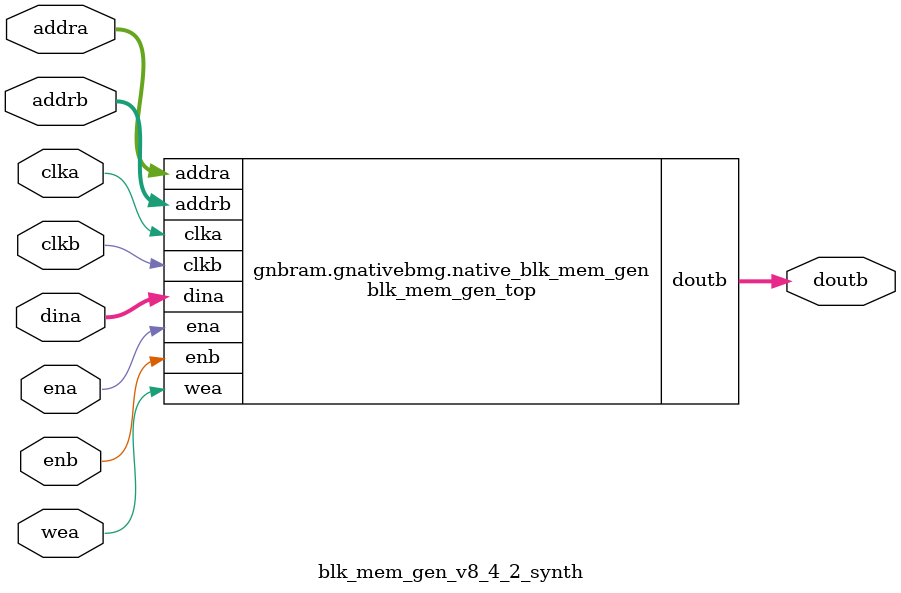
<source format=v>
`timescale 1 ps / 1 ps

module BF
   (CO,
    A,
    D,
    Q,
    S,
    \oDATA_reg[7] ,
    \oDATA_reg[11] ,
    DI,
    \oDATA_reg[14] ,
    comp_re_2,
    comp_re_2_0,
    comp_re_2_1,
    doutb,
    comp_re_2_2,
    O,
    \oDATA_reg[0] ,
    \oDATA_reg[0]_0 ,
    \oDATA_reg[0]_1 ,
    iCLR_IBUF,
    \oDATA_reg[14]_0 ,
    \oDATA_reg[0]_2 ,
    \oDATA_reg[0]_3 ,
    \oDATA_reg[0]_4 ,
    \oDATA_reg[3] ,
    \oDATA_reg[1] ,
    \oDATA_reg[7]_0 ,
    \oDATA_reg[11]_0 );
  output [0:0]CO;
  output [16:0]A;
  output [14:0]D;
  input [14:0]Q;
  input [3:0]S;
  input [3:0]\oDATA_reg[7] ;
  input [3:0]\oDATA_reg[11] ;
  input [0:0]DI;
  input [3:0]\oDATA_reg[14] ;
  input [3:0]comp_re_2;
  input [3:0]comp_re_2_0;
  input [3:0]comp_re_2_1;
  input [0:0]doutb;
  input [3:0]comp_re_2_2;
  input [1:0]O;
  input \oDATA_reg[0] ;
  input [3:0]\oDATA_reg[0]_0 ;
  input [0:0]\oDATA_reg[0]_1 ;
  input iCLR_IBUF;
  input [0:0]\oDATA_reg[14]_0 ;
  input \oDATA_reg[0]_2 ;
  input [0:0]\oDATA_reg[0]_3 ;
  input \oDATA_reg[0]_4 ;
  input [2:0]\oDATA_reg[3] ;
  input \oDATA_reg[1] ;
  input [3:0]\oDATA_reg[7]_0 ;
  input [3:0]\oDATA_reg[11]_0 ;

  wire \<const0> ;
  wire \<const1> ;
  wire [16:0]A;
  wire [0:0]CO;
  wire [14:0]D;
  wire [0:0]DI;
  wire [1:0]O;
  wire [14:0]Q;
  wire [3:0]S;
  wire [3:0]comp_re_2;
  wire [3:0]comp_re_2_0;
  wire [3:0]comp_re_2_1;
  wire [3:0]comp_re_2_2;
  wire [0:0]doutb;
  wire iCLR_IBUF;
  wire \oDATA[0]_i_10_n_0 ;
  wire \oDATA[0]_i_3_n_0 ;
  wire \oDATA[0]_i_4_n_0 ;
  wire \oDATA[0]_i_8_n_0 ;
  wire \oDATA[0]_i_9_n_0 ;
  wire \oDATA[14]_i_2_n_0 ;
  wire \oDATA[14]_i_3_n_0 ;
  wire \oDATA[14]_i_6_n_0 ;
  wire [15:15]oDATA_IM_HIGH;
  wire oDATA_add_carry__0_n_0;
  wire oDATA_add_carry__0_n_1;
  wire oDATA_add_carry__0_n_2;
  wire oDATA_add_carry__0_n_3;
  wire oDATA_add_carry__0_n_4;
  wire oDATA_add_carry__0_n_5;
  wire oDATA_add_carry__0_n_6;
  wire oDATA_add_carry__0_n_7;
  wire oDATA_add_carry__1_n_0;
  wire oDATA_add_carry__1_n_1;
  wire oDATA_add_carry__1_n_2;
  wire oDATA_add_carry__1_n_3;
  wire oDATA_add_carry__1_n_4;
  wire oDATA_add_carry__1_n_5;
  wire oDATA_add_carry__1_n_6;
  wire oDATA_add_carry__1_n_7;
  wire oDATA_add_carry__2_n_1;
  wire oDATA_add_carry__2_n_2;
  wire oDATA_add_carry__2_n_3;
  wire oDATA_add_carry__2_n_5;
  wire oDATA_add_carry__2_n_6;
  wire oDATA_add_carry__2_n_7;
  wire oDATA_add_carry_n_0;
  wire oDATA_add_carry_n_1;
  wire oDATA_add_carry_n_2;
  wire oDATA_add_carry_n_3;
  wire oDATA_add_carry_n_4;
  wire oDATA_add_carry_n_5;
  wire oDATA_add_carry_n_6;
  wire oDATA_add_carry_n_7;
  wire \oDATA_reg[0] ;
  wire [3:0]\oDATA_reg[0]_0 ;
  wire [0:0]\oDATA_reg[0]_1 ;
  wire \oDATA_reg[0]_2 ;
  wire [0:0]\oDATA_reg[0]_3 ;
  wire \oDATA_reg[0]_4 ;
  wire [3:0]\oDATA_reg[11] ;
  wire [3:0]\oDATA_reg[11]_0 ;
  wire [3:0]\oDATA_reg[14] ;
  wire [0:0]\oDATA_reg[14]_0 ;
  wire \oDATA_reg[1] ;
  wire [2:0]\oDATA_reg[3] ;
  wire [3:0]\oDATA_reg[7] ;
  wire [3:0]\oDATA_reg[7]_0 ;
  wire oDATA_sub_carry__0_n_0;
  wire oDATA_sub_carry__0_n_1;
  wire oDATA_sub_carry__0_n_2;
  wire oDATA_sub_carry__0_n_3;
  wire oDATA_sub_carry__1_n_0;
  wire oDATA_sub_carry__1_n_1;
  wire oDATA_sub_carry__1_n_2;
  wire oDATA_sub_carry__1_n_3;
  wire oDATA_sub_carry__2_n_0;
  wire oDATA_sub_carry__2_n_1;
  wire oDATA_sub_carry__2_n_2;
  wire oDATA_sub_carry__2_n_3;
  wire oDATA_sub_carry_n_0;
  wire oDATA_sub_carry_n_1;
  wire oDATA_sub_carry_n_2;
  wire oDATA_sub_carry_n_3;

  GND GND
       (.G(\<const0> ));
  VCC VCC
       (.P(\<const1> ));
  LUT4 #(
    .INIT(16'hFFFE)) 
    \oDATA[0]_i_10 
       (.I0(oDATA_add_carry__0_n_4),
        .I1(oDATA_add_carry__2_n_6),
        .I2(oDATA_add_carry__0_n_5),
        .I3(oDATA_add_carry__1_n_7),
        .O(\oDATA[0]_i_10_n_0 ));
  LUT6 #(
    .INIT(64'hFFFFFFFFFFFFD000)) 
    \oDATA[0]_i_1__5 
       (.I0(O[0]),
        .I1(\oDATA_reg[0] ),
        .I2(\oDATA_reg[0]_0 [3]),
        .I3(\oDATA_reg[0]_1 ),
        .I4(\oDATA[0]_i_3_n_0 ),
        .I5(\oDATA[0]_i_4_n_0 ),
        .O(D[0]));
  LUT6 #(
    .INIT(64'hFFFFFFFFFFFFAA02)) 
    \oDATA[0]_i_3 
       (.I0(\oDATA_reg[0]_2 ),
        .I1(\oDATA_reg[0]_3 ),
        .I2(oDATA_IM_HIGH),
        .I3(oDATA_add_carry_n_7),
        .I4(\oDATA[14]_i_6_n_0 ),
        .I5(\oDATA_reg[0]_4 ),
        .O(\oDATA[0]_i_3_n_0 ));
  LUT6 #(
    .INIT(64'h0000000000000002)) 
    \oDATA[0]_i_4 
       (.I0(\oDATA[0]_i_8_n_0 ),
        .I1(\oDATA[0]_i_9_n_0 ),
        .I2(\oDATA[0]_i_10_n_0 ),
        .I3(oDATA_add_carry_n_5),
        .I4(oDATA_add_carry__0_n_6),
        .I5(oDATA_add_carry__1_n_4),
        .O(\oDATA[0]_i_4_n_0 ));
  LUT6 #(
    .INIT(64'h0000000000000400)) 
    \oDATA[0]_i_8 
       (.I0(iCLR_IBUF),
        .I1(\oDATA_reg[14]_0 ),
        .I2(oDATA_add_carry__2_n_7),
        .I3(oDATA_IM_HIGH),
        .I4(oDATA_add_carry__1_n_5),
        .I5(oDATA_add_carry_n_6),
        .O(\oDATA[0]_i_8_n_0 ));
  LUT4 #(
    .INIT(16'hFFFE)) 
    \oDATA[0]_i_9 
       (.I0(oDATA_add_carry__0_n_7),
        .I1(oDATA_add_carry__2_n_5),
        .I2(oDATA_add_carry_n_4),
        .I3(oDATA_add_carry__1_n_6),
        .O(\oDATA[0]_i_9_n_0 ));
  LUT5 #(
    .INIT(32'hAEAEFFAE)) 
    \oDATA[10]_i_1 
       (.I0(\oDATA[14]_i_2_n_0 ),
        .I1(oDATA_add_carry__1_n_5),
        .I2(\oDATA[14]_i_3_n_0 ),
        .I3(\oDATA_reg[11]_0 [2]),
        .I4(\oDATA_reg[1] ),
        .O(D[10]));
  LUT5 #(
    .INIT(32'hAEAEFFAE)) 
    \oDATA[11]_i_1 
       (.I0(\oDATA[14]_i_2_n_0 ),
        .I1(oDATA_add_carry__1_n_4),
        .I2(\oDATA[14]_i_3_n_0 ),
        .I3(\oDATA_reg[11]_0 [3]),
        .I4(\oDATA_reg[1] ),
        .O(D[11]));
  LUT5 #(
    .INIT(32'hAEAEFFAE)) 
    \oDATA[12]_i_1 
       (.I0(\oDATA[14]_i_2_n_0 ),
        .I1(oDATA_add_carry__2_n_7),
        .I2(\oDATA[14]_i_3_n_0 ),
        .I3(\oDATA_reg[0]_0 [0]),
        .I4(\oDATA_reg[1] ),
        .O(D[12]));
  LUT5 #(
    .INIT(32'hAEAEFFAE)) 
    \oDATA[13]_i_1 
       (.I0(\oDATA[14]_i_2_n_0 ),
        .I1(oDATA_add_carry__2_n_6),
        .I2(\oDATA[14]_i_3_n_0 ),
        .I3(\oDATA_reg[0]_0 [1]),
        .I4(\oDATA_reg[1] ),
        .O(D[13]));
  LUT5 #(
    .INIT(32'hAEAEFFAE)) 
    \oDATA[14]_i_1 
       (.I0(\oDATA[14]_i_2_n_0 ),
        .I1(oDATA_add_carry__2_n_5),
        .I2(\oDATA[14]_i_3_n_0 ),
        .I3(\oDATA_reg[0]_0 [2]),
        .I4(\oDATA_reg[1] ),
        .O(D[14]));
  LUT5 #(
    .INIT(32'hAAAAAABA)) 
    \oDATA[14]_i_2 
       (.I0(\oDATA[14]_i_6_n_0 ),
        .I1(O[1]),
        .I2(O[0]),
        .I3(iCLR_IBUF),
        .I4(\oDATA_reg[14]_0 ),
        .O(\oDATA[14]_i_2_n_0 ));
  LUT4 #(
    .INIT(16'hF1FF)) 
    \oDATA[14]_i_3 
       (.I0(oDATA_IM_HIGH),
        .I1(\oDATA_reg[0]_3 ),
        .I2(iCLR_IBUF),
        .I3(\oDATA_reg[14]_0 ),
        .O(\oDATA[14]_i_3_n_0 ));
  LUT6 #(
    .INIT(64'h00000000F0004444)) 
    \oDATA[14]_i_6 
       (.I0(O[1]),
        .I1(\oDATA_reg[0]_0 [3]),
        .I2(\oDATA_reg[0]_3 ),
        .I3(oDATA_IM_HIGH),
        .I4(\oDATA_reg[14]_0 ),
        .I5(iCLR_IBUF),
        .O(\oDATA[14]_i_6_n_0 ));
  LUT5 #(
    .INIT(32'hAEAEFFAE)) 
    \oDATA[1]_i_1 
       (.I0(\oDATA[14]_i_2_n_0 ),
        .I1(oDATA_add_carry_n_6),
        .I2(\oDATA[14]_i_3_n_0 ),
        .I3(\oDATA_reg[3] [0]),
        .I4(\oDATA_reg[1] ),
        .O(D[1]));
  LUT5 #(
    .INIT(32'hAEAEFFAE)) 
    \oDATA[2]_i_1 
       (.I0(\oDATA[14]_i_2_n_0 ),
        .I1(oDATA_add_carry_n_5),
        .I2(\oDATA[14]_i_3_n_0 ),
        .I3(\oDATA_reg[3] [1]),
        .I4(\oDATA_reg[1] ),
        .O(D[2]));
  LUT5 #(
    .INIT(32'hAEAEFFAE)) 
    \oDATA[3]_i_1 
       (.I0(\oDATA[14]_i_2_n_0 ),
        .I1(oDATA_add_carry_n_4),
        .I2(\oDATA[14]_i_3_n_0 ),
        .I3(\oDATA_reg[3] [2]),
        .I4(\oDATA_reg[1] ),
        .O(D[3]));
  LUT5 #(
    .INIT(32'hAEAEFFAE)) 
    \oDATA[4]_i_1 
       (.I0(\oDATA[14]_i_2_n_0 ),
        .I1(oDATA_add_carry__0_n_7),
        .I2(\oDATA[14]_i_3_n_0 ),
        .I3(\oDATA_reg[7]_0 [0]),
        .I4(\oDATA_reg[1] ),
        .O(D[4]));
  LUT5 #(
    .INIT(32'hAEAEFFAE)) 
    \oDATA[5]_i_1 
       (.I0(\oDATA[14]_i_2_n_0 ),
        .I1(oDATA_add_carry__0_n_6),
        .I2(\oDATA[14]_i_3_n_0 ),
        .I3(\oDATA_reg[7]_0 [1]),
        .I4(\oDATA_reg[1] ),
        .O(D[5]));
  LUT5 #(
    .INIT(32'hAEAEFFAE)) 
    \oDATA[6]_i_1 
       (.I0(\oDATA[14]_i_2_n_0 ),
        .I1(oDATA_add_carry__0_n_5),
        .I2(\oDATA[14]_i_3_n_0 ),
        .I3(\oDATA_reg[7]_0 [2]),
        .I4(\oDATA_reg[1] ),
        .O(D[6]));
  LUT5 #(
    .INIT(32'hAEAEFFAE)) 
    \oDATA[7]_i_1 
       (.I0(\oDATA[14]_i_2_n_0 ),
        .I1(oDATA_add_carry__0_n_4),
        .I2(\oDATA[14]_i_3_n_0 ),
        .I3(\oDATA_reg[7]_0 [3]),
        .I4(\oDATA_reg[1] ),
        .O(D[7]));
  LUT5 #(
    .INIT(32'hAEAEFFAE)) 
    \oDATA[8]_i_1 
       (.I0(\oDATA[14]_i_2_n_0 ),
        .I1(oDATA_add_carry__1_n_7),
        .I2(\oDATA[14]_i_3_n_0 ),
        .I3(\oDATA_reg[11]_0 [0]),
        .I4(\oDATA_reg[1] ),
        .O(D[8]));
  LUT5 #(
    .INIT(32'hAEAEFFAE)) 
    \oDATA[9]_i_1 
       (.I0(\oDATA[14]_i_2_n_0 ),
        .I1(oDATA_add_carry__1_n_6),
        .I2(\oDATA[14]_i_3_n_0 ),
        .I3(\oDATA_reg[11]_0 [1]),
        .I4(\oDATA_reg[1] ),
        .O(D[9]));
  CARRY4 oDATA_add_carry
       (.CI(\<const0> ),
        .CO({oDATA_add_carry_n_0,oDATA_add_carry_n_1,oDATA_add_carry_n_2,oDATA_add_carry_n_3}),
        .CYINIT(\<const0> ),
        .DI(Q[3:0]),
        .O({oDATA_add_carry_n_4,oDATA_add_carry_n_5,oDATA_add_carry_n_6,oDATA_add_carry_n_7}),
        .S(S));
  CARRY4 oDATA_add_carry__0
       (.CI(oDATA_add_carry_n_0),
        .CO({oDATA_add_carry__0_n_0,oDATA_add_carry__0_n_1,oDATA_add_carry__0_n_2,oDATA_add_carry__0_n_3}),
        .CYINIT(\<const0> ),
        .DI(Q[7:4]),
        .O({oDATA_add_carry__0_n_4,oDATA_add_carry__0_n_5,oDATA_add_carry__0_n_6,oDATA_add_carry__0_n_7}),
        .S(\oDATA_reg[7] ));
  CARRY4 oDATA_add_carry__1
       (.CI(oDATA_add_carry__0_n_0),
        .CO({oDATA_add_carry__1_n_0,oDATA_add_carry__1_n_1,oDATA_add_carry__1_n_2,oDATA_add_carry__1_n_3}),
        .CYINIT(\<const0> ),
        .DI(Q[11:8]),
        .O({oDATA_add_carry__1_n_4,oDATA_add_carry__1_n_5,oDATA_add_carry__1_n_6,oDATA_add_carry__1_n_7}),
        .S(\oDATA_reg[11] ));
  CARRY4 oDATA_add_carry__2
       (.CI(oDATA_add_carry__1_n_0),
        .CO({CO,oDATA_add_carry__2_n_1,oDATA_add_carry__2_n_2,oDATA_add_carry__2_n_3}),
        .CYINIT(\<const0> ),
        .DI({DI,Q[14:12]}),
        .O({oDATA_IM_HIGH,oDATA_add_carry__2_n_5,oDATA_add_carry__2_n_6,oDATA_add_carry__2_n_7}),
        .S(\oDATA_reg[14] ));
  CARRY4 oDATA_sub_carry
       (.CI(\<const0> ),
        .CO({oDATA_sub_carry_n_0,oDATA_sub_carry_n_1,oDATA_sub_carry_n_2,oDATA_sub_carry_n_3}),
        .CYINIT(\<const1> ),
        .DI(Q[3:0]),
        .O(A[3:0]),
        .S(comp_re_2));
  CARRY4 oDATA_sub_carry__0
       (.CI(oDATA_sub_carry_n_0),
        .CO({oDATA_sub_carry__0_n_0,oDATA_sub_carry__0_n_1,oDATA_sub_carry__0_n_2,oDATA_sub_carry__0_n_3}),
        .CYINIT(\<const0> ),
        .DI(Q[7:4]),
        .O(A[7:4]),
        .S(comp_re_2_0));
  CARRY4 oDATA_sub_carry__1
       (.CI(oDATA_sub_carry__0_n_0),
        .CO({oDATA_sub_carry__1_n_0,oDATA_sub_carry__1_n_1,oDATA_sub_carry__1_n_2,oDATA_sub_carry__1_n_3}),
        .CYINIT(\<const0> ),
        .DI(Q[11:8]),
        .O(A[11:8]),
        .S(comp_re_2_1));
  CARRY4 oDATA_sub_carry__2
       (.CI(oDATA_sub_carry__1_n_0),
        .CO({oDATA_sub_carry__2_n_0,oDATA_sub_carry__2_n_1,oDATA_sub_carry__2_n_2,oDATA_sub_carry__2_n_3}),
        .CYINIT(\<const0> ),
        .DI({doutb,Q[14:12]}),
        .O(A[15:12]),
        .S(comp_re_2_2));
  CARRY4 oDATA_sub_carry__3
       (.CI(oDATA_sub_carry__2_n_0),
        .CYINIT(\<const0> ),
        .DI({\<const0> ,\<const0> ,\<const0> ,\<const0> }),
        .O(A[16]),
        .S({\<const0> ,\<const0> ,\<const0> ,\<const1> }));
endmodule

(* ORIG_REF_NAME = "BF" *) 
module BF_4
   (CO,
    A,
    D,
    Q,
    S,
    \oDATA_reg[23] ,
    \oDATA_reg[27] ,
    DI,
    \oDATA_reg[30] ,
    comp_re_1,
    comp_re_1_0,
    comp_re_1_1,
    doutb,
    comp_re_1_2,
    O,
    \oDATA_reg[16] ,
    \oDATA_reg[16]_0 ,
    \oDATA_reg[16]_1 ,
    iCLR_IBUF,
    \oDATA_reg[30]_0 ,
    \oDATA_reg[16]_2 ,
    \oDATA_reg[16]_3 ,
    \oDATA_reg[16]_4 ,
    \oDATA_reg[19] ,
    \oDATA_reg[17] ,
    \oDATA_reg[23]_0 ,
    \oDATA_reg[27]_0 );
  output [0:0]CO;
  output [16:0]A;
  output [14:0]D;
  input [14:0]Q;
  input [3:0]S;
  input [3:0]\oDATA_reg[23] ;
  input [3:0]\oDATA_reg[27] ;
  input [0:0]DI;
  input [3:0]\oDATA_reg[30] ;
  input [3:0]comp_re_1;
  input [3:0]comp_re_1_0;
  input [3:0]comp_re_1_1;
  input [0:0]doutb;
  input [3:0]comp_re_1_2;
  input [1:0]O;
  input \oDATA_reg[16] ;
  input [3:0]\oDATA_reg[16]_0 ;
  input [0:0]\oDATA_reg[16]_1 ;
  input iCLR_IBUF;
  input [0:0]\oDATA_reg[30]_0 ;
  input \oDATA_reg[16]_2 ;
  input [0:0]\oDATA_reg[16]_3 ;
  input \oDATA_reg[16]_4 ;
  input [2:0]\oDATA_reg[19] ;
  input \oDATA_reg[17] ;
  input [3:0]\oDATA_reg[23]_0 ;
  input [3:0]\oDATA_reg[27]_0 ;

  wire \<const0> ;
  wire \<const1> ;
  wire [16:0]A;
  wire [0:0]CO;
  wire [14:0]D;
  wire [0:0]DI;
  wire [1:0]O;
  wire [14:0]Q;
  wire [3:0]S;
  wire [3:0]comp_re_1;
  wire [3:0]comp_re_1_0;
  wire [3:0]comp_re_1_1;
  wire [3:0]comp_re_1_2;
  wire [0:0]doutb;
  wire iCLR_IBUF;
  wire \oDATA[16]_i_10_n_0 ;
  wire \oDATA[16]_i_11_n_0 ;
  wire \oDATA[16]_i_3_n_0 ;
  wire \oDATA[16]_i_4_n_0 ;
  wire \oDATA[16]_i_9_n_0 ;
  wire \oDATA[30]_i_2_n_0 ;
  wire \oDATA[30]_i_3_n_0 ;
  wire \oDATA[30]_i_6_n_0 ;
  wire [15:15]oDATA_RE_HIGH;
  wire oDATA_add_carry__0_n_0;
  wire oDATA_add_carry__0_n_1;
  wire oDATA_add_carry__0_n_2;
  wire oDATA_add_carry__0_n_3;
  wire oDATA_add_carry__0_n_4;
  wire oDATA_add_carry__0_n_5;
  wire oDATA_add_carry__0_n_6;
  wire oDATA_add_carry__0_n_7;
  wire oDATA_add_carry__1_n_0;
  wire oDATA_add_carry__1_n_1;
  wire oDATA_add_carry__1_n_2;
  wire oDATA_add_carry__1_n_3;
  wire oDATA_add_carry__1_n_4;
  wire oDATA_add_carry__1_n_5;
  wire oDATA_add_carry__1_n_6;
  wire oDATA_add_carry__1_n_7;
  wire oDATA_add_carry__2_n_1;
  wire oDATA_add_carry__2_n_2;
  wire oDATA_add_carry__2_n_3;
  wire oDATA_add_carry__2_n_5;
  wire oDATA_add_carry__2_n_6;
  wire oDATA_add_carry__2_n_7;
  wire oDATA_add_carry_n_0;
  wire oDATA_add_carry_n_1;
  wire oDATA_add_carry_n_2;
  wire oDATA_add_carry_n_3;
  wire oDATA_add_carry_n_4;
  wire oDATA_add_carry_n_5;
  wire oDATA_add_carry_n_6;
  wire oDATA_add_carry_n_7;
  wire \oDATA_reg[16] ;
  wire [3:0]\oDATA_reg[16]_0 ;
  wire [0:0]\oDATA_reg[16]_1 ;
  wire \oDATA_reg[16]_2 ;
  wire [0:0]\oDATA_reg[16]_3 ;
  wire \oDATA_reg[16]_4 ;
  wire \oDATA_reg[17] ;
  wire [2:0]\oDATA_reg[19] ;
  wire [3:0]\oDATA_reg[23] ;
  wire [3:0]\oDATA_reg[23]_0 ;
  wire [3:0]\oDATA_reg[27] ;
  wire [3:0]\oDATA_reg[27]_0 ;
  wire [3:0]\oDATA_reg[30] ;
  wire [0:0]\oDATA_reg[30]_0 ;
  wire oDATA_sub_carry__0_n_0;
  wire oDATA_sub_carry__0_n_1;
  wire oDATA_sub_carry__0_n_2;
  wire oDATA_sub_carry__0_n_3;
  wire oDATA_sub_carry__1_n_0;
  wire oDATA_sub_carry__1_n_1;
  wire oDATA_sub_carry__1_n_2;
  wire oDATA_sub_carry__1_n_3;
  wire oDATA_sub_carry__2_n_0;
  wire oDATA_sub_carry__2_n_1;
  wire oDATA_sub_carry__2_n_2;
  wire oDATA_sub_carry__2_n_3;
  wire oDATA_sub_carry_n_0;
  wire oDATA_sub_carry_n_1;
  wire oDATA_sub_carry_n_2;
  wire oDATA_sub_carry_n_3;

  GND GND
       (.G(\<const0> ));
  VCC VCC
       (.P(\<const1> ));
  LUT6 #(
    .INIT(64'hFFFFFFFFFFFFD000)) 
    \oDATA[16]_i_1 
       (.I0(O[0]),
        .I1(\oDATA_reg[16] ),
        .I2(\oDATA_reg[16]_0 [3]),
        .I3(\oDATA_reg[16]_1 ),
        .I4(\oDATA[16]_i_3_n_0 ),
        .I5(\oDATA[16]_i_4_n_0 ),
        .O(D[0]));
  LUT4 #(
    .INIT(16'hFFFE)) 
    \oDATA[16]_i_10 
       (.I0(oDATA_add_carry_n_5),
        .I1(oDATA_add_carry__1_n_5),
        .I2(oDATA_add_carry__0_n_6),
        .I3(oDATA_add_carry__0_n_5),
        .O(\oDATA[16]_i_10_n_0 ));
  LUT4 #(
    .INIT(16'hFFFE)) 
    \oDATA[16]_i_11 
       (.I0(oDATA_add_carry__0_n_7),
        .I1(oDATA_add_carry__2_n_7),
        .I2(oDATA_add_carry_n_6),
        .I3(oDATA_add_carry__1_n_4),
        .O(\oDATA[16]_i_11_n_0 ));
  LUT6 #(
    .INIT(64'hFFFFFFFFFFFFAA02)) 
    \oDATA[16]_i_3 
       (.I0(\oDATA_reg[16]_2 ),
        .I1(\oDATA_reg[16]_3 ),
        .I2(oDATA_RE_HIGH),
        .I3(oDATA_add_carry_n_7),
        .I4(\oDATA[30]_i_6_n_0 ),
        .I5(\oDATA_reg[16]_4 ),
        .O(\oDATA[16]_i_3_n_0 ));
  LUT6 #(
    .INIT(64'h0000000000000002)) 
    \oDATA[16]_i_4 
       (.I0(\oDATA[16]_i_9_n_0 ),
        .I1(\oDATA[16]_i_10_n_0 ),
        .I2(\oDATA[16]_i_11_n_0 ),
        .I3(oDATA_add_carry__0_n_4),
        .I4(oDATA_add_carry_n_4),
        .I5(oDATA_add_carry__1_n_7),
        .O(\oDATA[16]_i_4_n_0 ));
  LUT6 #(
    .INIT(64'h0000000400000000)) 
    \oDATA[16]_i_9 
       (.I0(iCLR_IBUF),
        .I1(\oDATA_reg[30]_0 ),
        .I2(oDATA_add_carry__2_n_6),
        .I3(oDATA_add_carry__1_n_6),
        .I4(oDATA_add_carry__2_n_5),
        .I5(oDATA_RE_HIGH),
        .O(\oDATA[16]_i_9_n_0 ));
  LUT5 #(
    .INIT(32'hAEAEFFAE)) 
    \oDATA[17]_i_1 
       (.I0(\oDATA[30]_i_2_n_0 ),
        .I1(oDATA_add_carry_n_6),
        .I2(\oDATA[30]_i_3_n_0 ),
        .I3(\oDATA_reg[19] [0]),
        .I4(\oDATA_reg[17] ),
        .O(D[1]));
  LUT5 #(
    .INIT(32'hAEAEFFAE)) 
    \oDATA[18]_i_1 
       (.I0(\oDATA[30]_i_2_n_0 ),
        .I1(oDATA_add_carry_n_5),
        .I2(\oDATA[30]_i_3_n_0 ),
        .I3(\oDATA_reg[19] [1]),
        .I4(\oDATA_reg[17] ),
        .O(D[2]));
  LUT5 #(
    .INIT(32'hAEAEFFAE)) 
    \oDATA[19]_i_1 
       (.I0(\oDATA[30]_i_2_n_0 ),
        .I1(oDATA_add_carry_n_4),
        .I2(\oDATA[30]_i_3_n_0 ),
        .I3(\oDATA_reg[19] [2]),
        .I4(\oDATA_reg[17] ),
        .O(D[3]));
  LUT5 #(
    .INIT(32'hAEAEFFAE)) 
    \oDATA[20]_i_1 
       (.I0(\oDATA[30]_i_2_n_0 ),
        .I1(oDATA_add_carry__0_n_7),
        .I2(\oDATA[30]_i_3_n_0 ),
        .I3(\oDATA_reg[23]_0 [0]),
        .I4(\oDATA_reg[17] ),
        .O(D[4]));
  LUT5 #(
    .INIT(32'hAEAEFFAE)) 
    \oDATA[21]_i_1 
       (.I0(\oDATA[30]_i_2_n_0 ),
        .I1(oDATA_add_carry__0_n_6),
        .I2(\oDATA[30]_i_3_n_0 ),
        .I3(\oDATA_reg[23]_0 [1]),
        .I4(\oDATA_reg[17] ),
        .O(D[5]));
  LUT5 #(
    .INIT(32'hAEAEFFAE)) 
    \oDATA[22]_i_1 
       (.I0(\oDATA[30]_i_2_n_0 ),
        .I1(oDATA_add_carry__0_n_5),
        .I2(\oDATA[30]_i_3_n_0 ),
        .I3(\oDATA_reg[23]_0 [2]),
        .I4(\oDATA_reg[17] ),
        .O(D[6]));
  LUT5 #(
    .INIT(32'hAEAEFFAE)) 
    \oDATA[23]_i_1 
       (.I0(\oDATA[30]_i_2_n_0 ),
        .I1(oDATA_add_carry__0_n_4),
        .I2(\oDATA[30]_i_3_n_0 ),
        .I3(\oDATA_reg[23]_0 [3]),
        .I4(\oDATA_reg[17] ),
        .O(D[7]));
  LUT5 #(
    .INIT(32'hAEAEFFAE)) 
    \oDATA[24]_i_1 
       (.I0(\oDATA[30]_i_2_n_0 ),
        .I1(oDATA_add_carry__1_n_7),
        .I2(\oDATA[30]_i_3_n_0 ),
        .I3(\oDATA_reg[27]_0 [0]),
        .I4(\oDATA_reg[17] ),
        .O(D[8]));
  LUT5 #(
    .INIT(32'hAEAEFFAE)) 
    \oDATA[25]_i_1 
       (.I0(\oDATA[30]_i_2_n_0 ),
        .I1(oDATA_add_carry__1_n_6),
        .I2(\oDATA[30]_i_3_n_0 ),
        .I3(\oDATA_reg[27]_0 [1]),
        .I4(\oDATA_reg[17] ),
        .O(D[9]));
  LUT5 #(
    .INIT(32'hAEAEFFAE)) 
    \oDATA[26]_i_1 
       (.I0(\oDATA[30]_i_2_n_0 ),
        .I1(oDATA_add_carry__1_n_5),
        .I2(\oDATA[30]_i_3_n_0 ),
        .I3(\oDATA_reg[27]_0 [2]),
        .I4(\oDATA_reg[17] ),
        .O(D[10]));
  LUT5 #(
    .INIT(32'hAEAEFFAE)) 
    \oDATA[27]_i_1 
       (.I0(\oDATA[30]_i_2_n_0 ),
        .I1(oDATA_add_carry__1_n_4),
        .I2(\oDATA[30]_i_3_n_0 ),
        .I3(\oDATA_reg[27]_0 [3]),
        .I4(\oDATA_reg[17] ),
        .O(D[11]));
  LUT5 #(
    .INIT(32'hAEAEFFAE)) 
    \oDATA[28]_i_1 
       (.I0(\oDATA[30]_i_2_n_0 ),
        .I1(oDATA_add_carry__2_n_7),
        .I2(\oDATA[30]_i_3_n_0 ),
        .I3(\oDATA_reg[16]_0 [0]),
        .I4(\oDATA_reg[17] ),
        .O(D[12]));
  LUT5 #(
    .INIT(32'hAEAEFFAE)) 
    \oDATA[29]_i_1 
       (.I0(\oDATA[30]_i_2_n_0 ),
        .I1(oDATA_add_carry__2_n_6),
        .I2(\oDATA[30]_i_3_n_0 ),
        .I3(\oDATA_reg[16]_0 [1]),
        .I4(\oDATA_reg[17] ),
        .O(D[13]));
  LUT5 #(
    .INIT(32'hAEAEFFAE)) 
    \oDATA[30]_i_1 
       (.I0(\oDATA[30]_i_2_n_0 ),
        .I1(oDATA_add_carry__2_n_5),
        .I2(\oDATA[30]_i_3_n_0 ),
        .I3(\oDATA_reg[16]_0 [2]),
        .I4(\oDATA_reg[17] ),
        .O(D[14]));
  LUT5 #(
    .INIT(32'hAAAAAABA)) 
    \oDATA[30]_i_2 
       (.I0(\oDATA[30]_i_6_n_0 ),
        .I1(O[1]),
        .I2(O[0]),
        .I3(iCLR_IBUF),
        .I4(\oDATA_reg[30]_0 ),
        .O(\oDATA[30]_i_2_n_0 ));
  LUT4 #(
    .INIT(16'hF1FF)) 
    \oDATA[30]_i_3 
       (.I0(oDATA_RE_HIGH),
        .I1(\oDATA_reg[16]_3 ),
        .I2(iCLR_IBUF),
        .I3(\oDATA_reg[30]_0 ),
        .O(\oDATA[30]_i_3_n_0 ));
  LUT6 #(
    .INIT(64'h00000000F0004444)) 
    \oDATA[30]_i_6 
       (.I0(O[1]),
        .I1(\oDATA_reg[16]_0 [3]),
        .I2(\oDATA_reg[16]_3 ),
        .I3(oDATA_RE_HIGH),
        .I4(\oDATA_reg[30]_0 ),
        .I5(iCLR_IBUF),
        .O(\oDATA[30]_i_6_n_0 ));
  CARRY4 oDATA_add_carry
       (.CI(\<const0> ),
        .CO({oDATA_add_carry_n_0,oDATA_add_carry_n_1,oDATA_add_carry_n_2,oDATA_add_carry_n_3}),
        .CYINIT(\<const0> ),
        .DI(Q[3:0]),
        .O({oDATA_add_carry_n_4,oDATA_add_carry_n_5,oDATA_add_carry_n_6,oDATA_add_carry_n_7}),
        .S(S));
  CARRY4 oDATA_add_carry__0
       (.CI(oDATA_add_carry_n_0),
        .CO({oDATA_add_carry__0_n_0,oDATA_add_carry__0_n_1,oDATA_add_carry__0_n_2,oDATA_add_carry__0_n_3}),
        .CYINIT(\<const0> ),
        .DI(Q[7:4]),
        .O({oDATA_add_carry__0_n_4,oDATA_add_carry__0_n_5,oDATA_add_carry__0_n_6,oDATA_add_carry__0_n_7}),
        .S(\oDATA_reg[23] ));
  CARRY4 oDATA_add_carry__1
       (.CI(oDATA_add_carry__0_n_0),
        .CO({oDATA_add_carry__1_n_0,oDATA_add_carry__1_n_1,oDATA_add_carry__1_n_2,oDATA_add_carry__1_n_3}),
        .CYINIT(\<const0> ),
        .DI(Q[11:8]),
        .O({oDATA_add_carry__1_n_4,oDATA_add_carry__1_n_5,oDATA_add_carry__1_n_6,oDATA_add_carry__1_n_7}),
        .S(\oDATA_reg[27] ));
  CARRY4 oDATA_add_carry__2
       (.CI(oDATA_add_carry__1_n_0),
        .CO({CO,oDATA_add_carry__2_n_1,oDATA_add_carry__2_n_2,oDATA_add_carry__2_n_3}),
        .CYINIT(\<const0> ),
        .DI({DI,Q[14:12]}),
        .O({oDATA_RE_HIGH,oDATA_add_carry__2_n_5,oDATA_add_carry__2_n_6,oDATA_add_carry__2_n_7}),
        .S(\oDATA_reg[30] ));
  CARRY4 oDATA_sub_carry
       (.CI(\<const0> ),
        .CO({oDATA_sub_carry_n_0,oDATA_sub_carry_n_1,oDATA_sub_carry_n_2,oDATA_sub_carry_n_3}),
        .CYINIT(\<const1> ),
        .DI(Q[3:0]),
        .O(A[3:0]),
        .S(comp_re_1));
  CARRY4 oDATA_sub_carry__0
       (.CI(oDATA_sub_carry_n_0),
        .CO({oDATA_sub_carry__0_n_0,oDATA_sub_carry__0_n_1,oDATA_sub_carry__0_n_2,oDATA_sub_carry__0_n_3}),
        .CYINIT(\<const0> ),
        .DI(Q[7:4]),
        .O(A[7:4]),
        .S(comp_re_1_0));
  CARRY4 oDATA_sub_carry__1
       (.CI(oDATA_sub_carry__0_n_0),
        .CO({oDATA_sub_carry__1_n_0,oDATA_sub_carry__1_n_1,oDATA_sub_carry__1_n_2,oDATA_sub_carry__1_n_3}),
        .CYINIT(\<const0> ),
        .DI(Q[11:8]),
        .O(A[11:8]),
        .S(comp_re_1_1));
  CARRY4 oDATA_sub_carry__2
       (.CI(oDATA_sub_carry__1_n_0),
        .CO({oDATA_sub_carry__2_n_0,oDATA_sub_carry__2_n_1,oDATA_sub_carry__2_n_2,oDATA_sub_carry__2_n_3}),
        .CYINIT(\<const0> ),
        .DI({doutb,Q[14:12]}),
        .O(A[15:12]),
        .S(comp_re_1_2));
  CARRY4 oDATA_sub_carry__3
       (.CI(oDATA_sub_carry__2_n_0),
        .CYINIT(\<const0> ),
        .DI({\<const0> ,\<const0> ,\<const0> ,\<const0> }),
        .O(A[16]),
        .S({\<const0> ,\<const0> ,\<const0> ,\<const1> }));
endmodule

module COUNTER_VER3
   (wea,
    addra,
    D,
    Q,
    iCLR_IBUF,
    iStart_W,
    CLK,
    \oCNT_reg[4]_0 );
  output [0:0]wea;
  output [3:0]addra;
  output [2:0]D;
  input [2:0]Q;
  input iCLR_IBUF;
  input iStart_W;
  input CLK;
  input \oCNT_reg[4]_0 ;

  wire CLK;
  wire [2:0]D;
  wire \FSM_sequential_current_state[2]_i_2_n_0 ;
  wire [2:0]Q;
  wire U_MEMORY_i_16_n_0;
  wire [3:0]addra;
  wire iCLR_IBUF;
  wire iStart_W;
  wire [4:0]oCNT;
  wire \oCNT[0]_i_1__1_n_0 ;
  wire \oCNT[1]_i_1__1_n_0 ;
  wire \oCNT[2]_i_1__1_n_0 ;
  wire \oCNT[3]_i_1__1_n_0 ;
  wire \oCNT[4]_i_1__0_n_0 ;
  wire \oCNT[4]_i_2__0_n_0 ;
  wire \oCNT_reg[4]_0 ;
  wire [0:0]wea;

  LUT6 #(
    .INIT(64'h0000303200000302)) 
    \FSM_sequential_current_state[0]_i_1 
       (.I0(iStart_W),
        .I1(Q[2]),
        .I2(Q[0]),
        .I3(Q[1]),
        .I4(iCLR_IBUF),
        .I5(\FSM_sequential_current_state[2]_i_2_n_0 ),
        .O(D[0]));
  (* SOFT_HLUTNM = "soft_lutpair44" *) 
  LUT5 #(
    .INIT(32'h000000B4)) 
    \FSM_sequential_current_state[1]_i_1 
       (.I0(\FSM_sequential_current_state[2]_i_2_n_0 ),
        .I1(Q[0]),
        .I2(Q[1]),
        .I3(Q[2]),
        .I4(iCLR_IBUF),
        .O(D[1]));
  (* SOFT_HLUTNM = "soft_lutpair44" *) 
  LUT5 #(
    .INIT(32'h00100200)) 
    \FSM_sequential_current_state[2]_i_1 
       (.I0(\FSM_sequential_current_state[2]_i_2_n_0 ),
        .I1(iCLR_IBUF),
        .I2(Q[1]),
        .I3(Q[2]),
        .I4(Q[0]),
        .O(D[2]));
  LUT5 #(
    .INIT(32'hFFFFBFFF)) 
    \FSM_sequential_current_state[2]_i_2 
       (.I0(oCNT[3]),
        .I1(oCNT[4]),
        .I2(oCNT[0]),
        .I3(oCNT[1]),
        .I4(oCNT[2]),
        .O(\FSM_sequential_current_state[2]_i_2_n_0 ));
  LUT4 #(
    .INIT(16'h001E)) 
    U_MEMORY_i_1
       (.I0(Q[0]),
        .I1(Q[1]),
        .I2(Q[2]),
        .I3(oCNT[4]),
        .O(wea));
  LUT5 #(
    .INIT(32'h00B00080)) 
    U_MEMORY_i_16
       (.I0(oCNT[1]),
        .I1(Q[1]),
        .I2(Q[0]),
        .I3(Q[2]),
        .I4(oCNT[3]),
        .O(U_MEMORY_i_16_n_0));
  LUT6 #(
    .INIT(64'h0F0A0CA0000A0CA0)) 
    U_MEMORY_i_5
       (.I0(oCNT[3]),
        .I1(oCNT[0]),
        .I2(Q[2]),
        .I3(Q[0]),
        .I4(Q[1]),
        .I5(oCNT[2]),
        .O(addra[3]));
  LUT6 #(
    .INIT(64'hFFFFFFFF00380008)) 
    U_MEMORY_i_6
       (.I0(oCNT[2]),
        .I1(Q[2]),
        .I2(Q[1]),
        .I3(Q[0]),
        .I4(oCNT[0]),
        .I5(U_MEMORY_i_16_n_0),
        .O(addra[2]));
  LUT6 #(
    .INIT(64'h00CA0FA000CA00A0)) 
    U_MEMORY_i_7
       (.I0(oCNT[2]),
        .I1(oCNT[0]),
        .I2(Q[1]),
        .I3(Q[2]),
        .I4(Q[0]),
        .I5(oCNT[1]),
        .O(addra[1]));
  LUT6 #(
    .INIT(64'h0F0A0AC0000A0AC0)) 
    U_MEMORY_i_8
       (.I0(oCNT[1]),
        .I1(oCNT[0]),
        .I2(Q[2]),
        .I3(Q[1]),
        .I4(Q[0]),
        .I5(oCNT[3]),
        .O(addra[0]));
  LUT2 #(
    .INIT(4'h1)) 
    \oCNT[0]_i_1__1 
       (.I0(iCLR_IBUF),
        .I1(oCNT[0]),
        .O(\oCNT[0]_i_1__1_n_0 ));
  (* SOFT_HLUTNM = "soft_lutpair45" *) 
  LUT3 #(
    .INIT(8'h14)) 
    \oCNT[1]_i_1__1 
       (.I0(iCLR_IBUF),
        .I1(oCNT[1]),
        .I2(oCNT[0]),
        .O(\oCNT[1]_i_1__1_n_0 ));
  LUT6 #(
    .INIT(64'h0045550055005500)) 
    \oCNT[2]_i_1__1 
       (.I0(iCLR_IBUF),
        .I1(oCNT[3]),
        .I2(oCNT[4]),
        .I3(oCNT[2]),
        .I4(oCNT[1]),
        .I5(oCNT[0]),
        .O(\oCNT[2]_i_1__1_n_0 ));
  (* SOFT_HLUTNM = "soft_lutpair45" *) 
  LUT5 #(
    .INIT(32'h007F0080)) 
    \oCNT[3]_i_1__1 
       (.I0(oCNT[1]),
        .I1(oCNT[0]),
        .I2(oCNT[2]),
        .I3(iCLR_IBUF),
        .I4(oCNT[3]),
        .O(\oCNT[3]_i_1__1_n_0 ));
  LUT4 #(
    .INIT(16'hFFFE)) 
    \oCNT[4]_i_1__0 
       (.I0(iCLR_IBUF),
        .I1(Q[1]),
        .I2(Q[0]),
        .I3(Q[2]),
        .O(\oCNT[4]_i_1__0_n_0 ));
  LUT6 #(
    .INIT(64'h070F0F0708000000)) 
    \oCNT[4]_i_2__0 
       (.I0(oCNT[0]),
        .I1(oCNT[1]),
        .I2(iCLR_IBUF),
        .I3(oCNT[2]),
        .I4(oCNT[3]),
        .I5(oCNT[4]),
        .O(\oCNT[4]_i_2__0_n_0 ));
  FDCE #(
    .INIT(1'b0)) 
    \oCNT_reg[0] 
       (.C(CLK),
        .CE(\oCNT[4]_i_1__0_n_0 ),
        .CLR(\oCNT_reg[4]_0 ),
        .D(\oCNT[0]_i_1__1_n_0 ),
        .Q(oCNT[0]));
  FDCE #(
    .INIT(1'b0)) 
    \oCNT_reg[1] 
       (.C(CLK),
        .CE(\oCNT[4]_i_1__0_n_0 ),
        .CLR(\oCNT_reg[4]_0 ),
        .D(\oCNT[1]_i_1__1_n_0 ),
        .Q(oCNT[1]));
  FDCE #(
    .INIT(1'b0)) 
    \oCNT_reg[2] 
       (.C(CLK),
        .CE(\oCNT[4]_i_1__0_n_0 ),
        .CLR(\oCNT_reg[4]_0 ),
        .D(\oCNT[2]_i_1__1_n_0 ),
        .Q(oCNT[2]));
  FDCE #(
    .INIT(1'b0)) 
    \oCNT_reg[3] 
       (.C(CLK),
        .CE(\oCNT[4]_i_1__0_n_0 ),
        .CLR(\oCNT_reg[4]_0 ),
        .D(\oCNT[3]_i_1__1_n_0 ),
        .Q(oCNT[3]));
  FDCE #(
    .INIT(1'b0)) 
    \oCNT_reg[4] 
       (.C(CLK),
        .CE(\oCNT[4]_i_1__0_n_0 ),
        .CLR(\oCNT_reg[4]_0 ),
        .D(\oCNT[4]_i_2__0_n_0 ),
        .Q(oCNT[4]));
endmodule

(* ORIG_REF_NAME = "COUNTER_VER3" *) 
module COUNTER_VER3_3
   (addrb,
    \FSM_onehot_current_state_reg[4] ,
    E,
    enb,
    D,
    \FSM_onehot_current_state_reg[5] ,
    iCLR_IBUF,
    Q,
    \DEVICE_7SERIES.NO_BMM_INFO.SDP.WIDE_PRIM18.ram ,
    \DEVICE_7SERIES.NO_BMM_INFO.SDP.WIDE_PRIM18.ram_0 ,
    \oDATA_reg[0] ,
    \oDATA_reg[0]_0 ,
    \oDATA_reg[0]_1 ,
    \DEVICE_7SERIES.NO_BMM_INFO.SDP.WIDE_PRIM18.ram_1 ,
    \DEVICE_7SERIES.NO_BMM_INFO.SDP.WIDE_PRIM18.ram_2 ,
    iStart_INT_IBUF,
    \FSM_onehot_current_state_reg[0] ,
    \FSM_onehot_current_state_reg[4]_0 ,
    CLK,
    \oCNT_reg[4]_0 );
  output [3:0]addrb;
  output \FSM_onehot_current_state_reg[4] ;
  output [0:0]E;
  output enb;
  output [5:0]D;
  output \FSM_onehot_current_state_reg[5] ;
  input iCLR_IBUF;
  input [5:0]Q;
  input [0:0]\DEVICE_7SERIES.NO_BMM_INFO.SDP.WIDE_PRIM18.ram ;
  input \DEVICE_7SERIES.NO_BMM_INFO.SDP.WIDE_PRIM18.ram_0 ;
  input \oDATA_reg[0] ;
  input \oDATA_reg[0]_0 ;
  input \oDATA_reg[0]_1 ;
  input \DEVICE_7SERIES.NO_BMM_INFO.SDP.WIDE_PRIM18.ram_1 ;
  input \DEVICE_7SERIES.NO_BMM_INFO.SDP.WIDE_PRIM18.ram_2 ;
  input iStart_INT_IBUF;
  input \FSM_onehot_current_state_reg[0] ;
  input \FSM_onehot_current_state_reg[4]_0 ;
  input CLK;
  input \oCNT_reg[4]_0 ;

  wire CLK;
  wire [5:0]D;
  wire [0:0]\DEVICE_7SERIES.NO_BMM_INFO.SDP.WIDE_PRIM18.ram ;
  wire \DEVICE_7SERIES.NO_BMM_INFO.SDP.WIDE_PRIM18.ram_0 ;
  wire \DEVICE_7SERIES.NO_BMM_INFO.SDP.WIDE_PRIM18.ram_1 ;
  wire \DEVICE_7SERIES.NO_BMM_INFO.SDP.WIDE_PRIM18.ram_2 ;
  wire [0:0]E;
  wire \FSM_onehot_current_state[5]_i_3_n_0 ;
  wire \FSM_onehot_current_state_reg[0] ;
  wire \FSM_onehot_current_state_reg[4] ;
  wire \FSM_onehot_current_state_reg[4]_0 ;
  wire \FSM_onehot_current_state_reg[5] ;
  wire [5:0]Q;
  wire U_MEMORY_i_19_n_0;
  wire [3:0]addrb;
  wire enb;
  wire iCLR_IBUF;
  wire iStart_INT_IBUF;
  wire [4:0]oCNT;
  wire \oCNT[0]_i_1__0_n_0 ;
  wire \oCNT[1]_i_1_n_0 ;
  wire \oCNT[2]_i_1_n_0 ;
  wire \oCNT[3]_i_1__0_n_0 ;
  wire \oCNT[4]_i_1_n_0 ;
  wire \oCNT[4]_i_2_n_0 ;
  wire \oCNT_reg[4]_0 ;
  wire \oDATA_reg[0] ;
  wire \oDATA_reg[0]_0 ;
  wire \oDATA_reg[0]_1 ;

  LUT6 #(
    .INIT(64'hFFFFFFFF5555003F)) 
    \FSM_onehot_current_state[0]_i_1 
       (.I0(iStart_INT_IBUF),
        .I1(\FSM_onehot_current_state[5]_i_3_n_0 ),
        .I2(Q[5]),
        .I3(\FSM_onehot_current_state_reg[0] ),
        .I4(Q[0]),
        .I5(iCLR_IBUF),
        .O(D[0]));
  LUT5 #(
    .INIT(32'h00F80008)) 
    \FSM_onehot_current_state[1]_i_1 
       (.I0(Q[1]),
        .I1(\FSM_onehot_current_state[5]_i_3_n_0 ),
        .I2(Q[0]),
        .I3(iCLR_IBUF),
        .I4(iStart_INT_IBUF),
        .O(D[1]));
  LUT5 #(
    .INIT(32'h00000038)) 
    \FSM_onehot_current_state[2]_i_1 
       (.I0(Q[2]),
        .I1(\FSM_onehot_current_state[5]_i_3_n_0 ),
        .I2(Q[1]),
        .I3(iCLR_IBUF),
        .I4(Q[0]),
        .O(D[2]));
  LUT6 #(
    .INIT(64'h0000000000000308)) 
    \FSM_onehot_current_state[3]_i_1 
       (.I0(Q[3]),
        .I1(\FSM_onehot_current_state[5]_i_3_n_0 ),
        .I2(Q[1]),
        .I3(Q[2]),
        .I4(iCLR_IBUF),
        .I5(Q[0]),
        .O(D[3]));
  LUT6 #(
    .INIT(64'h0003000800000000)) 
    \FSM_onehot_current_state[4]_i_1 
       (.I0(Q[4]),
        .I1(\FSM_onehot_current_state[5]_i_3_n_0 ),
        .I2(Q[1]),
        .I3(Q[2]),
        .I4(Q[3]),
        .I5(\FSM_onehot_current_state_reg[4]_0 ),
        .O(D[4]));
  LUT6 #(
    .INIT(64'h0000000000030008)) 
    \FSM_onehot_current_state[5]_i_1 
       (.I0(Q[5]),
        .I1(\FSM_onehot_current_state[5]_i_3_n_0 ),
        .I2(Q[0]),
        .I3(iCLR_IBUF),
        .I4(Q[4]),
        .I5(\oDATA_reg[0]_0 ),
        .O(D[5]));
  LUT5 #(
    .INIT(32'hFFFFBFFF)) 
    \FSM_onehot_current_state[5]_i_3 
       (.I0(oCNT[3]),
        .I1(oCNT[4]),
        .I2(oCNT[0]),
        .I3(oCNT[1]),
        .I4(oCNT[2]),
        .O(\FSM_onehot_current_state[5]_i_3_n_0 ));
  LUT6 #(
    .INIT(64'hFFFFF888F888F888)) 
    U_MEMORY_i_12
       (.I0(oCNT[3]),
        .I1(\DEVICE_7SERIES.NO_BMM_INFO.SDP.WIDE_PRIM18.ram ),
        .I2(Q[1]),
        .I3(oCNT[0]),
        .I4(\DEVICE_7SERIES.NO_BMM_INFO.SDP.WIDE_PRIM18.ram_0 ),
        .I5(oCNT[2]),
        .O(addrb[3]));
  LUT6 #(
    .INIT(64'hFFFFFFFF11100000)) 
    U_MEMORY_i_13
       (.I0(\oDATA_reg[0] ),
        .I1(Q[2]),
        .I2(Q[4]),
        .I3(Q[5]),
        .I4(oCNT[2]),
        .I5(U_MEMORY_i_19_n_0),
        .O(addrb[2]));
  LUT6 #(
    .INIT(64'hF4FF44FFF4444444)) 
    U_MEMORY_i_14
       (.I0(\DEVICE_7SERIES.NO_BMM_INFO.SDP.WIDE_PRIM18.ram_1 ),
        .I1(oCNT[1]),
        .I2(oCNT[0]),
        .I3(\DEVICE_7SERIES.NO_BMM_INFO.SDP.WIDE_PRIM18.ram_2 ),
        .I4(Q[3]),
        .I5(oCNT[2]),
        .O(addrb[1]));
  LUT6 #(
    .INIT(64'hFFF444F444F444F4)) 
    U_MEMORY_i_15
       (.I0(\DEVICE_7SERIES.NO_BMM_INFO.SDP.WIDE_PRIM18.ram_1 ),
        .I1(oCNT[0]),
        .I2(oCNT[1]),
        .I3(\DEVICE_7SERIES.NO_BMM_INFO.SDP.WIDE_PRIM18.ram_2 ),
        .I4(Q[3]),
        .I5(oCNT[3]),
        .O(addrb[0]));
  LUT6 #(
    .INIT(64'hFFF0FF8800F00088)) 
    U_MEMORY_i_19
       (.I0(Q[3]),
        .I1(oCNT[1]),
        .I2(oCNT[0]),
        .I3(Q[1]),
        .I4(Q[2]),
        .I5(oCNT[3]),
        .O(U_MEMORY_i_19_n_0));
  LUT6 #(
    .INIT(64'h5555555555555554)) 
    U_MEMORY_i_9
       (.I0(oCNT[4]),
        .I1(Q[2]),
        .I2(Q[1]),
        .I3(Q[3]),
        .I4(Q[5]),
        .I5(Q[4]),
        .O(enb));
  (* SOFT_HLUTNM = "soft_lutpair37" *) 
  LUT2 #(
    .INIT(4'h1)) 
    \oCNT[0]_i_1__0 
       (.I0(iCLR_IBUF),
        .I1(oCNT[0]),
        .O(\oCNT[0]_i_1__0_n_0 ));
  (* SOFT_HLUTNM = "soft_lutpair36" *) 
  LUT3 #(
    .INIT(8'h14)) 
    \oCNT[1]_i_1 
       (.I0(iCLR_IBUF),
        .I1(oCNT[1]),
        .I2(oCNT[0]),
        .O(\oCNT[1]_i_1_n_0 ));
  LUT6 #(
    .INIT(64'h000B0F000F000F00)) 
    \oCNT[2]_i_1 
       (.I0(oCNT[3]),
        .I1(oCNT[4]),
        .I2(iCLR_IBUF),
        .I3(oCNT[2]),
        .I4(oCNT[0]),
        .I5(oCNT[1]),
        .O(\oCNT[2]_i_1_n_0 ));
  (* SOFT_HLUTNM = "soft_lutpair36" *) 
  LUT5 #(
    .INIT(32'h007F0080)) 
    \oCNT[3]_i_1__0 
       (.I0(oCNT[1]),
        .I1(oCNT[0]),
        .I2(oCNT[2]),
        .I3(iCLR_IBUF),
        .I4(oCNT[3]),
        .O(\oCNT[3]_i_1__0_n_0 ));
  LUT2 #(
    .INIT(4'hB)) 
    \oCNT[4]_i_1 
       (.I0(iCLR_IBUF),
        .I1(Q[0]),
        .O(\oCNT[4]_i_1_n_0 ));
  LUT6 #(
    .INIT(64'h070F0F0708000000)) 
    \oCNT[4]_i_2 
       (.I0(oCNT[0]),
        .I1(oCNT[1]),
        .I2(iCLR_IBUF),
        .I3(oCNT[2]),
        .I4(oCNT[3]),
        .I5(oCNT[4]),
        .O(\oCNT[4]_i_2_n_0 ));
  FDCE #(
    .INIT(1'b0)) 
    \oCNT_reg[0] 
       (.C(CLK),
        .CE(\oCNT[4]_i_1_n_0 ),
        .CLR(\oCNT_reg[4]_0 ),
        .D(\oCNT[0]_i_1__0_n_0 ),
        .Q(oCNT[0]));
  FDCE #(
    .INIT(1'b0)) 
    \oCNT_reg[1] 
       (.C(CLK),
        .CE(\oCNT[4]_i_1_n_0 ),
        .CLR(\oCNT_reg[4]_0 ),
        .D(\oCNT[1]_i_1_n_0 ),
        .Q(oCNT[1]));
  FDCE #(
    .INIT(1'b0)) 
    \oCNT_reg[2] 
       (.C(CLK),
        .CE(\oCNT[4]_i_1_n_0 ),
        .CLR(\oCNT_reg[4]_0 ),
        .D(\oCNT[2]_i_1_n_0 ),
        .Q(oCNT[2]));
  FDCE #(
    .INIT(1'b0)) 
    \oCNT_reg[3] 
       (.C(CLK),
        .CE(\oCNT[4]_i_1_n_0 ),
        .CLR(\oCNT_reg[4]_0 ),
        .D(\oCNT[3]_i_1__0_n_0 ),
        .Q(oCNT[3]));
  FDCE #(
    .INIT(1'b0)) 
    \oCNT_reg[4] 
       (.C(CLK),
        .CE(\oCNT[4]_i_1_n_0 ),
        .CLR(\oCNT_reg[4]_0 ),
        .D(\oCNT[4]_i_2_n_0 ),
        .Q(oCNT[4]));
  LUT6 #(
    .INIT(64'h000000000000FFFE)) 
    \oDATA[0]_i_1 
       (.I0(Q[4]),
        .I1(Q[5]),
        .I2(\oDATA_reg[0] ),
        .I3(Q[2]),
        .I4(oCNT[4]),
        .I5(iCLR_IBUF),
        .O(\FSM_onehot_current_state_reg[4] ));
  (* SOFT_HLUTNM = "soft_lutpair37" *) 
  LUT3 #(
    .INIT(8'h04)) 
    \oDATA[0]_i_1__9 
       (.I0(iCLR_IBUF),
        .I1(Q[5]),
        .I2(oCNT[4]),
        .O(\FSM_onehot_current_state_reg[5] ));
  LUT6 #(
    .INIT(64'hFFFFFFFFFFFF00FE)) 
    \oDATA[15]_i_1 
       (.I0(Q[4]),
        .I1(Q[5]),
        .I2(\oDATA_reg[0]_0 ),
        .I3(oCNT[4]),
        .I4(\oDATA_reg[0]_1 ),
        .I5(iCLR_IBUF),
        .O(E));
endmodule

(* ORIG_REF_NAME = "COUNTER_VER3" *) 
module COUNTER_VER3__parameterized0
   (\oCNT_reg[3]_0 ,
    Q,
    B,
    \oCNT_reg[2]_0 ,
    \oCNT_reg[2]_1 ,
    D,
    \oCNT_reg[0]_0 ,
    \oCNT_reg[0]_1 ,
    \oCNT_reg[0]_2 ,
    \oCNT_reg[0]_3 ,
    \oCNT_reg[2]_2 ,
    \oCNT_reg[0]_4 ,
    \oCNT_reg[0]_5 ,
    comp_re_2,
    comp_re_2_0,
    iCLR_IBUF,
    \oDATA_reg[15] ,
    \oDATA_reg[15]_0 ,
    \oDATA_reg[31] ,
    \oDATA_reg[31]_0 ,
    O,
    \oDATA_reg[17] ,
    \oDATA[0]_i_3 ,
    \oDATA_reg[1] ,
    E,
    CLK,
    \oCNT_reg[0]_6 );
  output [0:0]\oCNT_reg[3]_0 ;
  output [3:0]Q;
  output [2:0]B;
  output \oCNT_reg[2]_0 ;
  output \oCNT_reg[2]_1 ;
  output [1:0]D;
  output \oCNT_reg[0]_0 ;
  output \oCNT_reg[0]_1 ;
  output \oCNT_reg[0]_2 ;
  output [0:0]\oCNT_reg[0]_3 ;
  output \oCNT_reg[2]_2 ;
  output \oCNT_reg[0]_4 ;
  output \oCNT_reg[0]_5 ;
  input comp_re_2;
  input comp_re_2_0;
  input iCLR_IBUF;
  input [0:0]\oDATA_reg[15] ;
  input [1:0]\oDATA_reg[15]_0 ;
  input [0:0]\oDATA_reg[31] ;
  input [1:0]\oDATA_reg[31]_0 ;
  input [0:0]O;
  input [0:0]\oDATA_reg[17] ;
  input [0:0]\oDATA[0]_i_3 ;
  input [0:0]\oDATA_reg[1] ;
  input [0:0]E;
  input CLK;
  input \oCNT_reg[0]_6 ;

  wire [2:0]B;
  wire CLK;
  wire [1:0]D;
  wire [0:0]E;
  wire [0:0]O;
  wire [3:0]Q;
  wire comp_re_2;
  wire comp_re_2_0;
  wire iCLR_IBUF;
  wire \oCNT[1]_i_1__0_n_0 ;
  wire \oCNT[2]_i_1__0_n_0 ;
  wire \oCNT[3]_i_2_n_0 ;
  wire \oCNT_reg[0]_0 ;
  wire \oCNT_reg[0]_1 ;
  wire \oCNT_reg[0]_2 ;
  wire [0:0]\oCNT_reg[0]_3 ;
  wire \oCNT_reg[0]_4 ;
  wire \oCNT_reg[0]_5 ;
  wire \oCNT_reg[0]_6 ;
  wire \oCNT_reg[2]_0 ;
  wire \oCNT_reg[2]_1 ;
  wire \oCNT_reg[2]_2 ;
  wire [0:0]\oCNT_reg[3]_0 ;
  wire [0:0]\oDATA[0]_i_3 ;
  wire [0:0]\oDATA_reg[15] ;
  wire [1:0]\oDATA_reg[15]_0 ;
  wire [0:0]\oDATA_reg[17] ;
  wire [0:0]\oDATA_reg[1] ;
  wire [0:0]\oDATA_reg[31] ;
  wire [1:0]\oDATA_reg[31]_0 ;

  LUT5 #(
    .INIT(32'h2F222200)) 
    comp_re_1_i_1
       (.I0(Q[3]),
        .I1(comp_re_2),
        .I2(comp_re_2_0),
        .I3(Q[2]),
        .I4(Q[1]),
        .O(\oCNT_reg[3]_0 ));
  (* SOFT_HLUTNM = "soft_lutpair34" *) 
  LUT2 #(
    .INIT(4'h2)) 
    comp_re_1_i_12
       (.I0(Q[2]),
        .I1(Q[1]),
        .O(\oCNT_reg[2]_1 ));
  (* SOFT_HLUTNM = "soft_lutpair34" *) 
  LUT2 #(
    .INIT(4'h6)) 
    comp_re_1_i_17
       (.I0(Q[2]),
        .I1(Q[1]),
        .O(\oCNT_reg[2]_2 ));
  LUT2 #(
    .INIT(4'h1)) 
    comp_re_2_i_10
       (.I0(Q[2]),
        .I1(Q[1]),
        .O(\oCNT_reg[2]_0 ));
  LUT4 #(
    .INIT(16'h4100)) 
    comp_re_2_i_2
       (.I0(comp_re_2),
        .I1(Q[3]),
        .I2(Q[2]),
        .I3(Q[1]),
        .O(B[2]));
  LUT5 #(
    .INIT(32'h75305730)) 
    comp_re_2_i_5
       (.I0(comp_re_2_0),
        .I1(comp_re_2),
        .I2(Q[2]),
        .I3(Q[1]),
        .I4(Q[3]),
        .O(B[1]));
  LUT5 #(
    .INIT(32'h12FF2222)) 
    comp_re_2_i_7
       (.I0(Q[2]),
        .I1(comp_re_2),
        .I2(Q[3]),
        .I3(comp_re_2_0),
        .I4(Q[1]),
        .O(B[0]));
  (* SOFT_HLUTNM = "soft_lutpair32" *) 
  LUT2 #(
    .INIT(4'h1)) 
    \oCNT[0]_i_1 
       (.I0(iCLR_IBUF),
        .I1(Q[0]),
        .O(\oCNT_reg[0]_3 ));
  (* SOFT_HLUTNM = "soft_lutpair33" *) 
  LUT3 #(
    .INIT(8'h06)) 
    \oCNT[1]_i_1__0 
       (.I0(Q[1]),
        .I1(Q[0]),
        .I2(iCLR_IBUF),
        .O(\oCNT[1]_i_1__0_n_0 ));
  (* SOFT_HLUTNM = "soft_lutpair30" *) 
  LUT4 #(
    .INIT(16'h006A)) 
    \oCNT[2]_i_1__0 
       (.I0(Q[2]),
        .I1(Q[1]),
        .I2(Q[0]),
        .I3(iCLR_IBUF),
        .O(\oCNT[2]_i_1__0_n_0 ));
  (* SOFT_HLUTNM = "soft_lutpair30" *) 
  LUT5 #(
    .INIT(32'h14444444)) 
    \oCNT[3]_i_2 
       (.I0(iCLR_IBUF),
        .I1(Q[3]),
        .I2(Q[1]),
        .I3(Q[2]),
        .I4(Q[0]),
        .O(\oCNT[3]_i_2_n_0 ));
  FDCE #(
    .INIT(1'b0)) 
    \oCNT_reg[0] 
       (.C(CLK),
        .CE(E),
        .CLR(\oCNT_reg[0]_6 ),
        .D(\oCNT_reg[0]_3 ),
        .Q(Q[0]));
  FDCE #(
    .INIT(1'b0)) 
    \oCNT_reg[1] 
       (.C(CLK),
        .CE(E),
        .CLR(\oCNT_reg[0]_6 ),
        .D(\oCNT[1]_i_1__0_n_0 ),
        .Q(Q[1]));
  FDCE #(
    .INIT(1'b0)) 
    \oCNT_reg[2] 
       (.C(CLK),
        .CE(E),
        .CLR(\oCNT_reg[0]_6 ),
        .D(\oCNT[2]_i_1__0_n_0 ),
        .Q(Q[2]));
  FDCE #(
    .INIT(1'b0)) 
    \oCNT_reg[3] 
       (.C(CLK),
        .CE(E),
        .CLR(\oCNT_reg[0]_6 ),
        .D(\oCNT[3]_i_2_n_0 ),
        .Q(Q[3]));
  LUT6 #(
    .INIT(64'h1011101110111010)) 
    \oDATA[0]_i_7 
       (.I0(Q[0]),
        .I1(iCLR_IBUF),
        .I2(\oDATA[0]_i_3 ),
        .I3(\oDATA_reg[1] ),
        .I4(\oDATA_reg[15]_0 [0]),
        .I5(\oDATA_reg[15]_0 [1]),
        .O(\oCNT_reg[0]_2 ));
  (* SOFT_HLUTNM = "soft_lutpair31" *) 
  LUT5 #(
    .INIT(32'hFFFFFF70)) 
    \oDATA[14]_i_5 
       (.I0(\oDATA_reg[15]_0 [0]),
        .I1(\oDATA_reg[1] ),
        .I2(\oDATA_reg[15]_0 [1]),
        .I3(Q[0]),
        .I4(iCLR_IBUF),
        .O(\oCNT_reg[0]_5 ));
  LUT4 #(
    .INIT(16'h1310)) 
    \oDATA[15]_i_1__0 
       (.I0(\oDATA_reg[15] ),
        .I1(iCLR_IBUF),
        .I2(Q[0]),
        .I3(\oDATA_reg[15]_0 [1]),
        .O(D[0]));
  (* SOFT_HLUTNM = "soft_lutpair31" *) 
  LUT2 #(
    .INIT(4'h2)) 
    \oDATA[16]_i_7 
       (.I0(Q[0]),
        .I1(iCLR_IBUF),
        .O(\oCNT_reg[0]_0 ));
  LUT6 #(
    .INIT(64'h1011101110111010)) 
    \oDATA[16]_i_8 
       (.I0(Q[0]),
        .I1(iCLR_IBUF),
        .I2(O),
        .I3(\oDATA_reg[17] ),
        .I4(\oDATA_reg[31]_0 [0]),
        .I5(\oDATA_reg[31]_0 [1]),
        .O(\oCNT_reg[0]_1 ));
  (* SOFT_HLUTNM = "soft_lutpair32" *) 
  LUT5 #(
    .INIT(32'hFFFFFF70)) 
    \oDATA[30]_i_5 
       (.I0(\oDATA_reg[31]_0 [0]),
        .I1(\oDATA_reg[17] ),
        .I2(\oDATA_reg[31]_0 [1]),
        .I3(Q[0]),
        .I4(iCLR_IBUF),
        .O(\oCNT_reg[0]_4 ));
  (* SOFT_HLUTNM = "soft_lutpair33" *) 
  LUT4 #(
    .INIT(16'h1310)) 
    \oDATA[31]_i_1 
       (.I0(\oDATA_reg[31] ),
        .I1(iCLR_IBUF),
        .I2(Q[0]),
        .I3(\oDATA_reg[31]_0 [1]),
        .O(D[1]));
endmodule

module CPX_MULT
   (O,
    \oDATA_reg[16] ,
    \oDATA_reg[20] ,
    \oDATA_reg[24] ,
    \oDATA_reg[26] ,
    \oDATA_reg[9] ,
    \oDATA_reg[16]_0 ,
    \oDATA_reg[20]_0 ,
    \oDATA_reg[24]_0 ,
    \oDATA_reg[26]_0 ,
    iRSTn,
    B,
    A,
    comp_re_1_0,
    comp_re_1_1,
    iCLR_IBUF,
    iRSTn_IBUF,
    E,
    CLK);
  output [3:0]O;
  output [3:0]\oDATA_reg[16] ;
  output [3:0]\oDATA_reg[20] ;
  output [3:0]\oDATA_reg[24] ;
  output [1:0]\oDATA_reg[26] ;
  output [3:0]\oDATA_reg[9] ;
  output [3:0]\oDATA_reg[16]_0 ;
  output [3:0]\oDATA_reg[20]_0 ;
  output [3:0]\oDATA_reg[24]_0 ;
  output [1:0]\oDATA_reg[26]_0 ;
  output iRSTn;
  input [7:0]B;
  input [16:0]A;
  input [8:0]comp_re_1_0;
  input [16:0]comp_re_1_1;
  input iCLR_IBUF;
  input iRSTn_IBUF;
  input [0:0]E;
  input CLK;

  wire \<const0> ;
  wire \<const1> ;
  wire [16:0]A;
  wire [7:0]B;
  wire CLK;
  wire [0:0]E;
  wire GND_2;
  wire [3:0]O;
  wire VCC_2;
  wire comp_im_1_n_100;
  wire comp_im_1_n_101;
  wire comp_im_1_n_102;
  wire comp_im_1_n_103;
  wire comp_im_1_n_104;
  wire comp_im_1_n_105;
  wire comp_im_1_n_79;
  wire comp_im_1_n_80;
  wire comp_im_1_n_81;
  wire comp_im_1_n_82;
  wire comp_im_1_n_83;
  wire comp_im_1_n_84;
  wire comp_im_1_n_85;
  wire comp_im_1_n_86;
  wire comp_im_1_n_87;
  wire comp_im_1_n_88;
  wire comp_im_1_n_89;
  wire comp_im_1_n_90;
  wire comp_im_1_n_91;
  wire comp_im_1_n_92;
  wire comp_im_1_n_93;
  wire comp_im_1_n_94;
  wire comp_im_1_n_95;
  wire comp_im_1_n_96;
  wire comp_im_1_n_97;
  wire comp_im_1_n_98;
  wire comp_im_1_n_99;
  wire comp_im_2_n_100;
  wire comp_im_2_n_101;
  wire comp_im_2_n_102;
  wire comp_im_2_n_103;
  wire comp_im_2_n_104;
  wire comp_im_2_n_105;
  wire comp_im_2_n_79;
  wire comp_im_2_n_80;
  wire comp_im_2_n_81;
  wire comp_im_2_n_82;
  wire comp_im_2_n_83;
  wire comp_im_2_n_84;
  wire comp_im_2_n_85;
  wire comp_im_2_n_86;
  wire comp_im_2_n_87;
  wire comp_im_2_n_88;
  wire comp_im_2_n_89;
  wire comp_im_2_n_90;
  wire comp_im_2_n_91;
  wire comp_im_2_n_92;
  wire comp_im_2_n_93;
  wire comp_im_2_n_94;
  wire comp_im_2_n_95;
  wire comp_im_2_n_96;
  wire comp_im_2_n_97;
  wire comp_im_2_n_98;
  wire comp_im_2_n_99;
  wire [8:0]comp_re_1_0;
  wire [16:0]comp_re_1_1;
  wire comp_re_1_n_100;
  wire comp_re_1_n_101;
  wire comp_re_1_n_102;
  wire comp_re_1_n_103;
  wire comp_re_1_n_104;
  wire comp_re_1_n_105;
  wire comp_re_1_n_79;
  wire comp_re_1_n_80;
  wire comp_re_1_n_81;
  wire comp_re_1_n_82;
  wire comp_re_1_n_83;
  wire comp_re_1_n_84;
  wire comp_re_1_n_85;
  wire comp_re_1_n_86;
  wire comp_re_1_n_87;
  wire comp_re_1_n_88;
  wire comp_re_1_n_89;
  wire comp_re_1_n_90;
  wire comp_re_1_n_91;
  wire comp_re_1_n_92;
  wire comp_re_1_n_93;
  wire comp_re_1_n_94;
  wire comp_re_1_n_95;
  wire comp_re_1_n_96;
  wire comp_re_1_n_97;
  wire comp_re_1_n_98;
  wire comp_re_1_n_99;
  wire comp_re_2_n_100;
  wire comp_re_2_n_101;
  wire comp_re_2_n_102;
  wire comp_re_2_n_103;
  wire comp_re_2_n_104;
  wire comp_re_2_n_105;
  wire comp_re_2_n_79;
  wire comp_re_2_n_80;
  wire comp_re_2_n_81;
  wire comp_re_2_n_82;
  wire comp_re_2_n_83;
  wire comp_re_2_n_84;
  wire comp_re_2_n_85;
  wire comp_re_2_n_86;
  wire comp_re_2_n_87;
  wire comp_re_2_n_88;
  wire comp_re_2_n_89;
  wire comp_re_2_n_90;
  wire comp_re_2_n_91;
  wire comp_re_2_n_92;
  wire comp_re_2_n_93;
  wire comp_re_2_n_94;
  wire comp_re_2_n_95;
  wire comp_re_2_n_96;
  wire comp_re_2_n_97;
  wire comp_re_2_n_98;
  wire comp_re_2_n_99;
  wire iCLR_IBUF;
  wire iRSTn;
  wire iRSTn_IBUF;
  wire [25:0]oDATA_re_tmp0_out;
  wire oDATA_re_tmp_carry__0_i_1_n_0;
  wire oDATA_re_tmp_carry__0_i_2_n_0;
  wire oDATA_re_tmp_carry__0_i_3_n_0;
  wire oDATA_re_tmp_carry__0_i_4_n_0;
  wire oDATA_re_tmp_carry__0_n_0;
  wire oDATA_re_tmp_carry__0_n_1;
  wire oDATA_re_tmp_carry__0_n_2;
  wire oDATA_re_tmp_carry__0_n_3;
  wire oDATA_re_tmp_carry__1_i_1_n_0;
  wire oDATA_re_tmp_carry__1_i_2_n_0;
  wire oDATA_re_tmp_carry__1_i_3_n_0;
  wire oDATA_re_tmp_carry__1_i_4_n_0;
  wire oDATA_re_tmp_carry__1_n_0;
  wire oDATA_re_tmp_carry__1_n_1;
  wire oDATA_re_tmp_carry__1_n_2;
  wire oDATA_re_tmp_carry__1_n_3;
  wire oDATA_re_tmp_carry__2_i_1_n_0;
  wire oDATA_re_tmp_carry__2_i_2_n_0;
  wire oDATA_re_tmp_carry__2_i_3_n_0;
  wire oDATA_re_tmp_carry__2_i_4_n_0;
  wire oDATA_re_tmp_carry__2_n_0;
  wire oDATA_re_tmp_carry__2_n_1;
  wire oDATA_re_tmp_carry__2_n_2;
  wire oDATA_re_tmp_carry__2_n_3;
  wire oDATA_re_tmp_carry__3_i_1_n_0;
  wire oDATA_re_tmp_carry__3_i_2_n_0;
  wire oDATA_re_tmp_carry__3_i_3_n_0;
  wire oDATA_re_tmp_carry__3_i_4_n_0;
  wire oDATA_re_tmp_carry__3_n_0;
  wire oDATA_re_tmp_carry__3_n_1;
  wire oDATA_re_tmp_carry__3_n_2;
  wire oDATA_re_tmp_carry__3_n_3;
  wire oDATA_re_tmp_carry__4_i_1_n_0;
  wire oDATA_re_tmp_carry__4_i_2_n_0;
  wire oDATA_re_tmp_carry__4_i_3_n_0;
  wire oDATA_re_tmp_carry__4_i_4_n_0;
  wire oDATA_re_tmp_carry__4_n_0;
  wire oDATA_re_tmp_carry__4_n_1;
  wire oDATA_re_tmp_carry__4_n_2;
  wire oDATA_re_tmp_carry__4_n_3;
  wire oDATA_re_tmp_carry__5_i_1_n_0;
  wire oDATA_re_tmp_carry__5_i_2_n_0;
  wire oDATA_re_tmp_carry__5_n_1;
  wire oDATA_re_tmp_carry__5_n_3;
  wire oDATA_re_tmp_carry_i_1_n_0;
  wire oDATA_re_tmp_carry_i_2_n_0;
  wire oDATA_re_tmp_carry_i_3_n_0;
  wire oDATA_re_tmp_carry_i_4_n_0;
  wire oDATA_re_tmp_carry_n_0;
  wire oDATA_re_tmp_carry_n_1;
  wire oDATA_re_tmp_carry_n_2;
  wire oDATA_re_tmp_carry_n_3;
  wire [3:0]\oDATA_reg[16] ;
  wire [3:0]\oDATA_reg[16]_0 ;
  wire [3:0]\oDATA_reg[20] ;
  wire [3:0]\oDATA_reg[20]_0 ;
  wire [3:0]\oDATA_reg[24] ;
  wire [3:0]\oDATA_reg[24]_0 ;
  wire [1:0]\oDATA_reg[26] ;
  wire [1:0]\oDATA_reg[26]_0 ;
  wire [3:0]\oDATA_reg[9] ;
  wire [3:0]NLW_oDATA_re_tmp_carry__5_CO_UNCONNECTED;

  D_REG__parameterized2 D_FF_oDATA_IM
       (.CLK(CLK),
        .E(E),
        .P({comp_im_2_n_80,comp_im_2_n_81,comp_im_2_n_82,comp_im_2_n_83,comp_im_2_n_84,comp_im_2_n_85,comp_im_2_n_86,comp_im_2_n_87,comp_im_2_n_88,comp_im_2_n_89,comp_im_2_n_90,comp_im_2_n_91,comp_im_2_n_92,comp_im_2_n_93,comp_im_2_n_94,comp_im_2_n_95,comp_im_2_n_96,comp_im_2_n_97,comp_im_2_n_98,comp_im_2_n_99,comp_im_2_n_100,comp_im_2_n_101,comp_im_2_n_102,comp_im_2_n_103,comp_im_2_n_104,comp_im_2_n_105}),
        .iCLR_IBUF(iCLR_IBUF),
        .iRSTn(iRSTn),
        .iRSTn_IBUF(iRSTn_IBUF),
        .\oDATA_reg[16]_0 (\oDATA_reg[16]_0 ),
        .\oDATA_reg[20]_0 (\oDATA_reg[20]_0 ),
        .\oDATA_reg[24]_0 (\oDATA_reg[24]_0 ),
        .\oDATA_reg[26]_0 (\oDATA_reg[26]_0 ),
        .\oDATA_reg[26]_1 ({comp_im_1_n_80,comp_im_1_n_81,comp_im_1_n_82,comp_im_1_n_83,comp_im_1_n_84,comp_im_1_n_85,comp_im_1_n_86,comp_im_1_n_87,comp_im_1_n_88,comp_im_1_n_89,comp_im_1_n_90,comp_im_1_n_91,comp_im_1_n_92,comp_im_1_n_93,comp_im_1_n_94,comp_im_1_n_95,comp_im_1_n_96,comp_im_1_n_97,comp_im_1_n_98,comp_im_1_n_99,comp_im_1_n_100,comp_im_1_n_101,comp_im_1_n_102,comp_im_1_n_103,comp_im_1_n_104,comp_im_1_n_105}),
        .\oDATA_reg[9]_0 (\oDATA_reg[9] ));
  D_REG__parameterized2_8 D_FF_oDATA_RE
       (.CLK(CLK),
        .CO(oDATA_re_tmp_carry__5_n_1),
        .E(E),
        .O(O),
        .iCLR_IBUF(iCLR_IBUF),
        .oDATA_re_tmp0_out(oDATA_re_tmp0_out),
        .\oDATA_reg[0]_0 (iRSTn),
        .\oDATA_reg[16]_0 (\oDATA_reg[16] ),
        .\oDATA_reg[20]_0 (\oDATA_reg[20] ),
        .\oDATA_reg[24]_0 (\oDATA_reg[24] ),
        .\oDATA_reg[26]_0 (\oDATA_reg[26] ));
  GND GND
       (.G(\<const0> ));
  GND GND_1
       (.G(GND_2));
  VCC VCC
       (.P(\<const1> ));
  VCC VCC_1
       (.P(VCC_2));
  (* METHODOLOGY_DRC_VIOS = "{SYNTH-13 {cell *THIS*}}" *) 
  DSP48E1 #(
    .ACASCREG(0),
    .ADREG(1),
    .ALUMODEREG(0),
    .AREG(0),
    .AUTORESET_PATDET("NO_RESET"),
    .A_INPUT("DIRECT"),
    .BCASCREG(0),
    .BREG(0),
    .B_INPUT("DIRECT"),
    .CARRYINREG(0),
    .CARRYINSELREG(0),
    .CREG(1),
    .DREG(1),
    .INMODEREG(0),
    .MASK(48'h3FFFFFFFFFFF),
    .MREG(0),
    .OPMODEREG(0),
    .PATTERN(48'h000000000000),
    .PREG(0),
    .SEL_MASK("MASK"),
    .SEL_PATTERN("PATTERN"),
    .USE_DPORT("FALSE"),
    .USE_MULT("MULTIPLY"),
    .USE_PATTERN_DETECT("NO_PATDET"),
    .USE_SIMD("ONE48")) 
    comp_im_1
       (.A({comp_re_1_1[16],comp_re_1_1[16],comp_re_1_1[16],comp_re_1_1[16],comp_re_1_1[16],comp_re_1_1[16],comp_re_1_1[16],comp_re_1_1[16],comp_re_1_1[16],comp_re_1_1[16],comp_re_1_1[16],comp_re_1_1[16],comp_re_1_1[16],comp_re_1_1}),
        .ACIN({\<const0> ,\<const0> ,\<const0> ,\<const0> ,\<const0> ,\<const0> ,\<const0> ,\<const0> ,\<const0> ,\<const0> ,\<const0> ,\<const0> ,\<const0> ,\<const0> ,\<const0> ,\<const0> ,\<const0> ,\<const0> ,\<const0> ,\<const0> ,\<const0> ,\<const0> ,\<const0> ,\<const0> ,\<const0> ,\<const0> ,\<const0> ,\<const0> ,\<const0> ,\<const0> }),
        .ALUMODE({\<const0> ,\<const0> ,\<const0> ,\<const0> }),
        .B({B[7],B[7],B[7],B[7],B[7],B[7],B[7],B[7],B[7:5],\<const0> ,B[4:3],B[6],B[2:0]}),
        .BCIN({\<const0> ,\<const0> ,\<const0> ,\<const0> ,\<const0> ,\<const0> ,\<const0> ,\<const0> ,\<const0> ,\<const0> ,\<const0> ,\<const0> ,\<const0> ,\<const0> ,\<const0> ,\<const0> ,\<const0> ,\<const0> }),
        .C({VCC_2,VCC_2,VCC_2,VCC_2,VCC_2,VCC_2,VCC_2,VCC_2,VCC_2,VCC_2,VCC_2,VCC_2,VCC_2,VCC_2,VCC_2,VCC_2,VCC_2,VCC_2,VCC_2,VCC_2,VCC_2,VCC_2,VCC_2,VCC_2,VCC_2,VCC_2,VCC_2,VCC_2,VCC_2,VCC_2,VCC_2,VCC_2,VCC_2,VCC_2,VCC_2,VCC_2,VCC_2,VCC_2,VCC_2,VCC_2,VCC_2,VCC_2,VCC_2,VCC_2,VCC_2,VCC_2,VCC_2,VCC_2}),
        .CARRYCASCIN(\<const0> ),
        .CARRYIN(\<const0> ),
        .CARRYINSEL({\<const0> ,\<const0> ,\<const0> }),
        .CEA1(\<const0> ),
        .CEA2(\<const0> ),
        .CEAD(\<const0> ),
        .CEALUMODE(\<const0> ),
        .CEB1(\<const0> ),
        .CEB2(\<const0> ),
        .CEC(\<const0> ),
        .CECARRYIN(\<const0> ),
        .CECTRL(\<const0> ),
        .CED(\<const0> ),
        .CEINMODE(\<const0> ),
        .CEM(\<const0> ),
        .CEP(\<const0> ),
        .CLK(\<const0> ),
        .D({GND_2,GND_2,GND_2,GND_2,GND_2,GND_2,GND_2,GND_2,GND_2,GND_2,GND_2,GND_2,GND_2,GND_2,GND_2,GND_2,GND_2,GND_2,GND_2,GND_2,GND_2,GND_2,GND_2,GND_2,GND_2}),
        .INMODE({\<const0> ,\<const0> ,\<const0> ,\<const0> ,\<const0> }),
        .MULTSIGNIN(\<const0> ),
        .OPMODE({\<const0> ,\<const0> ,\<const0> ,\<const0> ,\<const1> ,\<const0> ,\<const1> }),
        .P({comp_im_1_n_79,comp_im_1_n_80,comp_im_1_n_81,comp_im_1_n_82,comp_im_1_n_83,comp_im_1_n_84,comp_im_1_n_85,comp_im_1_n_86,comp_im_1_n_87,comp_im_1_n_88,comp_im_1_n_89,comp_im_1_n_90,comp_im_1_n_91,comp_im_1_n_92,comp_im_1_n_93,comp_im_1_n_94,comp_im_1_n_95,comp_im_1_n_96,comp_im_1_n_97,comp_im_1_n_98,comp_im_1_n_99,comp_im_1_n_100,comp_im_1_n_101,comp_im_1_n_102,comp_im_1_n_103,comp_im_1_n_104,comp_im_1_n_105}),
        .PCIN({\<const0> ,\<const0> ,\<const0> ,\<const0> ,\<const0> ,\<const0> ,\<const0> ,\<const0> ,\<const0> ,\<const0> ,\<const0> ,\<const0> ,\<const0> ,\<const0> ,\<const0> ,\<const0> ,\<const0> ,\<const0> ,\<const0> ,\<const0> ,\<const0> ,\<const0> ,\<const0> ,\<const0> ,\<const0> ,\<const0> ,\<const0> ,\<const0> ,\<const0> ,\<const0> ,\<const0> ,\<const0> ,\<const0> ,\<const0> ,\<const0> ,\<const0> ,\<const0> ,\<const0> ,\<const0> ,\<const0> ,\<const0> ,\<const0> ,\<const0> ,\<const0> ,\<const0> ,\<const0> ,\<const0> ,\<const0> }),
        .RSTA(\<const0> ),
        .RSTALLCARRYIN(\<const0> ),
        .RSTALUMODE(\<const0> ),
        .RSTB(\<const0> ),
        .RSTC(\<const0> ),
        .RSTCTRL(\<const0> ),
        .RSTD(\<const0> ),
        .RSTINMODE(\<const0> ),
        .RSTM(\<const0> ),
        .RSTP(\<const0> ));
  (* METHODOLOGY_DRC_VIOS = "{SYNTH-13 {cell *THIS*}}" *) 
  DSP48E1 #(
    .ACASCREG(0),
    .ADREG(1),
    .ALUMODEREG(0),
    .AREG(0),
    .AUTORESET_PATDET("NO_RESET"),
    .A_INPUT("DIRECT"),
    .BCASCREG(0),
    .BREG(0),
    .B_INPUT("DIRECT"),
    .CARRYINREG(0),
    .CARRYINSELREG(0),
    .CREG(1),
    .DREG(1),
    .INMODEREG(0),
    .MASK(48'h3FFFFFFFFFFF),
    .MREG(0),
    .OPMODEREG(0),
    .PATTERN(48'h000000000000),
    .PREG(0),
    .SEL_MASK("MASK"),
    .SEL_PATTERN("PATTERN"),
    .USE_DPORT("FALSE"),
    .USE_MULT("MULTIPLY"),
    .USE_PATTERN_DETECT("NO_PATDET"),
    .USE_SIMD("ONE48")) 
    comp_im_2
       (.A({A[16],A[16],A[16],A[16],A[16],A[16],A[16],A[16],A[16],A[16],A[16],A[16],A[16],A}),
        .ACIN({\<const0> ,\<const0> ,\<const0> ,\<const0> ,\<const0> ,\<const0> ,\<const0> ,\<const0> ,\<const0> ,\<const0> ,\<const0> ,\<const0> ,\<const0> ,\<const0> ,\<const0> ,\<const0> ,\<const0> ,\<const0> ,\<const0> ,\<const0> ,\<const0> ,\<const0> ,\<const0> ,\<const0> ,\<const0> ,\<const0> ,\<const0> ,\<const0> ,\<const0> ,\<const0> }),
        .ALUMODE({\<const0> ,\<const0> ,\<const0> ,\<const0> }),
        .B({comp_re_1_0[8],comp_re_1_0[8],comp_re_1_0[8],comp_re_1_0[8],comp_re_1_0[8],comp_re_1_0[8],comp_re_1_0[8],comp_re_1_0[8],comp_re_1_0[8:3],comp_re_1_0[7],comp_re_1_0[2:0]}),
        .BCIN({\<const0> ,\<const0> ,\<const0> ,\<const0> ,\<const0> ,\<const0> ,\<const0> ,\<const0> ,\<const0> ,\<const0> ,\<const0> ,\<const0> ,\<const0> ,\<const0> ,\<const0> ,\<const0> ,\<const0> ,\<const0> }),
        .C({VCC_2,VCC_2,VCC_2,VCC_2,VCC_2,VCC_2,VCC_2,VCC_2,VCC_2,VCC_2,VCC_2,VCC_2,VCC_2,VCC_2,VCC_2,VCC_2,VCC_2,VCC_2,VCC_2,VCC_2,VCC_2,VCC_2,VCC_2,VCC_2,VCC_2,VCC_2,VCC_2,VCC_2,VCC_2,VCC_2,VCC_2,VCC_2,VCC_2,VCC_2,VCC_2,VCC_2,VCC_2,VCC_2,VCC_2,VCC_2,VCC_2,VCC_2,VCC_2,VCC_2,VCC_2,VCC_2,VCC_2,VCC_2}),
        .CARRYCASCIN(\<const0> ),
        .CARRYIN(\<const0> ),
        .CARRYINSEL({\<const0> ,\<const0> ,\<const0> }),
        .CEA1(\<const0> ),
        .CEA2(\<const0> ),
        .CEAD(\<const0> ),
        .CEALUMODE(\<const0> ),
        .CEB1(\<const0> ),
        .CEB2(\<const0> ),
        .CEC(\<const0> ),
        .CECARRYIN(\<const0> ),
        .CECTRL(\<const0> ),
        .CED(\<const0> ),
        .CEINMODE(\<const0> ),
        .CEM(\<const0> ),
        .CEP(\<const0> ),
        .CLK(\<const0> ),
        .D({GND_2,GND_2,GND_2,GND_2,GND_2,GND_2,GND_2,GND_2,GND_2,GND_2,GND_2,GND_2,GND_2,GND_2,GND_2,GND_2,GND_2,GND_2,GND_2,GND_2,GND_2,GND_2,GND_2,GND_2,GND_2}),
        .INMODE({\<const0> ,\<const0> ,\<const0> ,\<const0> ,\<const0> }),
        .MULTSIGNIN(\<const0> ),
        .OPMODE({\<const0> ,\<const0> ,\<const0> ,\<const0> ,\<const1> ,\<const0> ,\<const1> }),
        .P({comp_im_2_n_79,comp_im_2_n_80,comp_im_2_n_81,comp_im_2_n_82,comp_im_2_n_83,comp_im_2_n_84,comp_im_2_n_85,comp_im_2_n_86,comp_im_2_n_87,comp_im_2_n_88,comp_im_2_n_89,comp_im_2_n_90,comp_im_2_n_91,comp_im_2_n_92,comp_im_2_n_93,comp_im_2_n_94,comp_im_2_n_95,comp_im_2_n_96,comp_im_2_n_97,comp_im_2_n_98,comp_im_2_n_99,comp_im_2_n_100,comp_im_2_n_101,comp_im_2_n_102,comp_im_2_n_103,comp_im_2_n_104,comp_im_2_n_105}),
        .PCIN({\<const0> ,\<const0> ,\<const0> ,\<const0> ,\<const0> ,\<const0> ,\<const0> ,\<const0> ,\<const0> ,\<const0> ,\<const0> ,\<const0> ,\<const0> ,\<const0> ,\<const0> ,\<const0> ,\<const0> ,\<const0> ,\<const0> ,\<const0> ,\<const0> ,\<const0> ,\<const0> ,\<const0> ,\<const0> ,\<const0> ,\<const0> ,\<const0> ,\<const0> ,\<const0> ,\<const0> ,\<const0> ,\<const0> ,\<const0> ,\<const0> ,\<const0> ,\<const0> ,\<const0> ,\<const0> ,\<const0> ,\<const0> ,\<const0> ,\<const0> ,\<const0> ,\<const0> ,\<const0> ,\<const0> ,\<const0> }),
        .RSTA(\<const0> ),
        .RSTALLCARRYIN(\<const0> ),
        .RSTALUMODE(\<const0> ),
        .RSTB(\<const0> ),
        .RSTC(\<const0> ),
        .RSTCTRL(\<const0> ),
        .RSTD(\<const0> ),
        .RSTINMODE(\<const0> ),
        .RSTM(\<const0> ),
        .RSTP(\<const0> ));
  (* METHODOLOGY_DRC_VIOS = "{SYNTH-13 {cell *THIS*}}" *) 
  DSP48E1 #(
    .ACASCREG(0),
    .ADREG(1),
    .ALUMODEREG(0),
    .AREG(0),
    .AUTORESET_PATDET("NO_RESET"),
    .A_INPUT("DIRECT"),
    .BCASCREG(0),
    .BREG(0),
    .B_INPUT("DIRECT"),
    .CARRYINREG(0),
    .CARRYINSELREG(0),
    .CREG(1),
    .DREG(1),
    .INMODEREG(0),
    .MASK(48'h3FFFFFFFFFFF),
    .MREG(0),
    .OPMODEREG(0),
    .PATTERN(48'h000000000000),
    .PREG(0),
    .SEL_MASK("MASK"),
    .SEL_PATTERN("PATTERN"),
    .USE_DPORT("FALSE"),
    .USE_MULT("MULTIPLY"),
    .USE_PATTERN_DETECT("NO_PATDET"),
    .USE_SIMD("ONE48")) 
    comp_re_1
       (.A({comp_re_1_1[16],comp_re_1_1[16],comp_re_1_1[16],comp_re_1_1[16],comp_re_1_1[16],comp_re_1_1[16],comp_re_1_1[16],comp_re_1_1[16],comp_re_1_1[16],comp_re_1_1[16],comp_re_1_1[16],comp_re_1_1[16],comp_re_1_1[16],comp_re_1_1}),
        .ACIN({\<const0> ,\<const0> ,\<const0> ,\<const0> ,\<const0> ,\<const0> ,\<const0> ,\<const0> ,\<const0> ,\<const0> ,\<const0> ,\<const0> ,\<const0> ,\<const0> ,\<const0> ,\<const0> ,\<const0> ,\<const0> ,\<const0> ,\<const0> ,\<const0> ,\<const0> ,\<const0> ,\<const0> ,\<const0> ,\<const0> ,\<const0> ,\<const0> ,\<const0> ,\<const0> }),
        .ALUMODE({\<const0> ,\<const0> ,\<const0> ,\<const0> }),
        .B({comp_re_1_0[8],comp_re_1_0[8],comp_re_1_0[8],comp_re_1_0[8],comp_re_1_0[8],comp_re_1_0[8],comp_re_1_0[8],comp_re_1_0[8],comp_re_1_0[8:3],comp_re_1_0[7],comp_re_1_0[2:0]}),
        .BCIN({\<const0> ,\<const0> ,\<const0> ,\<const0> ,\<const0> ,\<const0> ,\<const0> ,\<const0> ,\<const0> ,\<const0> ,\<const0> ,\<const0> ,\<const0> ,\<const0> ,\<const0> ,\<const0> ,\<const0> ,\<const0> }),
        .C({VCC_2,VCC_2,VCC_2,VCC_2,VCC_2,VCC_2,VCC_2,VCC_2,VCC_2,VCC_2,VCC_2,VCC_2,VCC_2,VCC_2,VCC_2,VCC_2,VCC_2,VCC_2,VCC_2,VCC_2,VCC_2,VCC_2,VCC_2,VCC_2,VCC_2,VCC_2,VCC_2,VCC_2,VCC_2,VCC_2,VCC_2,VCC_2,VCC_2,VCC_2,VCC_2,VCC_2,VCC_2,VCC_2,VCC_2,VCC_2,VCC_2,VCC_2,VCC_2,VCC_2,VCC_2,VCC_2,VCC_2,VCC_2}),
        .CARRYCASCIN(\<const0> ),
        .CARRYIN(\<const0> ),
        .CARRYINSEL({\<const0> ,\<const0> ,\<const0> }),
        .CEA1(\<const0> ),
        .CEA2(\<const0> ),
        .CEAD(\<const0> ),
        .CEALUMODE(\<const0> ),
        .CEB1(\<const0> ),
        .CEB2(\<const0> ),
        .CEC(\<const0> ),
        .CECARRYIN(\<const0> ),
        .CECTRL(\<const0> ),
        .CED(\<const0> ),
        .CEINMODE(\<const0> ),
        .CEM(\<const0> ),
        .CEP(\<const0> ),
        .CLK(\<const0> ),
        .D({GND_2,GND_2,GND_2,GND_2,GND_2,GND_2,GND_2,GND_2,GND_2,GND_2,GND_2,GND_2,GND_2,GND_2,GND_2,GND_2,GND_2,GND_2,GND_2,GND_2,GND_2,GND_2,GND_2,GND_2,GND_2}),
        .INMODE({\<const0> ,\<const0> ,\<const0> ,\<const0> ,\<const0> }),
        .MULTSIGNIN(\<const0> ),
        .OPMODE({\<const0> ,\<const0> ,\<const0> ,\<const0> ,\<const1> ,\<const0> ,\<const1> }),
        .P({comp_re_1_n_79,comp_re_1_n_80,comp_re_1_n_81,comp_re_1_n_82,comp_re_1_n_83,comp_re_1_n_84,comp_re_1_n_85,comp_re_1_n_86,comp_re_1_n_87,comp_re_1_n_88,comp_re_1_n_89,comp_re_1_n_90,comp_re_1_n_91,comp_re_1_n_92,comp_re_1_n_93,comp_re_1_n_94,comp_re_1_n_95,comp_re_1_n_96,comp_re_1_n_97,comp_re_1_n_98,comp_re_1_n_99,comp_re_1_n_100,comp_re_1_n_101,comp_re_1_n_102,comp_re_1_n_103,comp_re_1_n_104,comp_re_1_n_105}),
        .PCIN({\<const0> ,\<const0> ,\<const0> ,\<const0> ,\<const0> ,\<const0> ,\<const0> ,\<const0> ,\<const0> ,\<const0> ,\<const0> ,\<const0> ,\<const0> ,\<const0> ,\<const0> ,\<const0> ,\<const0> ,\<const0> ,\<const0> ,\<const0> ,\<const0> ,\<const0> ,\<const0> ,\<const0> ,\<const0> ,\<const0> ,\<const0> ,\<const0> ,\<const0> ,\<const0> ,\<const0> ,\<const0> ,\<const0> ,\<const0> ,\<const0> ,\<const0> ,\<const0> ,\<const0> ,\<const0> ,\<const0> ,\<const0> ,\<const0> ,\<const0> ,\<const0> ,\<const0> ,\<const0> ,\<const0> ,\<const0> }),
        .RSTA(\<const0> ),
        .RSTALLCARRYIN(\<const0> ),
        .RSTALUMODE(\<const0> ),
        .RSTB(\<const0> ),
        .RSTC(\<const0> ),
        .RSTCTRL(\<const0> ),
        .RSTD(\<const0> ),
        .RSTINMODE(\<const0> ),
        .RSTM(\<const0> ),
        .RSTP(\<const0> ));
  (* METHODOLOGY_DRC_VIOS = "{SYNTH-13 {cell *THIS*}}" *) 
  DSP48E1 #(
    .ACASCREG(0),
    .ADREG(1),
    .ALUMODEREG(0),
    .AREG(0),
    .AUTORESET_PATDET("NO_RESET"),
    .A_INPUT("DIRECT"),
    .BCASCREG(0),
    .BREG(0),
    .B_INPUT("DIRECT"),
    .CARRYINREG(0),
    .CARRYINSELREG(0),
    .CREG(1),
    .DREG(1),
    .INMODEREG(0),
    .MASK(48'h3FFFFFFFFFFF),
    .MREG(0),
    .OPMODEREG(0),
    .PATTERN(48'h000000000000),
    .PREG(0),
    .SEL_MASK("MASK"),
    .SEL_PATTERN("PATTERN"),
    .USE_DPORT("FALSE"),
    .USE_MULT("MULTIPLY"),
    .USE_PATTERN_DETECT("NO_PATDET"),
    .USE_SIMD("ONE48")) 
    comp_re_2
       (.A({A[16],A[16],A[16],A[16],A[16],A[16],A[16],A[16],A[16],A[16],A[16],A[16],A[16],A}),
        .ACIN({\<const0> ,\<const0> ,\<const0> ,\<const0> ,\<const0> ,\<const0> ,\<const0> ,\<const0> ,\<const0> ,\<const0> ,\<const0> ,\<const0> ,\<const0> ,\<const0> ,\<const0> ,\<const0> ,\<const0> ,\<const0> ,\<const0> ,\<const0> ,\<const0> ,\<const0> ,\<const0> ,\<const0> ,\<const0> ,\<const0> ,\<const0> ,\<const0> ,\<const0> ,\<const0> }),
        .ALUMODE({\<const0> ,\<const0> ,\<const0> ,\<const0> }),
        .B({B[7],B[7],B[7],B[7],B[7],B[7],B[7],B[7],B[7:5],\<const0> ,B[4:3],B[6],B[2:0]}),
        .BCIN({\<const0> ,\<const0> ,\<const0> ,\<const0> ,\<const0> ,\<const0> ,\<const0> ,\<const0> ,\<const0> ,\<const0> ,\<const0> ,\<const0> ,\<const0> ,\<const0> ,\<const0> ,\<const0> ,\<const0> ,\<const0> }),
        .C({VCC_2,VCC_2,VCC_2,VCC_2,VCC_2,VCC_2,VCC_2,VCC_2,VCC_2,VCC_2,VCC_2,VCC_2,VCC_2,VCC_2,VCC_2,VCC_2,VCC_2,VCC_2,VCC_2,VCC_2,VCC_2,VCC_2,VCC_2,VCC_2,VCC_2,VCC_2,VCC_2,VCC_2,VCC_2,VCC_2,VCC_2,VCC_2,VCC_2,VCC_2,VCC_2,VCC_2,VCC_2,VCC_2,VCC_2,VCC_2,VCC_2,VCC_2,VCC_2,VCC_2,VCC_2,VCC_2,VCC_2,VCC_2}),
        .CARRYCASCIN(\<const0> ),
        .CARRYIN(\<const0> ),
        .CARRYINSEL({\<const0> ,\<const0> ,\<const0> }),
        .CEA1(\<const0> ),
        .CEA2(\<const0> ),
        .CEAD(\<const0> ),
        .CEALUMODE(\<const0> ),
        .CEB1(\<const0> ),
        .CEB2(\<const0> ),
        .CEC(\<const0> ),
        .CECARRYIN(\<const0> ),
        .CECTRL(\<const0> ),
        .CED(\<const0> ),
        .CEINMODE(\<const0> ),
        .CEM(\<const0> ),
        .CEP(\<const0> ),
        .CLK(\<const0> ),
        .D({GND_2,GND_2,GND_2,GND_2,GND_2,GND_2,GND_2,GND_2,GND_2,GND_2,GND_2,GND_2,GND_2,GND_2,GND_2,GND_2,GND_2,GND_2,GND_2,GND_2,GND_2,GND_2,GND_2,GND_2,GND_2}),
        .INMODE({\<const0> ,\<const0> ,\<const0> ,\<const0> ,\<const0> }),
        .MULTSIGNIN(\<const0> ),
        .OPMODE({\<const0> ,\<const0> ,\<const0> ,\<const0> ,\<const1> ,\<const0> ,\<const1> }),
        .P({comp_re_2_n_79,comp_re_2_n_80,comp_re_2_n_81,comp_re_2_n_82,comp_re_2_n_83,comp_re_2_n_84,comp_re_2_n_85,comp_re_2_n_86,comp_re_2_n_87,comp_re_2_n_88,comp_re_2_n_89,comp_re_2_n_90,comp_re_2_n_91,comp_re_2_n_92,comp_re_2_n_93,comp_re_2_n_94,comp_re_2_n_95,comp_re_2_n_96,comp_re_2_n_97,comp_re_2_n_98,comp_re_2_n_99,comp_re_2_n_100,comp_re_2_n_101,comp_re_2_n_102,comp_re_2_n_103,comp_re_2_n_104,comp_re_2_n_105}),
        .PCIN({\<const0> ,\<const0> ,\<const0> ,\<const0> ,\<const0> ,\<const0> ,\<const0> ,\<const0> ,\<const0> ,\<const0> ,\<const0> ,\<const0> ,\<const0> ,\<const0> ,\<const0> ,\<const0> ,\<const0> ,\<const0> ,\<const0> ,\<const0> ,\<const0> ,\<const0> ,\<const0> ,\<const0> ,\<const0> ,\<const0> ,\<const0> ,\<const0> ,\<const0> ,\<const0> ,\<const0> ,\<const0> ,\<const0> ,\<const0> ,\<const0> ,\<const0> ,\<const0> ,\<const0> ,\<const0> ,\<const0> ,\<const0> ,\<const0> ,\<const0> ,\<const0> ,\<const0> ,\<const0> ,\<const0> ,\<const0> }),
        .RSTA(\<const0> ),
        .RSTALLCARRYIN(\<const0> ),
        .RSTALUMODE(\<const0> ),
        .RSTB(\<const0> ),
        .RSTC(\<const0> ),
        .RSTCTRL(\<const0> ),
        .RSTD(\<const0> ),
        .RSTINMODE(\<const0> ),
        .RSTM(\<const0> ),
        .RSTP(\<const0> ));
  CARRY4 oDATA_re_tmp_carry
       (.CI(\<const0> ),
        .CO({oDATA_re_tmp_carry_n_0,oDATA_re_tmp_carry_n_1,oDATA_re_tmp_carry_n_2,oDATA_re_tmp_carry_n_3}),
        .CYINIT(\<const1> ),
        .DI({comp_re_1_n_102,comp_re_1_n_103,comp_re_1_n_104,comp_re_1_n_105}),
        .O(oDATA_re_tmp0_out[3:0]),
        .S({oDATA_re_tmp_carry_i_1_n_0,oDATA_re_tmp_carry_i_2_n_0,oDATA_re_tmp_carry_i_3_n_0,oDATA_re_tmp_carry_i_4_n_0}));
  CARRY4 oDATA_re_tmp_carry__0
       (.CI(oDATA_re_tmp_carry_n_0),
        .CO({oDATA_re_tmp_carry__0_n_0,oDATA_re_tmp_carry__0_n_1,oDATA_re_tmp_carry__0_n_2,oDATA_re_tmp_carry__0_n_3}),
        .CYINIT(\<const0> ),
        .DI({comp_re_1_n_98,comp_re_1_n_99,comp_re_1_n_100,comp_re_1_n_101}),
        .O(oDATA_re_tmp0_out[7:4]),
        .S({oDATA_re_tmp_carry__0_i_1_n_0,oDATA_re_tmp_carry__0_i_2_n_0,oDATA_re_tmp_carry__0_i_3_n_0,oDATA_re_tmp_carry__0_i_4_n_0}));
  LUT2 #(
    .INIT(4'h9)) 
    oDATA_re_tmp_carry__0_i_1
       (.I0(comp_re_1_n_98),
        .I1(comp_re_2_n_98),
        .O(oDATA_re_tmp_carry__0_i_1_n_0));
  LUT2 #(
    .INIT(4'h9)) 
    oDATA_re_tmp_carry__0_i_2
       (.I0(comp_re_1_n_99),
        .I1(comp_re_2_n_99),
        .O(oDATA_re_tmp_carry__0_i_2_n_0));
  LUT2 #(
    .INIT(4'h9)) 
    oDATA_re_tmp_carry__0_i_3
       (.I0(comp_re_1_n_100),
        .I1(comp_re_2_n_100),
        .O(oDATA_re_tmp_carry__0_i_3_n_0));
  LUT2 #(
    .INIT(4'h9)) 
    oDATA_re_tmp_carry__0_i_4
       (.I0(comp_re_1_n_101),
        .I1(comp_re_2_n_101),
        .O(oDATA_re_tmp_carry__0_i_4_n_0));
  CARRY4 oDATA_re_tmp_carry__1
       (.CI(oDATA_re_tmp_carry__0_n_0),
        .CO({oDATA_re_tmp_carry__1_n_0,oDATA_re_tmp_carry__1_n_1,oDATA_re_tmp_carry__1_n_2,oDATA_re_tmp_carry__1_n_3}),
        .CYINIT(\<const0> ),
        .DI({comp_re_1_n_94,comp_re_1_n_95,comp_re_1_n_96,comp_re_1_n_97}),
        .O(oDATA_re_tmp0_out[11:8]),
        .S({oDATA_re_tmp_carry__1_i_1_n_0,oDATA_re_tmp_carry__1_i_2_n_0,oDATA_re_tmp_carry__1_i_3_n_0,oDATA_re_tmp_carry__1_i_4_n_0}));
  LUT2 #(
    .INIT(4'h9)) 
    oDATA_re_tmp_carry__1_i_1
       (.I0(comp_re_1_n_94),
        .I1(comp_re_2_n_94),
        .O(oDATA_re_tmp_carry__1_i_1_n_0));
  LUT2 #(
    .INIT(4'h9)) 
    oDATA_re_tmp_carry__1_i_2
       (.I0(comp_re_1_n_95),
        .I1(comp_re_2_n_95),
        .O(oDATA_re_tmp_carry__1_i_2_n_0));
  LUT2 #(
    .INIT(4'h9)) 
    oDATA_re_tmp_carry__1_i_3
       (.I0(comp_re_1_n_96),
        .I1(comp_re_2_n_96),
        .O(oDATA_re_tmp_carry__1_i_3_n_0));
  LUT2 #(
    .INIT(4'h9)) 
    oDATA_re_tmp_carry__1_i_4
       (.I0(comp_re_1_n_97),
        .I1(comp_re_2_n_97),
        .O(oDATA_re_tmp_carry__1_i_4_n_0));
  CARRY4 oDATA_re_tmp_carry__2
       (.CI(oDATA_re_tmp_carry__1_n_0),
        .CO({oDATA_re_tmp_carry__2_n_0,oDATA_re_tmp_carry__2_n_1,oDATA_re_tmp_carry__2_n_2,oDATA_re_tmp_carry__2_n_3}),
        .CYINIT(\<const0> ),
        .DI({comp_re_1_n_90,comp_re_1_n_91,comp_re_1_n_92,comp_re_1_n_93}),
        .O(oDATA_re_tmp0_out[15:12]),
        .S({oDATA_re_tmp_carry__2_i_1_n_0,oDATA_re_tmp_carry__2_i_2_n_0,oDATA_re_tmp_carry__2_i_3_n_0,oDATA_re_tmp_carry__2_i_4_n_0}));
  LUT2 #(
    .INIT(4'h9)) 
    oDATA_re_tmp_carry__2_i_1
       (.I0(comp_re_1_n_90),
        .I1(comp_re_2_n_90),
        .O(oDATA_re_tmp_carry__2_i_1_n_0));
  LUT2 #(
    .INIT(4'h9)) 
    oDATA_re_tmp_carry__2_i_2
       (.I0(comp_re_1_n_91),
        .I1(comp_re_2_n_91),
        .O(oDATA_re_tmp_carry__2_i_2_n_0));
  LUT2 #(
    .INIT(4'h9)) 
    oDATA_re_tmp_carry__2_i_3
       (.I0(comp_re_1_n_92),
        .I1(comp_re_2_n_92),
        .O(oDATA_re_tmp_carry__2_i_3_n_0));
  LUT2 #(
    .INIT(4'h9)) 
    oDATA_re_tmp_carry__2_i_4
       (.I0(comp_re_1_n_93),
        .I1(comp_re_2_n_93),
        .O(oDATA_re_tmp_carry__2_i_4_n_0));
  CARRY4 oDATA_re_tmp_carry__3
       (.CI(oDATA_re_tmp_carry__2_n_0),
        .CO({oDATA_re_tmp_carry__3_n_0,oDATA_re_tmp_carry__3_n_1,oDATA_re_tmp_carry__3_n_2,oDATA_re_tmp_carry__3_n_3}),
        .CYINIT(\<const0> ),
        .DI({comp_re_1_n_86,comp_re_1_n_87,comp_re_1_n_88,comp_re_1_n_89}),
        .O(oDATA_re_tmp0_out[19:16]),
        .S({oDATA_re_tmp_carry__3_i_1_n_0,oDATA_re_tmp_carry__3_i_2_n_0,oDATA_re_tmp_carry__3_i_3_n_0,oDATA_re_tmp_carry__3_i_4_n_0}));
  LUT2 #(
    .INIT(4'h9)) 
    oDATA_re_tmp_carry__3_i_1
       (.I0(comp_re_1_n_86),
        .I1(comp_re_2_n_86),
        .O(oDATA_re_tmp_carry__3_i_1_n_0));
  LUT2 #(
    .INIT(4'h9)) 
    oDATA_re_tmp_carry__3_i_2
       (.I0(comp_re_1_n_87),
        .I1(comp_re_2_n_87),
        .O(oDATA_re_tmp_carry__3_i_2_n_0));
  LUT2 #(
    .INIT(4'h9)) 
    oDATA_re_tmp_carry__3_i_3
       (.I0(comp_re_1_n_88),
        .I1(comp_re_2_n_88),
        .O(oDATA_re_tmp_carry__3_i_3_n_0));
  LUT2 #(
    .INIT(4'h9)) 
    oDATA_re_tmp_carry__3_i_4
       (.I0(comp_re_1_n_89),
        .I1(comp_re_2_n_89),
        .O(oDATA_re_tmp_carry__3_i_4_n_0));
  CARRY4 oDATA_re_tmp_carry__4
       (.CI(oDATA_re_tmp_carry__3_n_0),
        .CO({oDATA_re_tmp_carry__4_n_0,oDATA_re_tmp_carry__4_n_1,oDATA_re_tmp_carry__4_n_2,oDATA_re_tmp_carry__4_n_3}),
        .CYINIT(\<const0> ),
        .DI({comp_re_1_n_82,comp_re_1_n_83,comp_re_1_n_84,comp_re_1_n_85}),
        .O(oDATA_re_tmp0_out[23:20]),
        .S({oDATA_re_tmp_carry__4_i_1_n_0,oDATA_re_tmp_carry__4_i_2_n_0,oDATA_re_tmp_carry__4_i_3_n_0,oDATA_re_tmp_carry__4_i_4_n_0}));
  LUT2 #(
    .INIT(4'h9)) 
    oDATA_re_tmp_carry__4_i_1
       (.I0(comp_re_1_n_82),
        .I1(comp_re_2_n_82),
        .O(oDATA_re_tmp_carry__4_i_1_n_0));
  LUT2 #(
    .INIT(4'h9)) 
    oDATA_re_tmp_carry__4_i_2
       (.I0(comp_re_1_n_83),
        .I1(comp_re_2_n_83),
        .O(oDATA_re_tmp_carry__4_i_2_n_0));
  LUT2 #(
    .INIT(4'h9)) 
    oDATA_re_tmp_carry__4_i_3
       (.I0(comp_re_1_n_84),
        .I1(comp_re_2_n_84),
        .O(oDATA_re_tmp_carry__4_i_3_n_0));
  LUT2 #(
    .INIT(4'h9)) 
    oDATA_re_tmp_carry__4_i_4
       (.I0(comp_re_1_n_85),
        .I1(comp_re_2_n_85),
        .O(oDATA_re_tmp_carry__4_i_4_n_0));
  CARRY4 oDATA_re_tmp_carry__5
       (.CI(oDATA_re_tmp_carry__4_n_0),
        .CO({oDATA_re_tmp_carry__5_n_1,NLW_oDATA_re_tmp_carry__5_CO_UNCONNECTED[1],oDATA_re_tmp_carry__5_n_3}),
        .CYINIT(\<const0> ),
        .DI({\<const0> ,\<const0> ,comp_re_2_n_80,comp_re_1_n_81}),
        .O(oDATA_re_tmp0_out[25:24]),
        .S({\<const0> ,\<const1> ,oDATA_re_tmp_carry__5_i_1_n_0,oDATA_re_tmp_carry__5_i_2_n_0}));
  LUT2 #(
    .INIT(4'h9)) 
    oDATA_re_tmp_carry__5_i_1
       (.I0(comp_re_1_n_80),
        .I1(comp_re_2_n_80),
        .O(oDATA_re_tmp_carry__5_i_1_n_0));
  LUT2 #(
    .INIT(4'h9)) 
    oDATA_re_tmp_carry__5_i_2
       (.I0(comp_re_1_n_81),
        .I1(comp_re_2_n_81),
        .O(oDATA_re_tmp_carry__5_i_2_n_0));
  LUT2 #(
    .INIT(4'h9)) 
    oDATA_re_tmp_carry_i_1
       (.I0(comp_re_1_n_102),
        .I1(comp_re_2_n_102),
        .O(oDATA_re_tmp_carry_i_1_n_0));
  LUT2 #(
    .INIT(4'h9)) 
    oDATA_re_tmp_carry_i_2
       (.I0(comp_re_1_n_103),
        .I1(comp_re_2_n_103),
        .O(oDATA_re_tmp_carry_i_2_n_0));
  LUT2 #(
    .INIT(4'h9)) 
    oDATA_re_tmp_carry_i_3
       (.I0(comp_re_1_n_104),
        .I1(comp_re_2_n_104),
        .O(oDATA_re_tmp_carry_i_3_n_0));
  LUT2 #(
    .INIT(4'h9)) 
    oDATA_re_tmp_carry_i_4
       (.I0(comp_re_1_n_105),
        .I1(comp_re_2_n_105),
        .O(oDATA_re_tmp_carry_i_4_n_0));
endmodule

module D_REG
   (\oDATA_reg[0]_0 ,
    CLK,
    \oDATA_reg[0]_1 ,
    iStart_INT_IBUF,
    iCLR_IBUF);
  output \oDATA_reg[0]_0 ;
  input CLK;
  input \oDATA_reg[0]_1 ;
  input iStart_INT_IBUF;
  input iCLR_IBUF;

  wire \<const1> ;
  wire CLK;
  wire iCLR_IBUF;
  wire iDATA_RE_1D;
  wire iStart_INT_IBUF;
  wire \oDATA[0]_i_1__2_n_0 ;
  wire \oDATA_reg[0]_0 ;
  wire \oDATA_reg[0]_1 ;

  VCC VCC
       (.P(\<const1> ));
  (* SOFT_HLUTNM = "soft_lutpair0" *) 
  LUT2 #(
    .INIT(4'h2)) 
    \oDATA[0]_i_1__2 
       (.I0(iStart_INT_IBUF),
        .I1(iCLR_IBUF),
        .O(\oDATA[0]_i_1__2_n_0 ));
  (* SOFT_HLUTNM = "soft_lutpair0" *) 
  LUT2 #(
    .INIT(4'h2)) 
    \oDATA[0]_i_1__3 
       (.I0(iDATA_RE_1D),
        .I1(iCLR_IBUF),
        .O(\oDATA_reg[0]_0 ));
  FDCE #(
    .INIT(1'b0)) 
    \oDATA_reg[0] 
       (.C(CLK),
        .CE(\<const1> ),
        .CLR(\oDATA_reg[0]_1 ),
        .D(\oDATA[0]_i_1__2_n_0 ),
        .Q(iDATA_RE_1D));
endmodule

(* ORIG_REF_NAME = "D_REG" *) 
module D_REG_0
   (\oDATA_reg[0]_0 ,
    \oDATA_reg[0]_1 ,
    CLK,
    \oDATA_reg[0]_2 ,
    iCLR_IBUF);
  output \oDATA_reg[0]_0 ;
  input \oDATA_reg[0]_1 ;
  input CLK;
  input \oDATA_reg[0]_2 ;
  input iCLR_IBUF;

  wire \<const1> ;
  wire CLK;
  wire iCLR_IBUF;
  wire iDATA_RE_2D;
  wire \oDATA_reg[0]_0 ;
  wire \oDATA_reg[0]_1 ;
  wire \oDATA_reg[0]_2 ;

  VCC VCC
       (.P(\<const1> ));
  LUT2 #(
    .INIT(4'h2)) 
    \oDATA[0]_i_1__4 
       (.I0(iDATA_RE_2D),
        .I1(iCLR_IBUF),
        .O(\oDATA_reg[0]_0 ));
  FDCE #(
    .INIT(1'b0)) 
    \oDATA_reg[0] 
       (.C(CLK),
        .CE(\<const1> ),
        .CLR(\oDATA_reg[0]_2 ),
        .D(\oDATA_reg[0]_1 ),
        .Q(iDATA_RE_2D));
endmodule

(* ORIG_REF_NAME = "D_REG" *) 
module D_REG_1
   (iStart_W,
    \oDATA_reg[0]_0 ,
    CLK,
    \oDATA_reg[0]_1 );
  output iStart_W;
  input \oDATA_reg[0]_0 ;
  input CLK;
  input \oDATA_reg[0]_1 ;

  wire \<const1> ;
  wire CLK;
  wire iStart_W;
  wire \oDATA_reg[0]_0 ;
  wire \oDATA_reg[0]_1 ;

  VCC VCC
       (.P(\<const1> ));
  FDCE #(
    .INIT(1'b0)) 
    \oDATA_reg[0] 
       (.C(CLK),
        .CE(\<const1> ),
        .CLR(\oDATA_reg[0]_1 ),
        .D(\oDATA_reg[0]_0 ),
        .Q(iStart_W));
endmodule

(* ORIG_REF_NAME = "D_REG" *) 
module D_REG_2
   (oEN_OBUF,
    \oDATA_reg[0]_0 ,
    CLK,
    \oDATA_reg[0]_1 );
  output oEN_OBUF;
  input \oDATA_reg[0]_0 ;
  input CLK;
  input \oDATA_reg[0]_1 ;

  wire \<const1> ;
  wire CLK;
  wire \oDATA_reg[0]_0 ;
  wire \oDATA_reg[0]_1 ;
  wire oEN_OBUF;

  VCC VCC
       (.P(\<const1> ));
  FDCE #(
    .INIT(1'b0)) 
    \oDATA_reg[0] 
       (.C(CLK),
        .CE(\<const1> ),
        .CLR(\oDATA_reg[0]_1 ),
        .D(\oDATA_reg[0]_0 ),
        .Q(oEN_OBUF));
endmodule

(* ORIG_REF_NAME = "D_REG" *) 
module D_REG_6
   (\oDATA_reg[0]_0 ,
    \oDATA_reg[0]_1 ,
    CLK,
    \oDATA_reg[0]_2 ,
    iCLR_IBUF);
  output \oDATA_reg[0]_0 ;
  input \oDATA_reg[0]_1 ;
  input CLK;
  input \oDATA_reg[0]_2 ;
  input iCLR_IBUF;

  wire \<const1> ;
  wire CLK;
  wire iCLR_IBUF;
  wire iEN_2D;
  wire \oDATA_reg[0]_0 ;
  wire \oDATA_reg[0]_1 ;
  wire \oDATA_reg[0]_2 ;

  VCC VCC
       (.P(\<const1> ));
  LUT2 #(
    .INIT(4'h2)) 
    \oDATA[0]_i_1__1 
       (.I0(iEN_2D),
        .I1(iCLR_IBUF),
        .O(\oDATA_reg[0]_0 ));
  FDCE #(
    .INIT(1'b0)) 
    \oDATA_reg[0] 
       (.C(CLK),
        .CE(\<const1> ),
        .CLR(\oDATA_reg[0]_2 ),
        .D(\oDATA_reg[0]_1 ),
        .Q(iEN_2D));
endmodule

(* ORIG_REF_NAME = "D_REG" *) 
module D_REG_7
   (\oDATA_reg[0]_0 ,
    \oDATA_reg[0]_1 ,
    CLK,
    \oDATA_reg[0]_2 );
  output \oDATA_reg[0]_0 ;
  input \oDATA_reg[0]_1 ;
  input CLK;
  input \oDATA_reg[0]_2 ;

  wire \<const1> ;
  wire CLK;
  wire \oDATA_reg[0]_0 ;
  wire \oDATA_reg[0]_1 ;
  wire \oDATA_reg[0]_2 ;

  VCC VCC
       (.P(\<const1> ));
  FDCE #(
    .INIT(1'b0)) 
    \oDATA_reg[0] 
       (.C(CLK),
        .CE(\<const1> ),
        .CLR(\oDATA_reg[0]_2 ),
        .D(\oDATA_reg[0]_1 ),
        .Q(\oDATA_reg[0]_0 ));
endmodule

(* ORIG_REF_NAME = "D_REG" *) 
module D_REG__parameterized0
   (\oDATA_reg[14]_0 ,
    DI,
    S,
    Q,
    \oDATA_reg[7]_0 ,
    \oDATA_reg[11]_0 ,
    \oDATA_reg[15]_0 ,
    \DEVICE_7SERIES.NO_BMM_INFO.SDP.WIDE_PRIM18.ram ,
    \DEVICE_7SERIES.NO_BMM_INFO.SDP.WIDE_PRIM18.ram_0 ,
    \DEVICE_7SERIES.NO_BMM_INFO.SDP.WIDE_PRIM18.ram_1 ,
    \DEVICE_7SERIES.NO_BMM_INFO.SDP.WIDE_PRIM18.ram_2 ,
    CO,
    doutb,
    iCLR_IBUF,
    E,
    CLK,
    \oDATA_reg[15]_1 );
  output [0:0]\oDATA_reg[14]_0 ;
  output [0:0]DI;
  output [3:0]S;
  output [14:0]Q;
  output [3:0]\oDATA_reg[7]_0 ;
  output [3:0]\oDATA_reg[11]_0 ;
  output [3:0]\oDATA_reg[15]_0 ;
  output [3:0]\DEVICE_7SERIES.NO_BMM_INFO.SDP.WIDE_PRIM18.ram ;
  output [3:0]\DEVICE_7SERIES.NO_BMM_INFO.SDP.WIDE_PRIM18.ram_0 ;
  output [3:0]\DEVICE_7SERIES.NO_BMM_INFO.SDP.WIDE_PRIM18.ram_1 ;
  output [3:0]\DEVICE_7SERIES.NO_BMM_INFO.SDP.WIDE_PRIM18.ram_2 ;
  input [0:0]CO;
  input [15:0]doutb;
  input iCLR_IBUF;
  input [0:0]E;
  input CLK;
  input \oDATA_reg[15]_1 ;

  wire \<const0> ;
  wire \<const1> ;
  wire CLK;
  wire [0:0]CO;
  wire [3:0]\DEVICE_7SERIES.NO_BMM_INFO.SDP.WIDE_PRIM18.ram ;
  wire [3:0]\DEVICE_7SERIES.NO_BMM_INFO.SDP.WIDE_PRIM18.ram_0 ;
  wire [3:0]\DEVICE_7SERIES.NO_BMM_INFO.SDP.WIDE_PRIM18.ram_1 ;
  wire [3:0]\DEVICE_7SERIES.NO_BMM_INFO.SDP.WIDE_PRIM18.ram_2 ;
  wire [0:0]DI;
  wire [0:0]E;
  wire [14:0]Q;
  wire [3:0]S;
  wire [15:0]doutb;
  wire iCLR_IBUF;
  wire \oDATA[0]_i_1__6_n_0 ;
  wire \oDATA[10]_i_1__0_n_0 ;
  wire \oDATA[11]_i_1__0_n_0 ;
  wire \oDATA[12]_i_1__0_n_0 ;
  wire \oDATA[13]_i_1__0_n_0 ;
  wire \oDATA[14]_i_1__0_n_0 ;
  wire \oDATA[15]_i_2_n_0 ;
  wire \oDATA[1]_i_1__0_n_0 ;
  wire \oDATA[2]_i_1__0_n_0 ;
  wire \oDATA[3]_i_1__0_n_0 ;
  wire \oDATA[4]_i_1__0_n_0 ;
  wire \oDATA[5]_i_1__0_n_0 ;
  wire \oDATA[6]_i_1__0_n_0 ;
  wire \oDATA[7]_i_1__0_n_0 ;
  wire \oDATA[8]_i_1__0_n_0 ;
  wire \oDATA[9]_i_1__0_n_0 ;
  wire [3:0]\oDATA_reg[11]_0 ;
  wire [0:0]\oDATA_reg[14]_0 ;
  wire [3:0]\oDATA_reg[15]_0 ;
  wire \oDATA_reg[15]_1 ;
  wire [3:0]\oDATA_reg[7]_0 ;
  wire \oDATA_reg_n_0_[15] ;

  GND GND
       (.G(\<const0> ));
  VCC VCC
       (.P(\<const1> ));
  (* SOFT_HLUTNM = "soft_lutpair21" *) 
  LUT2 #(
    .INIT(4'h2)) 
    \oDATA[0]_i_1__6 
       (.I0(doutb[0]),
        .I1(iCLR_IBUF),
        .O(\oDATA[0]_i_1__6_n_0 ));
  (* SOFT_HLUTNM = "soft_lutpair16" *) 
  LUT2 #(
    .INIT(4'h2)) 
    \oDATA[10]_i_1__0 
       (.I0(doutb[10]),
        .I1(iCLR_IBUF),
        .O(\oDATA[10]_i_1__0_n_0 ));
  (* SOFT_HLUTNM = "soft_lutpair16" *) 
  LUT2 #(
    .INIT(4'h2)) 
    \oDATA[11]_i_1__0 
       (.I0(doutb[11]),
        .I1(iCLR_IBUF),
        .O(\oDATA[11]_i_1__0_n_0 ));
  (* SOFT_HLUTNM = "soft_lutpair15" *) 
  LUT2 #(
    .INIT(4'h2)) 
    \oDATA[12]_i_1__0 
       (.I0(doutb[12]),
        .I1(iCLR_IBUF),
        .O(\oDATA[12]_i_1__0_n_0 ));
  (* SOFT_HLUTNM = "soft_lutpair15" *) 
  LUT2 #(
    .INIT(4'h2)) 
    \oDATA[13]_i_1__0 
       (.I0(doutb[13]),
        .I1(iCLR_IBUF),
        .O(\oDATA[13]_i_1__0_n_0 ));
  (* SOFT_HLUTNM = "soft_lutpair14" *) 
  LUT2 #(
    .INIT(4'h2)) 
    \oDATA[14]_i_1__0 
       (.I0(doutb[14]),
        .I1(iCLR_IBUF),
        .O(\oDATA[14]_i_1__0_n_0 ));
  (* SOFT_HLUTNM = "soft_lutpair14" *) 
  LUT2 #(
    .INIT(4'h2)) 
    \oDATA[15]_i_2 
       (.I0(doutb[15]),
        .I1(iCLR_IBUF),
        .O(\oDATA[15]_i_2_n_0 ));
  (* SOFT_HLUTNM = "soft_lutpair21" *) 
  LUT2 #(
    .INIT(4'h2)) 
    \oDATA[1]_i_1__0 
       (.I0(doutb[1]),
        .I1(iCLR_IBUF),
        .O(\oDATA[1]_i_1__0_n_0 ));
  (* SOFT_HLUTNM = "soft_lutpair20" *) 
  LUT2 #(
    .INIT(4'h2)) 
    \oDATA[2]_i_1__0 
       (.I0(doutb[2]),
        .I1(iCLR_IBUF),
        .O(\oDATA[2]_i_1__0_n_0 ));
  (* SOFT_HLUTNM = "soft_lutpair20" *) 
  LUT2 #(
    .INIT(4'h2)) 
    \oDATA[3]_i_1__0 
       (.I0(doutb[3]),
        .I1(iCLR_IBUF),
        .O(\oDATA[3]_i_1__0_n_0 ));
  (* SOFT_HLUTNM = "soft_lutpair19" *) 
  LUT2 #(
    .INIT(4'h2)) 
    \oDATA[4]_i_1__0 
       (.I0(doutb[4]),
        .I1(iCLR_IBUF),
        .O(\oDATA[4]_i_1__0_n_0 ));
  (* SOFT_HLUTNM = "soft_lutpair19" *) 
  LUT2 #(
    .INIT(4'h2)) 
    \oDATA[5]_i_1__0 
       (.I0(doutb[5]),
        .I1(iCLR_IBUF),
        .O(\oDATA[5]_i_1__0_n_0 ));
  (* SOFT_HLUTNM = "soft_lutpair18" *) 
  LUT2 #(
    .INIT(4'h2)) 
    \oDATA[6]_i_1__0 
       (.I0(doutb[6]),
        .I1(iCLR_IBUF),
        .O(\oDATA[6]_i_1__0_n_0 ));
  (* SOFT_HLUTNM = "soft_lutpair18" *) 
  LUT2 #(
    .INIT(4'h2)) 
    \oDATA[7]_i_1__0 
       (.I0(doutb[7]),
        .I1(iCLR_IBUF),
        .O(\oDATA[7]_i_1__0_n_0 ));
  (* SOFT_HLUTNM = "soft_lutpair17" *) 
  LUT2 #(
    .INIT(4'h2)) 
    \oDATA[8]_i_1__0 
       (.I0(doutb[8]),
        .I1(iCLR_IBUF),
        .O(\oDATA[8]_i_1__0_n_0 ));
  (* SOFT_HLUTNM = "soft_lutpair17" *) 
  LUT2 #(
    .INIT(4'h2)) 
    \oDATA[9]_i_1__0 
       (.I0(doutb[9]),
        .I1(iCLR_IBUF),
        .O(\oDATA[9]_i_1__0_n_0 ));
  LUT2 #(
    .INIT(4'h6)) 
    oDATA_add_carry__0_i_1
       (.I0(Q[7]),
        .I1(doutb[7]),
        .O(\oDATA_reg[7]_0 [3]));
  LUT2 #(
    .INIT(4'h6)) 
    oDATA_add_carry__0_i_2
       (.I0(Q[6]),
        .I1(doutb[6]),
        .O(\oDATA_reg[7]_0 [2]));
  LUT2 #(
    .INIT(4'h6)) 
    oDATA_add_carry__0_i_3
       (.I0(Q[5]),
        .I1(doutb[5]),
        .O(\oDATA_reg[7]_0 [1]));
  LUT2 #(
    .INIT(4'h6)) 
    oDATA_add_carry__0_i_4
       (.I0(Q[4]),
        .I1(doutb[4]),
        .O(\oDATA_reg[7]_0 [0]));
  LUT2 #(
    .INIT(4'h6)) 
    oDATA_add_carry__1_i_1
       (.I0(Q[11]),
        .I1(doutb[11]),
        .O(\oDATA_reg[11]_0 [3]));
  LUT2 #(
    .INIT(4'h6)) 
    oDATA_add_carry__1_i_2
       (.I0(Q[10]),
        .I1(doutb[10]),
        .O(\oDATA_reg[11]_0 [2]));
  LUT2 #(
    .INIT(4'h6)) 
    oDATA_add_carry__1_i_3
       (.I0(Q[9]),
        .I1(doutb[9]),
        .O(\oDATA_reg[11]_0 [1]));
  LUT2 #(
    .INIT(4'h6)) 
    oDATA_add_carry__1_i_4
       (.I0(Q[8]),
        .I1(doutb[8]),
        .O(\oDATA_reg[11]_0 [0]));
  LUT1 #(
    .INIT(2'h1)) 
    oDATA_add_carry__2_i_1
       (.I0(\oDATA_reg_n_0_[15] ),
        .O(DI));
  LUT2 #(
    .INIT(4'h6)) 
    oDATA_add_carry__2_i_2
       (.I0(\oDATA_reg_n_0_[15] ),
        .I1(doutb[15]),
        .O(\oDATA_reg[15]_0 [3]));
  LUT2 #(
    .INIT(4'h6)) 
    oDATA_add_carry__2_i_3
       (.I0(Q[14]),
        .I1(doutb[14]),
        .O(\oDATA_reg[15]_0 [2]));
  LUT2 #(
    .INIT(4'h6)) 
    oDATA_add_carry__2_i_4
       (.I0(Q[13]),
        .I1(doutb[13]),
        .O(\oDATA_reg[15]_0 [1]));
  LUT2 #(
    .INIT(4'h6)) 
    oDATA_add_carry__2_i_5
       (.I0(Q[12]),
        .I1(doutb[12]),
        .O(\oDATA_reg[15]_0 [0]));
  LUT2 #(
    .INIT(4'h6)) 
    oDATA_add_carry_i_1
       (.I0(Q[3]),
        .I1(doutb[3]),
        .O(S[3]));
  LUT2 #(
    .INIT(4'h6)) 
    oDATA_add_carry_i_2
       (.I0(Q[2]),
        .I1(doutb[2]),
        .O(S[2]));
  LUT2 #(
    .INIT(4'h6)) 
    oDATA_add_carry_i_3
       (.I0(Q[1]),
        .I1(doutb[1]),
        .O(S[1]));
  LUT2 #(
    .INIT(4'h6)) 
    oDATA_add_carry_i_4
       (.I0(Q[0]),
        .I1(doutb[0]),
        .O(S[0]));
  FDCE #(
    .INIT(1'b0)) 
    \oDATA_reg[0] 
       (.C(CLK),
        .CE(E),
        .CLR(\oDATA_reg[15]_1 ),
        .D(\oDATA[0]_i_1__6_n_0 ),
        .Q(Q[0]));
  FDCE #(
    .INIT(1'b0)) 
    \oDATA_reg[10] 
       (.C(CLK),
        .CE(E),
        .CLR(\oDATA_reg[15]_1 ),
        .D(\oDATA[10]_i_1__0_n_0 ),
        .Q(Q[10]));
  FDCE #(
    .INIT(1'b0)) 
    \oDATA_reg[11] 
       (.C(CLK),
        .CE(E),
        .CLR(\oDATA_reg[15]_1 ),
        .D(\oDATA[11]_i_1__0_n_0 ),
        .Q(Q[11]));
  FDCE #(
    .INIT(1'b0)) 
    \oDATA_reg[12] 
       (.C(CLK),
        .CE(E),
        .CLR(\oDATA_reg[15]_1 ),
        .D(\oDATA[12]_i_1__0_n_0 ),
        .Q(Q[12]));
  FDCE #(
    .INIT(1'b0)) 
    \oDATA_reg[13] 
       (.C(CLK),
        .CE(E),
        .CLR(\oDATA_reg[15]_1 ),
        .D(\oDATA[13]_i_1__0_n_0 ),
        .Q(Q[13]));
  FDCE #(
    .INIT(1'b0)) 
    \oDATA_reg[14] 
       (.C(CLK),
        .CE(E),
        .CLR(\oDATA_reg[15]_1 ),
        .D(\oDATA[14]_i_1__0_n_0 ),
        .Q(Q[14]));
  FDCE #(
    .INIT(1'b0)) 
    \oDATA_reg[15] 
       (.C(CLK),
        .CE(E),
        .CLR(\oDATA_reg[15]_1 ),
        .D(\oDATA[15]_i_2_n_0 ),
        .Q(\oDATA_reg_n_0_[15] ));
  FDCE #(
    .INIT(1'b0)) 
    \oDATA_reg[1] 
       (.C(CLK),
        .CE(E),
        .CLR(\oDATA_reg[15]_1 ),
        .D(\oDATA[1]_i_1__0_n_0 ),
        .Q(Q[1]));
  FDCE #(
    .INIT(1'b0)) 
    \oDATA_reg[2] 
       (.C(CLK),
        .CE(E),
        .CLR(\oDATA_reg[15]_1 ),
        .D(\oDATA[2]_i_1__0_n_0 ),
        .Q(Q[2]));
  CARRY4 \oDATA_reg[31]_i_2 
       (.CI(CO),
        .CO(\oDATA_reg[14]_0 ),
        .CYINIT(\<const0> ),
        .DI({\<const0> ,\<const0> ,\<const0> ,\<const0> }),
        .S({\<const0> ,\<const0> ,\<const0> ,\<const1> }));
  FDCE #(
    .INIT(1'b0)) 
    \oDATA_reg[3] 
       (.C(CLK),
        .CE(E),
        .CLR(\oDATA_reg[15]_1 ),
        .D(\oDATA[3]_i_1__0_n_0 ),
        .Q(Q[3]));
  FDCE #(
    .INIT(1'b0)) 
    \oDATA_reg[4] 
       (.C(CLK),
        .CE(E),
        .CLR(\oDATA_reg[15]_1 ),
        .D(\oDATA[4]_i_1__0_n_0 ),
        .Q(Q[4]));
  FDCE #(
    .INIT(1'b0)) 
    \oDATA_reg[5] 
       (.C(CLK),
        .CE(E),
        .CLR(\oDATA_reg[15]_1 ),
        .D(\oDATA[5]_i_1__0_n_0 ),
        .Q(Q[5]));
  FDCE #(
    .INIT(1'b0)) 
    \oDATA_reg[6] 
       (.C(CLK),
        .CE(E),
        .CLR(\oDATA_reg[15]_1 ),
        .D(\oDATA[6]_i_1__0_n_0 ),
        .Q(Q[6]));
  FDCE #(
    .INIT(1'b0)) 
    \oDATA_reg[7] 
       (.C(CLK),
        .CE(E),
        .CLR(\oDATA_reg[15]_1 ),
        .D(\oDATA[7]_i_1__0_n_0 ),
        .Q(Q[7]));
  FDCE #(
    .INIT(1'b0)) 
    \oDATA_reg[8] 
       (.C(CLK),
        .CE(E),
        .CLR(\oDATA_reg[15]_1 ),
        .D(\oDATA[8]_i_1__0_n_0 ),
        .Q(Q[8]));
  FDCE #(
    .INIT(1'b0)) 
    \oDATA_reg[9] 
       (.C(CLK),
        .CE(E),
        .CLR(\oDATA_reg[15]_1 ),
        .D(\oDATA[9]_i_1__0_n_0 ),
        .Q(Q[9]));
  LUT2 #(
    .INIT(4'h9)) 
    oDATA_sub_carry__0_i_1
       (.I0(doutb[7]),
        .I1(Q[7]),
        .O(\DEVICE_7SERIES.NO_BMM_INFO.SDP.WIDE_PRIM18.ram_0 [3]));
  LUT2 #(
    .INIT(4'h9)) 
    oDATA_sub_carry__0_i_2
       (.I0(doutb[6]),
        .I1(Q[6]),
        .O(\DEVICE_7SERIES.NO_BMM_INFO.SDP.WIDE_PRIM18.ram_0 [2]));
  LUT2 #(
    .INIT(4'h9)) 
    oDATA_sub_carry__0_i_3
       (.I0(doutb[5]),
        .I1(Q[5]),
        .O(\DEVICE_7SERIES.NO_BMM_INFO.SDP.WIDE_PRIM18.ram_0 [1]));
  LUT2 #(
    .INIT(4'h9)) 
    oDATA_sub_carry__0_i_4
       (.I0(doutb[4]),
        .I1(Q[4]),
        .O(\DEVICE_7SERIES.NO_BMM_INFO.SDP.WIDE_PRIM18.ram_0 [0]));
  LUT2 #(
    .INIT(4'h9)) 
    oDATA_sub_carry__1_i_1
       (.I0(doutb[11]),
        .I1(Q[11]),
        .O(\DEVICE_7SERIES.NO_BMM_INFO.SDP.WIDE_PRIM18.ram_1 [3]));
  LUT2 #(
    .INIT(4'h9)) 
    oDATA_sub_carry__1_i_2
       (.I0(doutb[10]),
        .I1(Q[10]),
        .O(\DEVICE_7SERIES.NO_BMM_INFO.SDP.WIDE_PRIM18.ram_1 [2]));
  LUT2 #(
    .INIT(4'h9)) 
    oDATA_sub_carry__1_i_3
       (.I0(doutb[9]),
        .I1(Q[9]),
        .O(\DEVICE_7SERIES.NO_BMM_INFO.SDP.WIDE_PRIM18.ram_1 [1]));
  LUT2 #(
    .INIT(4'h9)) 
    oDATA_sub_carry__1_i_4
       (.I0(doutb[8]),
        .I1(Q[8]),
        .O(\DEVICE_7SERIES.NO_BMM_INFO.SDP.WIDE_PRIM18.ram_1 [0]));
  LUT2 #(
    .INIT(4'h9)) 
    oDATA_sub_carry__2_i_1
       (.I0(doutb[15]),
        .I1(\oDATA_reg_n_0_[15] ),
        .O(\DEVICE_7SERIES.NO_BMM_INFO.SDP.WIDE_PRIM18.ram_2 [3]));
  LUT2 #(
    .INIT(4'h9)) 
    oDATA_sub_carry__2_i_2
       (.I0(doutb[14]),
        .I1(Q[14]),
        .O(\DEVICE_7SERIES.NO_BMM_INFO.SDP.WIDE_PRIM18.ram_2 [2]));
  LUT2 #(
    .INIT(4'h9)) 
    oDATA_sub_carry__2_i_3
       (.I0(doutb[13]),
        .I1(Q[13]),
        .O(\DEVICE_7SERIES.NO_BMM_INFO.SDP.WIDE_PRIM18.ram_2 [1]));
  LUT2 #(
    .INIT(4'h9)) 
    oDATA_sub_carry__2_i_4
       (.I0(doutb[12]),
        .I1(Q[12]),
        .O(\DEVICE_7SERIES.NO_BMM_INFO.SDP.WIDE_PRIM18.ram_2 [0]));
  LUT2 #(
    .INIT(4'h9)) 
    oDATA_sub_carry_i_1
       (.I0(doutb[3]),
        .I1(Q[3]),
        .O(\DEVICE_7SERIES.NO_BMM_INFO.SDP.WIDE_PRIM18.ram [3]));
  LUT2 #(
    .INIT(4'h9)) 
    oDATA_sub_carry_i_2
       (.I0(doutb[2]),
        .I1(Q[2]),
        .O(\DEVICE_7SERIES.NO_BMM_INFO.SDP.WIDE_PRIM18.ram [2]));
  LUT2 #(
    .INIT(4'h9)) 
    oDATA_sub_carry_i_3
       (.I0(doutb[1]),
        .I1(Q[1]),
        .O(\DEVICE_7SERIES.NO_BMM_INFO.SDP.WIDE_PRIM18.ram [1]));
  LUT2 #(
    .INIT(4'h9)) 
    oDATA_sub_carry_i_4
       (.I0(doutb[0]),
        .I1(Q[0]),
        .O(\DEVICE_7SERIES.NO_BMM_INFO.SDP.WIDE_PRIM18.ram [0]));
endmodule

(* ORIG_REF_NAME = "D_REG" *) 
module D_REG__parameterized0_5
   (\oDATA_reg[14]_0 ,
    DI,
    S,
    Q,
    \oDATA_reg[7]_0 ,
    \oDATA_reg[11]_0 ,
    \oDATA_reg[15]_0 ,
    \DEVICE_7SERIES.NO_BMM_INFO.SDP.WIDE_PRIM18.ram ,
    \DEVICE_7SERIES.NO_BMM_INFO.SDP.WIDE_PRIM18.ram_0 ,
    \DEVICE_7SERIES.NO_BMM_INFO.SDP.WIDE_PRIM18.ram_1 ,
    \DEVICE_7SERIES.NO_BMM_INFO.SDP.WIDE_PRIM18.ram_2 ,
    CO,
    doutb,
    iCLR_IBUF,
    E,
    CLK,
    \oDATA_reg[0]_0 );
  output [0:0]\oDATA_reg[14]_0 ;
  output [0:0]DI;
  output [3:0]S;
  output [14:0]Q;
  output [3:0]\oDATA_reg[7]_0 ;
  output [3:0]\oDATA_reg[11]_0 ;
  output [3:0]\oDATA_reg[15]_0 ;
  output [3:0]\DEVICE_7SERIES.NO_BMM_INFO.SDP.WIDE_PRIM18.ram ;
  output [3:0]\DEVICE_7SERIES.NO_BMM_INFO.SDP.WIDE_PRIM18.ram_0 ;
  output [3:0]\DEVICE_7SERIES.NO_BMM_INFO.SDP.WIDE_PRIM18.ram_1 ;
  output [3:0]\DEVICE_7SERIES.NO_BMM_INFO.SDP.WIDE_PRIM18.ram_2 ;
  input [0:0]CO;
  input [15:0]doutb;
  input iCLR_IBUF;
  input [0:0]E;
  input CLK;
  input \oDATA_reg[0]_0 ;

  wire \<const0> ;
  wire \<const1> ;
  wire CLK;
  wire [0:0]CO;
  wire [3:0]\DEVICE_7SERIES.NO_BMM_INFO.SDP.WIDE_PRIM18.ram ;
  wire [3:0]\DEVICE_7SERIES.NO_BMM_INFO.SDP.WIDE_PRIM18.ram_0 ;
  wire [3:0]\DEVICE_7SERIES.NO_BMM_INFO.SDP.WIDE_PRIM18.ram_1 ;
  wire [3:0]\DEVICE_7SERIES.NO_BMM_INFO.SDP.WIDE_PRIM18.ram_2 ;
  wire [0:0]DI;
  wire [0:0]E;
  wire [14:0]Q;
  wire [3:0]S;
  wire [15:0]doutb;
  wire iCLR_IBUF;
  wire \oDATA[0]_i_1__7_n_0 ;
  wire \oDATA[10]_i_1__1_n_0 ;
  wire \oDATA[11]_i_1__1_n_0 ;
  wire \oDATA[12]_i_1__1_n_0 ;
  wire \oDATA[13]_i_1__1_n_0 ;
  wire \oDATA[14]_i_1__1_n_0 ;
  wire \oDATA[15]_i_1__1_n_0 ;
  wire \oDATA[1]_i_1__1_n_0 ;
  wire \oDATA[2]_i_1__1_n_0 ;
  wire \oDATA[3]_i_1__1_n_0 ;
  wire \oDATA[4]_i_1__1_n_0 ;
  wire \oDATA[5]_i_1__1_n_0 ;
  wire \oDATA[6]_i_1__1_n_0 ;
  wire \oDATA[7]_i_1__1_n_0 ;
  wire \oDATA[8]_i_1__1_n_0 ;
  wire \oDATA[9]_i_1__1_n_0 ;
  wire \oDATA_reg[0]_0 ;
  wire [3:0]\oDATA_reg[11]_0 ;
  wire [0:0]\oDATA_reg[14]_0 ;
  wire [3:0]\oDATA_reg[15]_0 ;
  wire [3:0]\oDATA_reg[7]_0 ;
  wire \oDATA_reg_n_0_[15] ;

  GND GND
       (.G(\<const0> ));
  VCC VCC
       (.P(\<const1> ));
  (* SOFT_HLUTNM = "soft_lutpair29" *) 
  LUT2 #(
    .INIT(4'h2)) 
    \oDATA[0]_i_1__7 
       (.I0(doutb[0]),
        .I1(iCLR_IBUF),
        .O(\oDATA[0]_i_1__7_n_0 ));
  (* SOFT_HLUTNM = "soft_lutpair24" *) 
  LUT2 #(
    .INIT(4'h2)) 
    \oDATA[10]_i_1__1 
       (.I0(doutb[10]),
        .I1(iCLR_IBUF),
        .O(\oDATA[10]_i_1__1_n_0 ));
  (* SOFT_HLUTNM = "soft_lutpair24" *) 
  LUT2 #(
    .INIT(4'h2)) 
    \oDATA[11]_i_1__1 
       (.I0(doutb[11]),
        .I1(iCLR_IBUF),
        .O(\oDATA[11]_i_1__1_n_0 ));
  (* SOFT_HLUTNM = "soft_lutpair23" *) 
  LUT2 #(
    .INIT(4'h2)) 
    \oDATA[12]_i_1__1 
       (.I0(doutb[12]),
        .I1(iCLR_IBUF),
        .O(\oDATA[12]_i_1__1_n_0 ));
  (* SOFT_HLUTNM = "soft_lutpair23" *) 
  LUT2 #(
    .INIT(4'h2)) 
    \oDATA[13]_i_1__1 
       (.I0(doutb[13]),
        .I1(iCLR_IBUF),
        .O(\oDATA[13]_i_1__1_n_0 ));
  (* SOFT_HLUTNM = "soft_lutpair22" *) 
  LUT2 #(
    .INIT(4'h2)) 
    \oDATA[14]_i_1__1 
       (.I0(doutb[14]),
        .I1(iCLR_IBUF),
        .O(\oDATA[14]_i_1__1_n_0 ));
  (* SOFT_HLUTNM = "soft_lutpair22" *) 
  LUT2 #(
    .INIT(4'h2)) 
    \oDATA[15]_i_1__1 
       (.I0(doutb[15]),
        .I1(iCLR_IBUF),
        .O(\oDATA[15]_i_1__1_n_0 ));
  (* SOFT_HLUTNM = "soft_lutpair29" *) 
  LUT2 #(
    .INIT(4'h2)) 
    \oDATA[1]_i_1__1 
       (.I0(doutb[1]),
        .I1(iCLR_IBUF),
        .O(\oDATA[1]_i_1__1_n_0 ));
  (* SOFT_HLUTNM = "soft_lutpair28" *) 
  LUT2 #(
    .INIT(4'h2)) 
    \oDATA[2]_i_1__1 
       (.I0(doutb[2]),
        .I1(iCLR_IBUF),
        .O(\oDATA[2]_i_1__1_n_0 ));
  (* SOFT_HLUTNM = "soft_lutpair28" *) 
  LUT2 #(
    .INIT(4'h2)) 
    \oDATA[3]_i_1__1 
       (.I0(doutb[3]),
        .I1(iCLR_IBUF),
        .O(\oDATA[3]_i_1__1_n_0 ));
  (* SOFT_HLUTNM = "soft_lutpair27" *) 
  LUT2 #(
    .INIT(4'h2)) 
    \oDATA[4]_i_1__1 
       (.I0(doutb[4]),
        .I1(iCLR_IBUF),
        .O(\oDATA[4]_i_1__1_n_0 ));
  (* SOFT_HLUTNM = "soft_lutpair27" *) 
  LUT2 #(
    .INIT(4'h2)) 
    \oDATA[5]_i_1__1 
       (.I0(doutb[5]),
        .I1(iCLR_IBUF),
        .O(\oDATA[5]_i_1__1_n_0 ));
  (* SOFT_HLUTNM = "soft_lutpair26" *) 
  LUT2 #(
    .INIT(4'h2)) 
    \oDATA[6]_i_1__1 
       (.I0(doutb[6]),
        .I1(iCLR_IBUF),
        .O(\oDATA[6]_i_1__1_n_0 ));
  (* SOFT_HLUTNM = "soft_lutpair26" *) 
  LUT2 #(
    .INIT(4'h2)) 
    \oDATA[7]_i_1__1 
       (.I0(doutb[7]),
        .I1(iCLR_IBUF),
        .O(\oDATA[7]_i_1__1_n_0 ));
  (* SOFT_HLUTNM = "soft_lutpair25" *) 
  LUT2 #(
    .INIT(4'h2)) 
    \oDATA[8]_i_1__1 
       (.I0(doutb[8]),
        .I1(iCLR_IBUF),
        .O(\oDATA[8]_i_1__1_n_0 ));
  (* SOFT_HLUTNM = "soft_lutpair25" *) 
  LUT2 #(
    .INIT(4'h2)) 
    \oDATA[9]_i_1__1 
       (.I0(doutb[9]),
        .I1(iCLR_IBUF),
        .O(\oDATA[9]_i_1__1_n_0 ));
  LUT2 #(
    .INIT(4'h6)) 
    oDATA_add_carry__0_i_1__0
       (.I0(Q[7]),
        .I1(doutb[7]),
        .O(\oDATA_reg[7]_0 [3]));
  LUT2 #(
    .INIT(4'h6)) 
    oDATA_add_carry__0_i_2__0
       (.I0(Q[6]),
        .I1(doutb[6]),
        .O(\oDATA_reg[7]_0 [2]));
  LUT2 #(
    .INIT(4'h6)) 
    oDATA_add_carry__0_i_3__0
       (.I0(Q[5]),
        .I1(doutb[5]),
        .O(\oDATA_reg[7]_0 [1]));
  LUT2 #(
    .INIT(4'h6)) 
    oDATA_add_carry__0_i_4__0
       (.I0(Q[4]),
        .I1(doutb[4]),
        .O(\oDATA_reg[7]_0 [0]));
  LUT2 #(
    .INIT(4'h6)) 
    oDATA_add_carry__1_i_1__0
       (.I0(Q[11]),
        .I1(doutb[11]),
        .O(\oDATA_reg[11]_0 [3]));
  LUT2 #(
    .INIT(4'h6)) 
    oDATA_add_carry__1_i_2__0
       (.I0(Q[10]),
        .I1(doutb[10]),
        .O(\oDATA_reg[11]_0 [2]));
  LUT2 #(
    .INIT(4'h6)) 
    oDATA_add_carry__1_i_3__0
       (.I0(Q[9]),
        .I1(doutb[9]),
        .O(\oDATA_reg[11]_0 [1]));
  LUT2 #(
    .INIT(4'h6)) 
    oDATA_add_carry__1_i_4__0
       (.I0(Q[8]),
        .I1(doutb[8]),
        .O(\oDATA_reg[11]_0 [0]));
  LUT1 #(
    .INIT(2'h1)) 
    oDATA_add_carry__2_i_1__0
       (.I0(\oDATA_reg_n_0_[15] ),
        .O(DI));
  LUT2 #(
    .INIT(4'h6)) 
    oDATA_add_carry__2_i_2__0
       (.I0(\oDATA_reg_n_0_[15] ),
        .I1(doutb[15]),
        .O(\oDATA_reg[15]_0 [3]));
  LUT2 #(
    .INIT(4'h6)) 
    oDATA_add_carry__2_i_3__0
       (.I0(Q[14]),
        .I1(doutb[14]),
        .O(\oDATA_reg[15]_0 [2]));
  LUT2 #(
    .INIT(4'h6)) 
    oDATA_add_carry__2_i_4__0
       (.I0(Q[13]),
        .I1(doutb[13]),
        .O(\oDATA_reg[15]_0 [1]));
  LUT2 #(
    .INIT(4'h6)) 
    oDATA_add_carry__2_i_5__0
       (.I0(Q[12]),
        .I1(doutb[12]),
        .O(\oDATA_reg[15]_0 [0]));
  LUT2 #(
    .INIT(4'h6)) 
    oDATA_add_carry_i_1__0
       (.I0(Q[3]),
        .I1(doutb[3]),
        .O(S[3]));
  LUT2 #(
    .INIT(4'h6)) 
    oDATA_add_carry_i_2__0
       (.I0(Q[2]),
        .I1(doutb[2]),
        .O(S[2]));
  LUT2 #(
    .INIT(4'h6)) 
    oDATA_add_carry_i_3__0
       (.I0(Q[1]),
        .I1(doutb[1]),
        .O(S[1]));
  LUT2 #(
    .INIT(4'h6)) 
    oDATA_add_carry_i_4__0
       (.I0(Q[0]),
        .I1(doutb[0]),
        .O(S[0]));
  FDCE #(
    .INIT(1'b0)) 
    \oDATA_reg[0] 
       (.C(CLK),
        .CE(E),
        .CLR(\oDATA_reg[0]_0 ),
        .D(\oDATA[0]_i_1__7_n_0 ),
        .Q(Q[0]));
  FDCE #(
    .INIT(1'b0)) 
    \oDATA_reg[10] 
       (.C(CLK),
        .CE(E),
        .CLR(\oDATA_reg[0]_0 ),
        .D(\oDATA[10]_i_1__1_n_0 ),
        .Q(Q[10]));
  FDCE #(
    .INIT(1'b0)) 
    \oDATA_reg[11] 
       (.C(CLK),
        .CE(E),
        .CLR(\oDATA_reg[0]_0 ),
        .D(\oDATA[11]_i_1__1_n_0 ),
        .Q(Q[11]));
  FDCE #(
    .INIT(1'b0)) 
    \oDATA_reg[12] 
       (.C(CLK),
        .CE(E),
        .CLR(\oDATA_reg[0]_0 ),
        .D(\oDATA[12]_i_1__1_n_0 ),
        .Q(Q[12]));
  FDCE #(
    .INIT(1'b0)) 
    \oDATA_reg[13] 
       (.C(CLK),
        .CE(E),
        .CLR(\oDATA_reg[0]_0 ),
        .D(\oDATA[13]_i_1__1_n_0 ),
        .Q(Q[13]));
  FDCE #(
    .INIT(1'b0)) 
    \oDATA_reg[14] 
       (.C(CLK),
        .CE(E),
        .CLR(\oDATA_reg[0]_0 ),
        .D(\oDATA[14]_i_1__1_n_0 ),
        .Q(Q[14]));
  FDCE #(
    .INIT(1'b0)) 
    \oDATA_reg[15] 
       (.C(CLK),
        .CE(E),
        .CLR(\oDATA_reg[0]_0 ),
        .D(\oDATA[15]_i_1__1_n_0 ),
        .Q(\oDATA_reg_n_0_[15] ));
  CARRY4 \oDATA_reg[15]_i_2 
       (.CI(CO),
        .CO(\oDATA_reg[14]_0 ),
        .CYINIT(\<const0> ),
        .DI({\<const0> ,\<const0> ,\<const0> ,\<const0> }),
        .S({\<const0> ,\<const0> ,\<const0> ,\<const1> }));
  FDCE #(
    .INIT(1'b0)) 
    \oDATA_reg[1] 
       (.C(CLK),
        .CE(E),
        .CLR(\oDATA_reg[0]_0 ),
        .D(\oDATA[1]_i_1__1_n_0 ),
        .Q(Q[1]));
  FDCE #(
    .INIT(1'b0)) 
    \oDATA_reg[2] 
       (.C(CLK),
        .CE(E),
        .CLR(\oDATA_reg[0]_0 ),
        .D(\oDATA[2]_i_1__1_n_0 ),
        .Q(Q[2]));
  FDCE #(
    .INIT(1'b0)) 
    \oDATA_reg[3] 
       (.C(CLK),
        .CE(E),
        .CLR(\oDATA_reg[0]_0 ),
        .D(\oDATA[3]_i_1__1_n_0 ),
        .Q(Q[3]));
  FDCE #(
    .INIT(1'b0)) 
    \oDATA_reg[4] 
       (.C(CLK),
        .CE(E),
        .CLR(\oDATA_reg[0]_0 ),
        .D(\oDATA[4]_i_1__1_n_0 ),
        .Q(Q[4]));
  FDCE #(
    .INIT(1'b0)) 
    \oDATA_reg[5] 
       (.C(CLK),
        .CE(E),
        .CLR(\oDATA_reg[0]_0 ),
        .D(\oDATA[5]_i_1__1_n_0 ),
        .Q(Q[5]));
  FDCE #(
    .INIT(1'b0)) 
    \oDATA_reg[6] 
       (.C(CLK),
        .CE(E),
        .CLR(\oDATA_reg[0]_0 ),
        .D(\oDATA[6]_i_1__1_n_0 ),
        .Q(Q[6]));
  FDCE #(
    .INIT(1'b0)) 
    \oDATA_reg[7] 
       (.C(CLK),
        .CE(E),
        .CLR(\oDATA_reg[0]_0 ),
        .D(\oDATA[7]_i_1__1_n_0 ),
        .Q(Q[7]));
  FDCE #(
    .INIT(1'b0)) 
    \oDATA_reg[8] 
       (.C(CLK),
        .CE(E),
        .CLR(\oDATA_reg[0]_0 ),
        .D(\oDATA[8]_i_1__1_n_0 ),
        .Q(Q[8]));
  FDCE #(
    .INIT(1'b0)) 
    \oDATA_reg[9] 
       (.C(CLK),
        .CE(E),
        .CLR(\oDATA_reg[0]_0 ),
        .D(\oDATA[9]_i_1__1_n_0 ),
        .Q(Q[9]));
  LUT2 #(
    .INIT(4'h9)) 
    oDATA_sub_carry__0_i_1__0
       (.I0(doutb[7]),
        .I1(Q[7]),
        .O(\DEVICE_7SERIES.NO_BMM_INFO.SDP.WIDE_PRIM18.ram_0 [3]));
  LUT2 #(
    .INIT(4'h9)) 
    oDATA_sub_carry__0_i_2__0
       (.I0(doutb[6]),
        .I1(Q[6]),
        .O(\DEVICE_7SERIES.NO_BMM_INFO.SDP.WIDE_PRIM18.ram_0 [2]));
  LUT2 #(
    .INIT(4'h9)) 
    oDATA_sub_carry__0_i_3__0
       (.I0(doutb[5]),
        .I1(Q[5]),
        .O(\DEVICE_7SERIES.NO_BMM_INFO.SDP.WIDE_PRIM18.ram_0 [1]));
  LUT2 #(
    .INIT(4'h9)) 
    oDATA_sub_carry__0_i_4__0
       (.I0(doutb[4]),
        .I1(Q[4]),
        .O(\DEVICE_7SERIES.NO_BMM_INFO.SDP.WIDE_PRIM18.ram_0 [0]));
  LUT2 #(
    .INIT(4'h9)) 
    oDATA_sub_carry__1_i_1__0
       (.I0(doutb[11]),
        .I1(Q[11]),
        .O(\DEVICE_7SERIES.NO_BMM_INFO.SDP.WIDE_PRIM18.ram_1 [3]));
  LUT2 #(
    .INIT(4'h9)) 
    oDATA_sub_carry__1_i_2__0
       (.I0(doutb[10]),
        .I1(Q[10]),
        .O(\DEVICE_7SERIES.NO_BMM_INFO.SDP.WIDE_PRIM18.ram_1 [2]));
  LUT2 #(
    .INIT(4'h9)) 
    oDATA_sub_carry__1_i_3__0
       (.I0(doutb[9]),
        .I1(Q[9]),
        .O(\DEVICE_7SERIES.NO_BMM_INFO.SDP.WIDE_PRIM18.ram_1 [1]));
  LUT2 #(
    .INIT(4'h9)) 
    oDATA_sub_carry__1_i_4__0
       (.I0(doutb[8]),
        .I1(Q[8]),
        .O(\DEVICE_7SERIES.NO_BMM_INFO.SDP.WIDE_PRIM18.ram_1 [0]));
  LUT2 #(
    .INIT(4'h9)) 
    oDATA_sub_carry__2_i_1__0
       (.I0(doutb[15]),
        .I1(\oDATA_reg_n_0_[15] ),
        .O(\DEVICE_7SERIES.NO_BMM_INFO.SDP.WIDE_PRIM18.ram_2 [3]));
  LUT2 #(
    .INIT(4'h9)) 
    oDATA_sub_carry__2_i_2__0
       (.I0(doutb[14]),
        .I1(Q[14]),
        .O(\DEVICE_7SERIES.NO_BMM_INFO.SDP.WIDE_PRIM18.ram_2 [2]));
  LUT2 #(
    .INIT(4'h9)) 
    oDATA_sub_carry__2_i_3__0
       (.I0(doutb[13]),
        .I1(Q[13]),
        .O(\DEVICE_7SERIES.NO_BMM_INFO.SDP.WIDE_PRIM18.ram_2 [1]));
  LUT2 #(
    .INIT(4'h9)) 
    oDATA_sub_carry__2_i_4__0
       (.I0(doutb[12]),
        .I1(Q[12]),
        .O(\DEVICE_7SERIES.NO_BMM_INFO.SDP.WIDE_PRIM18.ram_2 [0]));
  LUT2 #(
    .INIT(4'h9)) 
    oDATA_sub_carry_i_1__0
       (.I0(doutb[3]),
        .I1(Q[3]),
        .O(\DEVICE_7SERIES.NO_BMM_INFO.SDP.WIDE_PRIM18.ram [3]));
  LUT2 #(
    .INIT(4'h9)) 
    oDATA_sub_carry_i_2__0
       (.I0(doutb[2]),
        .I1(Q[2]),
        .O(\DEVICE_7SERIES.NO_BMM_INFO.SDP.WIDE_PRIM18.ram [2]));
  LUT2 #(
    .INIT(4'h9)) 
    oDATA_sub_carry_i_3__0
       (.I0(doutb[1]),
        .I1(Q[1]),
        .O(\DEVICE_7SERIES.NO_BMM_INFO.SDP.WIDE_PRIM18.ram [1]));
  LUT2 #(
    .INIT(4'h9)) 
    oDATA_sub_carry_i_4__0
       (.I0(doutb[0]),
        .I1(Q[0]),
        .O(\DEVICE_7SERIES.NO_BMM_INFO.SDP.WIDE_PRIM18.ram [0]));
endmodule

(* ORIG_REF_NAME = "D_REG" *) 
module D_REG__parameterized1
   (E,
    \oDATA_reg[0]_0 ,
    \oDATA_reg[0]_1 ,
    CLK,
    \oDATA_reg[0]_2 ,
    iCLR_IBUF);
  output [0:0]E;
  output \oDATA_reg[0]_0 ;
  input \oDATA_reg[0]_1 ;
  input CLK;
  input \oDATA_reg[0]_2 ;
  input iCLR_IBUF;

  wire \<const1> ;
  wire CLK;
  wire Cnt_EN;
  wire [0:0]E;
  wire iCLR_IBUF;
  wire \oDATA_reg[0]_0 ;
  wire \oDATA_reg[0]_1 ;
  wire \oDATA_reg[0]_2 ;

  VCC VCC
       (.P(\<const1> ));
  (* SOFT_HLUTNM = "soft_lutpair35" *) 
  LUT2 #(
    .INIT(4'hE)) 
    \oCNT[3]_i_1 
       (.I0(iCLR_IBUF),
        .I1(Cnt_EN),
        .O(E));
  (* SOFT_HLUTNM = "soft_lutpair35" *) 
  LUT2 #(
    .INIT(4'h2)) 
    \oDATA[0]_i_1__0 
       (.I0(Cnt_EN),
        .I1(iCLR_IBUF),
        .O(\oDATA_reg[0]_0 ));
  FDCE #(
    .INIT(1'b0)) 
    \oDATA_reg[0] 
       (.C(CLK),
        .CE(\<const1> ),
        .CLR(\oDATA_reg[0]_2 ),
        .D(\oDATA_reg[0]_1 ),
        .Q(Cnt_EN));
endmodule

(* ORIG_REF_NAME = "D_REG" *) 
module D_REG__parameterized2
   (\oDATA_reg[9]_0 ,
    \oDATA_reg[16]_0 ,
    \oDATA_reg[20]_0 ,
    \oDATA_reg[24]_0 ,
    \oDATA_reg[26]_0 ,
    iRSTn,
    iRSTn_IBUF,
    P,
    iCLR_IBUF,
    E,
    CLK,
    \oDATA_reg[26]_1 );
  output [3:0]\oDATA_reg[9]_0 ;
  output [3:0]\oDATA_reg[16]_0 ;
  output [3:0]\oDATA_reg[20]_0 ;
  output [3:0]\oDATA_reg[24]_0 ;
  output [1:0]\oDATA_reg[26]_0 ;
  output iRSTn;
  input iRSTn_IBUF;
  input [25:0]P;
  input iCLR_IBUF;
  input [0:0]E;
  input CLK;
  input [25:0]\oDATA_reg[26]_1 ;

  wire \<const0> ;
  wire CLK;
  wire [0:0]E;
  wire [25:0]P;
  wire iCLR_IBUF;
  wire iRSTn;
  wire iRSTn_IBUF;
  wire \oDATA[11]_i_2_n_0 ;
  wire \oDATA[11]_i_3_n_0 ;
  wire \oDATA[11]_i_4_n_0 ;
  wire \oDATA[11]_i_5_n_0 ;
  wire \oDATA[11]_i_6_n_0 ;
  wire \oDATA[11]_i_7_n_0 ;
  wire \oDATA[11]_i_8_n_0 ;
  wire \oDATA[11]_i_9_n_0 ;
  wire \oDATA[15]_i_2__0_n_0 ;
  wire \oDATA[15]_i_3_n_0 ;
  wire \oDATA[15]_i_4_n_0 ;
  wire \oDATA[15]_i_5_n_0 ;
  wire \oDATA[15]_i_6_n_0 ;
  wire \oDATA[15]_i_7_n_0 ;
  wire \oDATA[15]_i_8_n_0 ;
  wire \oDATA[15]_i_9_n_0 ;
  wire \oDATA[19]_i_2_n_0 ;
  wire \oDATA[19]_i_3__0_n_0 ;
  wire \oDATA[19]_i_4__0_n_0 ;
  wire \oDATA[19]_i_5__0_n_0 ;
  wire \oDATA[19]_i_6_n_0 ;
  wire \oDATA[19]_i_7_n_0 ;
  wire \oDATA[19]_i_8_n_0 ;
  wire \oDATA[19]_i_9_n_0 ;
  wire \oDATA[23]_i_2_n_0 ;
  wire \oDATA[23]_i_3_n_0 ;
  wire \oDATA[23]_i_4_n_0 ;
  wire \oDATA[23]_i_5_n_0 ;
  wire \oDATA[23]_i_6_n_0 ;
  wire \oDATA[23]_i_7_n_0 ;
  wire \oDATA[23]_i_8_n_0 ;
  wire \oDATA[23]_i_9_n_0 ;
  wire \oDATA[26]_i_2_n_0 ;
  wire \oDATA[26]_i_3_n_0 ;
  wire \oDATA[26]_i_4_n_0 ;
  wire \oDATA[26]_i_5_n_0 ;
  wire \oDATA[26]_i_6_n_0 ;
  wire \oDATA[3]_i_2_n_0 ;
  wire \oDATA[3]_i_3__0_n_0 ;
  wire \oDATA[3]_i_3_n_0 ;
  wire \oDATA[3]_i_4__0_n_0 ;
  wire \oDATA[3]_i_4_n_0 ;
  wire \oDATA[3]_i_5__0_n_0 ;
  wire \oDATA[3]_i_5_n_0 ;
  wire \oDATA[3]_i_6__0_n_0 ;
  wire \oDATA[3]_i_6_n_0 ;
  wire \oDATA[3]_i_7__0_n_0 ;
  wire \oDATA[3]_i_7_n_0 ;
  wire \oDATA[3]_i_8__0_n_0 ;
  wire \oDATA[3]_i_8_n_0 ;
  wire \oDATA[3]_i_9__0_n_0 ;
  wire \oDATA[3]_i_9_n_0 ;
  wire \oDATA[7]_i_2_n_0 ;
  wire \oDATA[7]_i_3_n_0 ;
  wire \oDATA[7]_i_4_n_0 ;
  wire \oDATA[7]_i_5_n_0 ;
  wire \oDATA[7]_i_6_n_0 ;
  wire \oDATA[7]_i_7_n_0 ;
  wire \oDATA[7]_i_8_n_0 ;
  wire \oDATA[7]_i_9_n_0 ;
  wire [8:7]oDATA_IM_LOW_TW;
  wire \oDATA_reg[11]_i_1_n_0 ;
  wire \oDATA_reg[11]_i_1_n_1 ;
  wire \oDATA_reg[11]_i_1_n_2 ;
  wire \oDATA_reg[11]_i_1_n_3 ;
  wire \oDATA_reg[11]_i_1_n_4 ;
  wire \oDATA_reg[11]_i_1_n_5 ;
  wire \oDATA_reg[11]_i_1_n_6 ;
  wire \oDATA_reg[11]_i_1_n_7 ;
  wire \oDATA_reg[11]_i_2_n_0 ;
  wire \oDATA_reg[11]_i_2_n_1 ;
  wire \oDATA_reg[11]_i_2_n_2 ;
  wire \oDATA_reg[11]_i_2_n_3 ;
  wire \oDATA_reg[14]_i_4_n_0 ;
  wire \oDATA_reg[14]_i_4_n_1 ;
  wire \oDATA_reg[14]_i_4_n_2 ;
  wire \oDATA_reg[14]_i_4_n_3 ;
  wire \oDATA_reg[15]_i_1_n_0 ;
  wire \oDATA_reg[15]_i_1_n_1 ;
  wire \oDATA_reg[15]_i_1_n_2 ;
  wire \oDATA_reg[15]_i_1_n_3 ;
  wire \oDATA_reg[15]_i_1_n_4 ;
  wire \oDATA_reg[15]_i_1_n_5 ;
  wire \oDATA_reg[15]_i_1_n_6 ;
  wire \oDATA_reg[15]_i_1_n_7 ;
  wire \oDATA_reg[15]_i_3_n_3 ;
  wire [3:0]\oDATA_reg[16]_0 ;
  wire \oDATA_reg[19]_i_1_n_0 ;
  wire \oDATA_reg[19]_i_1_n_1 ;
  wire \oDATA_reg[19]_i_1_n_2 ;
  wire \oDATA_reg[19]_i_1_n_3 ;
  wire \oDATA_reg[19]_i_1_n_4 ;
  wire \oDATA_reg[19]_i_1_n_5 ;
  wire \oDATA_reg[19]_i_1_n_6 ;
  wire \oDATA_reg[19]_i_1_n_7 ;
  wire [3:0]\oDATA_reg[20]_0 ;
  wire \oDATA_reg[23]_i_1_n_0 ;
  wire \oDATA_reg[23]_i_1_n_1 ;
  wire \oDATA_reg[23]_i_1_n_2 ;
  wire \oDATA_reg[23]_i_1_n_3 ;
  wire \oDATA_reg[23]_i_1_n_4 ;
  wire \oDATA_reg[23]_i_1_n_5 ;
  wire \oDATA_reg[23]_i_1_n_6 ;
  wire \oDATA_reg[23]_i_1_n_7 ;
  wire [3:0]\oDATA_reg[24]_0 ;
  wire [1:0]\oDATA_reg[26]_0 ;
  wire [25:0]\oDATA_reg[26]_1 ;
  wire \oDATA_reg[26]_i_1_n_2 ;
  wire \oDATA_reg[26]_i_1_n_3 ;
  wire \oDATA_reg[26]_i_1_n_5 ;
  wire \oDATA_reg[26]_i_1_n_6 ;
  wire \oDATA_reg[26]_i_1_n_7 ;
  wire \oDATA_reg[3]_i_1_n_0 ;
  wire \oDATA_reg[3]_i_1_n_1 ;
  wire \oDATA_reg[3]_i_1_n_2 ;
  wire \oDATA_reg[3]_i_1_n_3 ;
  wire \oDATA_reg[3]_i_1_n_4 ;
  wire \oDATA_reg[3]_i_1_n_5 ;
  wire \oDATA_reg[3]_i_1_n_6 ;
  wire \oDATA_reg[3]_i_1_n_7 ;
  wire \oDATA_reg[3]_i_2_n_0 ;
  wire \oDATA_reg[3]_i_2_n_1 ;
  wire \oDATA_reg[3]_i_2_n_2 ;
  wire \oDATA_reg[3]_i_2_n_3 ;
  wire \oDATA_reg[7]_i_1_n_0 ;
  wire \oDATA_reg[7]_i_1_n_1 ;
  wire \oDATA_reg[7]_i_1_n_2 ;
  wire \oDATA_reg[7]_i_1_n_3 ;
  wire \oDATA_reg[7]_i_1_n_4 ;
  wire \oDATA_reg[7]_i_1_n_5 ;
  wire \oDATA_reg[7]_i_1_n_6 ;
  wire \oDATA_reg[7]_i_1_n_7 ;
  wire \oDATA_reg[7]_i_2_n_0 ;
  wire \oDATA_reg[7]_i_2_n_1 ;
  wire \oDATA_reg[7]_i_2_n_2 ;
  wire \oDATA_reg[7]_i_2_n_3 ;
  wire [3:0]\oDATA_reg[9]_0 ;
  wire \oDATA_reg_n_0_[0] ;
  wire \oDATA_reg_n_0_[10] ;
  wire \oDATA_reg_n_0_[11] ;
  wire \oDATA_reg_n_0_[12] ;
  wire \oDATA_reg_n_0_[13] ;
  wire \oDATA_reg_n_0_[14] ;
  wire \oDATA_reg_n_0_[15] ;
  wire \oDATA_reg_n_0_[16] ;
  wire \oDATA_reg_n_0_[17] ;
  wire \oDATA_reg_n_0_[18] ;
  wire \oDATA_reg_n_0_[19] ;
  wire \oDATA_reg_n_0_[1] ;
  wire \oDATA_reg_n_0_[20] ;
  wire \oDATA_reg_n_0_[21] ;
  wire \oDATA_reg_n_0_[22] ;
  wire \oDATA_reg_n_0_[23] ;
  wire \oDATA_reg_n_0_[24] ;
  wire \oDATA_reg_n_0_[25] ;
  wire \oDATA_reg_n_0_[26] ;
  wire \oDATA_reg_n_0_[2] ;
  wire \oDATA_reg_n_0_[3] ;
  wire \oDATA_reg_n_0_[4] ;
  wire \oDATA_reg_n_0_[5] ;
  wire \oDATA_reg_n_0_[6] ;
  wire \oDATA_reg_n_0_[9] ;

  LUT1 #(
    .INIT(2'h1)) 
    \FSM_onehot_current_state[5]_i_2 
       (.I0(iRSTn_IBUF),
        .O(iRSTn));
  GND GND
       (.G(\<const0> ));
  LUT2 #(
    .INIT(4'h2)) 
    \oDATA[11]_i_2 
       (.I0(P[11]),
        .I1(iCLR_IBUF),
        .O(\oDATA[11]_i_2_n_0 ));
  LUT2 #(
    .INIT(4'h2)) 
    \oDATA[11]_i_3 
       (.I0(P[10]),
        .I1(iCLR_IBUF),
        .O(\oDATA[11]_i_3_n_0 ));
  LUT2 #(
    .INIT(4'h2)) 
    \oDATA[11]_i_4 
       (.I0(P[9]),
        .I1(iCLR_IBUF),
        .O(\oDATA[11]_i_4_n_0 ));
  LUT2 #(
    .INIT(4'h2)) 
    \oDATA[11]_i_5 
       (.I0(P[8]),
        .I1(iCLR_IBUF),
        .O(\oDATA[11]_i_5_n_0 ));
  LUT3 #(
    .INIT(8'h12)) 
    \oDATA[11]_i_6 
       (.I0(P[11]),
        .I1(iCLR_IBUF),
        .I2(\oDATA_reg[26]_1 [11]),
        .O(\oDATA[11]_i_6_n_0 ));
  LUT3 #(
    .INIT(8'h12)) 
    \oDATA[11]_i_7 
       (.I0(P[10]),
        .I1(iCLR_IBUF),
        .I2(\oDATA_reg[26]_1 [10]),
        .O(\oDATA[11]_i_7_n_0 ));
  LUT3 #(
    .INIT(8'h12)) 
    \oDATA[11]_i_8 
       (.I0(P[9]),
        .I1(iCLR_IBUF),
        .I2(\oDATA_reg[26]_1 [9]),
        .O(\oDATA[11]_i_8_n_0 ));
  LUT3 #(
    .INIT(8'h12)) 
    \oDATA[11]_i_9 
       (.I0(P[8]),
        .I1(iCLR_IBUF),
        .I2(\oDATA_reg[26]_1 [8]),
        .O(\oDATA[11]_i_9_n_0 ));
  LUT2 #(
    .INIT(4'h2)) 
    \oDATA[15]_i_2__0 
       (.I0(P[15]),
        .I1(iCLR_IBUF),
        .O(\oDATA[15]_i_2__0_n_0 ));
  LUT2 #(
    .INIT(4'h2)) 
    \oDATA[15]_i_3 
       (.I0(P[14]),
        .I1(iCLR_IBUF),
        .O(\oDATA[15]_i_3_n_0 ));
  LUT2 #(
    .INIT(4'h2)) 
    \oDATA[15]_i_4 
       (.I0(P[13]),
        .I1(iCLR_IBUF),
        .O(\oDATA[15]_i_4_n_0 ));
  LUT2 #(
    .INIT(4'h2)) 
    \oDATA[15]_i_5 
       (.I0(P[12]),
        .I1(iCLR_IBUF),
        .O(\oDATA[15]_i_5_n_0 ));
  LUT3 #(
    .INIT(8'h12)) 
    \oDATA[15]_i_6 
       (.I0(P[15]),
        .I1(iCLR_IBUF),
        .I2(\oDATA_reg[26]_1 [15]),
        .O(\oDATA[15]_i_6_n_0 ));
  LUT3 #(
    .INIT(8'h12)) 
    \oDATA[15]_i_7 
       (.I0(P[14]),
        .I1(iCLR_IBUF),
        .I2(\oDATA_reg[26]_1 [14]),
        .O(\oDATA[15]_i_7_n_0 ));
  LUT3 #(
    .INIT(8'h12)) 
    \oDATA[15]_i_8 
       (.I0(P[13]),
        .I1(iCLR_IBUF),
        .I2(\oDATA_reg[26]_1 [13]),
        .O(\oDATA[15]_i_8_n_0 ));
  LUT3 #(
    .INIT(8'h12)) 
    \oDATA[15]_i_9 
       (.I0(P[12]),
        .I1(iCLR_IBUF),
        .I2(\oDATA_reg[26]_1 [12]),
        .O(\oDATA[15]_i_9_n_0 ));
  LUT2 #(
    .INIT(4'h2)) 
    \oDATA[19]_i_2 
       (.I0(P[19]),
        .I1(iCLR_IBUF),
        .O(\oDATA[19]_i_2_n_0 ));
  LUT2 #(
    .INIT(4'h2)) 
    \oDATA[19]_i_3__0 
       (.I0(P[18]),
        .I1(iCLR_IBUF),
        .O(\oDATA[19]_i_3__0_n_0 ));
  LUT2 #(
    .INIT(4'h2)) 
    \oDATA[19]_i_4__0 
       (.I0(P[17]),
        .I1(iCLR_IBUF),
        .O(\oDATA[19]_i_4__0_n_0 ));
  LUT2 #(
    .INIT(4'h2)) 
    \oDATA[19]_i_5__0 
       (.I0(P[16]),
        .I1(iCLR_IBUF),
        .O(\oDATA[19]_i_5__0_n_0 ));
  LUT3 #(
    .INIT(8'h12)) 
    \oDATA[19]_i_6 
       (.I0(P[19]),
        .I1(iCLR_IBUF),
        .I2(\oDATA_reg[26]_1 [19]),
        .O(\oDATA[19]_i_6_n_0 ));
  LUT3 #(
    .INIT(8'h12)) 
    \oDATA[19]_i_7 
       (.I0(P[18]),
        .I1(iCLR_IBUF),
        .I2(\oDATA_reg[26]_1 [18]),
        .O(\oDATA[19]_i_7_n_0 ));
  LUT3 #(
    .INIT(8'h12)) 
    \oDATA[19]_i_8 
       (.I0(P[17]),
        .I1(iCLR_IBUF),
        .I2(\oDATA_reg[26]_1 [17]),
        .O(\oDATA[19]_i_8_n_0 ));
  LUT3 #(
    .INIT(8'h12)) 
    \oDATA[19]_i_9 
       (.I0(P[16]),
        .I1(iCLR_IBUF),
        .I2(\oDATA_reg[26]_1 [16]),
        .O(\oDATA[19]_i_9_n_0 ));
  LUT2 #(
    .INIT(4'h2)) 
    \oDATA[23]_i_2 
       (.I0(P[23]),
        .I1(iCLR_IBUF),
        .O(\oDATA[23]_i_2_n_0 ));
  LUT2 #(
    .INIT(4'h2)) 
    \oDATA[23]_i_3 
       (.I0(P[22]),
        .I1(iCLR_IBUF),
        .O(\oDATA[23]_i_3_n_0 ));
  LUT2 #(
    .INIT(4'h2)) 
    \oDATA[23]_i_4 
       (.I0(P[21]),
        .I1(iCLR_IBUF),
        .O(\oDATA[23]_i_4_n_0 ));
  LUT2 #(
    .INIT(4'h2)) 
    \oDATA[23]_i_5 
       (.I0(P[20]),
        .I1(iCLR_IBUF),
        .O(\oDATA[23]_i_5_n_0 ));
  LUT3 #(
    .INIT(8'h12)) 
    \oDATA[23]_i_6 
       (.I0(P[23]),
        .I1(iCLR_IBUF),
        .I2(\oDATA_reg[26]_1 [23]),
        .O(\oDATA[23]_i_6_n_0 ));
  LUT3 #(
    .INIT(8'h12)) 
    \oDATA[23]_i_7 
       (.I0(P[22]),
        .I1(iCLR_IBUF),
        .I2(\oDATA_reg[26]_1 [22]),
        .O(\oDATA[23]_i_7_n_0 ));
  LUT3 #(
    .INIT(8'h12)) 
    \oDATA[23]_i_8 
       (.I0(P[21]),
        .I1(iCLR_IBUF),
        .I2(\oDATA_reg[26]_1 [21]),
        .O(\oDATA[23]_i_8_n_0 ));
  LUT3 #(
    .INIT(8'h12)) 
    \oDATA[23]_i_9 
       (.I0(P[20]),
        .I1(iCLR_IBUF),
        .I2(\oDATA_reg[26]_1 [20]),
        .O(\oDATA[23]_i_9_n_0 ));
  LUT2 #(
    .INIT(4'h2)) 
    \oDATA[26]_i_2 
       (.I0(P[25]),
        .I1(iCLR_IBUF),
        .O(\oDATA[26]_i_2_n_0 ));
  LUT2 #(
    .INIT(4'h2)) 
    \oDATA[26]_i_3 
       (.I0(P[24]),
        .I1(iCLR_IBUF),
        .O(\oDATA[26]_i_3_n_0 ));
  LUT3 #(
    .INIT(8'h12)) 
    \oDATA[26]_i_4 
       (.I0(P[25]),
        .I1(iCLR_IBUF),
        .I2(\oDATA_reg[26]_1 [25]),
        .O(\oDATA[26]_i_4_n_0 ));
  LUT3 #(
    .INIT(8'h12)) 
    \oDATA[26]_i_5 
       (.I0(P[25]),
        .I1(iCLR_IBUF),
        .I2(\oDATA_reg[26]_1 [25]),
        .O(\oDATA[26]_i_5_n_0 ));
  LUT3 #(
    .INIT(8'h12)) 
    \oDATA[26]_i_6 
       (.I0(P[24]),
        .I1(iCLR_IBUF),
        .I2(\oDATA_reg[26]_1 [24]),
        .O(\oDATA[26]_i_6_n_0 ));
  LUT2 #(
    .INIT(4'h2)) 
    \oDATA[3]_i_2 
       (.I0(P[3]),
        .I1(iCLR_IBUF),
        .O(\oDATA[3]_i_2_n_0 ));
  LUT4 #(
    .INIT(16'h2FD0)) 
    \oDATA[3]_i_3 
       (.I0(\oDATA[3]_i_4_n_0 ),
        .I1(\oDATA[3]_i_5_n_0 ),
        .I2(\oDATA[3]_i_6__0_n_0 ),
        .I3(\oDATA_reg_n_0_[9] ),
        .O(\oDATA[3]_i_3_n_0 ));
  LUT2 #(
    .INIT(4'h2)) 
    \oDATA[3]_i_3__0 
       (.I0(P[2]),
        .I1(iCLR_IBUF),
        .O(\oDATA[3]_i_3__0_n_0 ));
  LUT6 #(
    .INIT(64'h4000000000000000)) 
    \oDATA[3]_i_4 
       (.I0(\oDATA_reg_n_0_[26] ),
        .I1(\oDATA_reg_n_0_[14] ),
        .I2(\oDATA_reg_n_0_[11] ),
        .I3(\oDATA_reg_n_0_[24] ),
        .I4(\oDATA_reg_n_0_[9] ),
        .I5(\oDATA_reg_n_0_[21] ),
        .O(\oDATA[3]_i_4_n_0 ));
  LUT2 #(
    .INIT(4'h2)) 
    \oDATA[3]_i_4__0 
       (.I0(P[1]),
        .I1(iCLR_IBUF),
        .O(\oDATA[3]_i_4__0_n_0 ));
  LUT6 #(
    .INIT(64'hFFFFFFFFFFFF7FFF)) 
    \oDATA[3]_i_5 
       (.I0(\oDATA_reg_n_0_[15] ),
        .I1(\oDATA_reg_n_0_[19] ),
        .I2(\oDATA_reg_n_0_[12] ),
        .I3(\oDATA_reg_n_0_[16] ),
        .I4(\oDATA[3]_i_7__0_n_0 ),
        .I5(\oDATA[3]_i_8__0_n_0 ),
        .O(\oDATA[3]_i_5_n_0 ));
  LUT2 #(
    .INIT(4'h2)) 
    \oDATA[3]_i_5__0 
       (.I0(P[0]),
        .I1(iCLR_IBUF),
        .O(\oDATA[3]_i_5__0_n_0 ));
  LUT3 #(
    .INIT(8'h12)) 
    \oDATA[3]_i_6 
       (.I0(P[3]),
        .I1(iCLR_IBUF),
        .I2(\oDATA_reg[26]_1 [3]),
        .O(\oDATA[3]_i_6_n_0 ));
  LUT5 #(
    .INIT(32'hAAAAAAA8)) 
    \oDATA[3]_i_6__0 
       (.I0(oDATA_IM_LOW_TW[8]),
        .I1(\oDATA[3]_i_9__0_n_0 ),
        .I2(\oDATA_reg_n_0_[0] ),
        .I3(oDATA_IM_LOW_TW[7]),
        .I4(\oDATA_reg_n_0_[6] ),
        .O(\oDATA[3]_i_6__0_n_0 ));
  LUT3 #(
    .INIT(8'h12)) 
    \oDATA[3]_i_7 
       (.I0(P[2]),
        .I1(iCLR_IBUF),
        .I2(\oDATA_reg[26]_1 [2]),
        .O(\oDATA[3]_i_7_n_0 ));
  LUT4 #(
    .INIT(16'h7FFF)) 
    \oDATA[3]_i_7__0 
       (.I0(\oDATA_reg_n_0_[23] ),
        .I1(\oDATA_reg_n_0_[13] ),
        .I2(\oDATA_reg_n_0_[17] ),
        .I3(\oDATA_reg_n_0_[10] ),
        .O(\oDATA[3]_i_7__0_n_0 ));
  LUT3 #(
    .INIT(8'h12)) 
    \oDATA[3]_i_8 
       (.I0(P[1]),
        .I1(iCLR_IBUF),
        .I2(\oDATA_reg[26]_1 [1]),
        .O(\oDATA[3]_i_8_n_0 ));
  LUT4 #(
    .INIT(16'h7FFF)) 
    \oDATA[3]_i_8__0 
       (.I0(\oDATA_reg_n_0_[20] ),
        .I1(\oDATA_reg_n_0_[22] ),
        .I2(\oDATA_reg_n_0_[18] ),
        .I3(\oDATA_reg_n_0_[25] ),
        .O(\oDATA[3]_i_8__0_n_0 ));
  LUT3 #(
    .INIT(8'h12)) 
    \oDATA[3]_i_9 
       (.I0(P[0]),
        .I1(iCLR_IBUF),
        .I2(\oDATA_reg[26]_1 [0]),
        .O(\oDATA[3]_i_9_n_0 ));
  LUT6 #(
    .INIT(64'hFFFFFFFFFFFFFEFF)) 
    \oDATA[3]_i_9__0 
       (.I0(\oDATA_reg_n_0_[5] ),
        .I1(\oDATA_reg_n_0_[3] ),
        .I2(\oDATA_reg_n_0_[4] ),
        .I3(\oDATA_reg_n_0_[26] ),
        .I4(\oDATA_reg_n_0_[2] ),
        .I5(\oDATA_reg_n_0_[1] ),
        .O(\oDATA[3]_i_9__0_n_0 ));
  LUT2 #(
    .INIT(4'h2)) 
    \oDATA[7]_i_2 
       (.I0(P[7]),
        .I1(iCLR_IBUF),
        .O(\oDATA[7]_i_2_n_0 ));
  LUT2 #(
    .INIT(4'h2)) 
    \oDATA[7]_i_3 
       (.I0(P[6]),
        .I1(iCLR_IBUF),
        .O(\oDATA[7]_i_3_n_0 ));
  LUT2 #(
    .INIT(4'h2)) 
    \oDATA[7]_i_4 
       (.I0(P[5]),
        .I1(iCLR_IBUF),
        .O(\oDATA[7]_i_4_n_0 ));
  LUT2 #(
    .INIT(4'h2)) 
    \oDATA[7]_i_5 
       (.I0(P[4]),
        .I1(iCLR_IBUF),
        .O(\oDATA[7]_i_5_n_0 ));
  LUT3 #(
    .INIT(8'h12)) 
    \oDATA[7]_i_6 
       (.I0(P[7]),
        .I1(iCLR_IBUF),
        .I2(\oDATA_reg[26]_1 [7]),
        .O(\oDATA[7]_i_6_n_0 ));
  LUT3 #(
    .INIT(8'h12)) 
    \oDATA[7]_i_7 
       (.I0(P[6]),
        .I1(iCLR_IBUF),
        .I2(\oDATA_reg[26]_1 [6]),
        .O(\oDATA[7]_i_7_n_0 ));
  LUT3 #(
    .INIT(8'h12)) 
    \oDATA[7]_i_8 
       (.I0(P[5]),
        .I1(iCLR_IBUF),
        .I2(\oDATA_reg[26]_1 [5]),
        .O(\oDATA[7]_i_8_n_0 ));
  LUT3 #(
    .INIT(8'h12)) 
    \oDATA[7]_i_9 
       (.I0(P[4]),
        .I1(iCLR_IBUF),
        .I2(\oDATA_reg[26]_1 [4]),
        .O(\oDATA[7]_i_9_n_0 ));
  FDCE #(
    .INIT(1'b0)) 
    \oDATA_reg[0] 
       (.C(CLK),
        .CE(E),
        .CLR(iRSTn),
        .D(\oDATA_reg[3]_i_1_n_7 ),
        .Q(\oDATA_reg_n_0_[0] ));
  FDCE #(
    .INIT(1'b0)) 
    \oDATA_reg[10] 
       (.C(CLK),
        .CE(E),
        .CLR(iRSTn),
        .D(\oDATA_reg[11]_i_1_n_5 ),
        .Q(\oDATA_reg_n_0_[10] ));
  FDCE #(
    .INIT(1'b0)) 
    \oDATA_reg[11] 
       (.C(CLK),
        .CE(E),
        .CLR(iRSTn),
        .D(\oDATA_reg[11]_i_1_n_4 ),
        .Q(\oDATA_reg_n_0_[11] ));
  CARRY4 \oDATA_reg[11]_i_1 
       (.CI(\oDATA_reg[7]_i_1_n_0 ),
        .CO({\oDATA_reg[11]_i_1_n_0 ,\oDATA_reg[11]_i_1_n_1 ,\oDATA_reg[11]_i_1_n_2 ,\oDATA_reg[11]_i_1_n_3 }),
        .CYINIT(\<const0> ),
        .DI({\oDATA[11]_i_2_n_0 ,\oDATA[11]_i_3_n_0 ,\oDATA[11]_i_4_n_0 ,\oDATA[11]_i_5_n_0 }),
        .O({\oDATA_reg[11]_i_1_n_4 ,\oDATA_reg[11]_i_1_n_5 ,\oDATA_reg[11]_i_1_n_6 ,\oDATA_reg[11]_i_1_n_7 }),
        .S({\oDATA[11]_i_6_n_0 ,\oDATA[11]_i_7_n_0 ,\oDATA[11]_i_8_n_0 ,\oDATA[11]_i_9_n_0 }));
  CARRY4 \oDATA_reg[11]_i_2 
       (.CI(\oDATA_reg[7]_i_2_n_0 ),
        .CO({\oDATA_reg[11]_i_2_n_0 ,\oDATA_reg[11]_i_2_n_1 ,\oDATA_reg[11]_i_2_n_2 ,\oDATA_reg[11]_i_2_n_3 }),
        .CYINIT(\<const0> ),
        .DI({\<const0> ,\<const0> ,\<const0> ,\<const0> }),
        .O(\oDATA_reg[20]_0 ),
        .S({\oDATA_reg_n_0_[20] ,\oDATA_reg_n_0_[19] ,\oDATA_reg_n_0_[18] ,\oDATA_reg_n_0_[17] }));
  FDCE #(
    .INIT(1'b0)) 
    \oDATA_reg[12] 
       (.C(CLK),
        .CE(E),
        .CLR(iRSTn),
        .D(\oDATA_reg[15]_i_1_n_7 ),
        .Q(\oDATA_reg_n_0_[12] ));
  FDCE #(
    .INIT(1'b0)) 
    \oDATA_reg[13] 
       (.C(CLK),
        .CE(E),
        .CLR(iRSTn),
        .D(\oDATA_reg[15]_i_1_n_6 ),
        .Q(\oDATA_reg_n_0_[13] ));
  FDCE #(
    .INIT(1'b0)) 
    \oDATA_reg[14] 
       (.C(CLK),
        .CE(E),
        .CLR(iRSTn),
        .D(\oDATA_reg[15]_i_1_n_5 ),
        .Q(\oDATA_reg_n_0_[14] ));
  CARRY4 \oDATA_reg[14]_i_4 
       (.CI(\oDATA_reg[11]_i_2_n_0 ),
        .CO({\oDATA_reg[14]_i_4_n_0 ,\oDATA_reg[14]_i_4_n_1 ,\oDATA_reg[14]_i_4_n_2 ,\oDATA_reg[14]_i_4_n_3 }),
        .CYINIT(\<const0> ),
        .DI({\<const0> ,\<const0> ,\<const0> ,\<const0> }),
        .O(\oDATA_reg[24]_0 ),
        .S({\oDATA_reg_n_0_[24] ,\oDATA_reg_n_0_[23] ,\oDATA_reg_n_0_[22] ,\oDATA_reg_n_0_[21] }));
  FDCE #(
    .INIT(1'b0)) 
    \oDATA_reg[15] 
       (.C(CLK),
        .CE(E),
        .CLR(iRSTn),
        .D(\oDATA_reg[15]_i_1_n_4 ),
        .Q(\oDATA_reg_n_0_[15] ));
  CARRY4 \oDATA_reg[15]_i_1 
       (.CI(\oDATA_reg[11]_i_1_n_0 ),
        .CO({\oDATA_reg[15]_i_1_n_0 ,\oDATA_reg[15]_i_1_n_1 ,\oDATA_reg[15]_i_1_n_2 ,\oDATA_reg[15]_i_1_n_3 }),
        .CYINIT(\<const0> ),
        .DI({\oDATA[15]_i_2__0_n_0 ,\oDATA[15]_i_3_n_0 ,\oDATA[15]_i_4_n_0 ,\oDATA[15]_i_5_n_0 }),
        .O({\oDATA_reg[15]_i_1_n_4 ,\oDATA_reg[15]_i_1_n_5 ,\oDATA_reg[15]_i_1_n_6 ,\oDATA_reg[15]_i_1_n_7 }),
        .S({\oDATA[15]_i_6_n_0 ,\oDATA[15]_i_7_n_0 ,\oDATA[15]_i_8_n_0 ,\oDATA[15]_i_9_n_0 }));
  CARRY4 \oDATA_reg[15]_i_3 
       (.CI(\oDATA_reg[14]_i_4_n_0 ),
        .CO(\oDATA_reg[15]_i_3_n_3 ),
        .CYINIT(\<const0> ),
        .DI({\<const0> ,\<const0> ,\<const0> ,\<const0> }),
        .O(\oDATA_reg[26]_0 ),
        .S({\<const0> ,\<const0> ,\oDATA_reg_n_0_[26] ,\oDATA_reg_n_0_[25] }));
  FDCE #(
    .INIT(1'b0)) 
    \oDATA_reg[16] 
       (.C(CLK),
        .CE(E),
        .CLR(iRSTn),
        .D(\oDATA_reg[19]_i_1_n_7 ),
        .Q(\oDATA_reg_n_0_[16] ));
  FDCE #(
    .INIT(1'b0)) 
    \oDATA_reg[17] 
       (.C(CLK),
        .CE(E),
        .CLR(iRSTn),
        .D(\oDATA_reg[19]_i_1_n_6 ),
        .Q(\oDATA_reg_n_0_[17] ));
  FDCE #(
    .INIT(1'b0)) 
    \oDATA_reg[18] 
       (.C(CLK),
        .CE(E),
        .CLR(iRSTn),
        .D(\oDATA_reg[19]_i_1_n_5 ),
        .Q(\oDATA_reg_n_0_[18] ));
  FDCE #(
    .INIT(1'b0)) 
    \oDATA_reg[19] 
       (.C(CLK),
        .CE(E),
        .CLR(iRSTn),
        .D(\oDATA_reg[19]_i_1_n_4 ),
        .Q(\oDATA_reg_n_0_[19] ));
  CARRY4 \oDATA_reg[19]_i_1 
       (.CI(\oDATA_reg[15]_i_1_n_0 ),
        .CO({\oDATA_reg[19]_i_1_n_0 ,\oDATA_reg[19]_i_1_n_1 ,\oDATA_reg[19]_i_1_n_2 ,\oDATA_reg[19]_i_1_n_3 }),
        .CYINIT(\<const0> ),
        .DI({\oDATA[19]_i_2_n_0 ,\oDATA[19]_i_3__0_n_0 ,\oDATA[19]_i_4__0_n_0 ,\oDATA[19]_i_5__0_n_0 }),
        .O({\oDATA_reg[19]_i_1_n_4 ,\oDATA_reg[19]_i_1_n_5 ,\oDATA_reg[19]_i_1_n_6 ,\oDATA_reg[19]_i_1_n_7 }),
        .S({\oDATA[19]_i_6_n_0 ,\oDATA[19]_i_7_n_0 ,\oDATA[19]_i_8_n_0 ,\oDATA[19]_i_9_n_0 }));
  FDCE #(
    .INIT(1'b0)) 
    \oDATA_reg[1] 
       (.C(CLK),
        .CE(E),
        .CLR(iRSTn),
        .D(\oDATA_reg[3]_i_1_n_6 ),
        .Q(\oDATA_reg_n_0_[1] ));
  FDCE #(
    .INIT(1'b0)) 
    \oDATA_reg[20] 
       (.C(CLK),
        .CE(E),
        .CLR(iRSTn),
        .D(\oDATA_reg[23]_i_1_n_7 ),
        .Q(\oDATA_reg_n_0_[20] ));
  FDCE #(
    .INIT(1'b0)) 
    \oDATA_reg[21] 
       (.C(CLK),
        .CE(E),
        .CLR(iRSTn),
        .D(\oDATA_reg[23]_i_1_n_6 ),
        .Q(\oDATA_reg_n_0_[21] ));
  FDCE #(
    .INIT(1'b0)) 
    \oDATA_reg[22] 
       (.C(CLK),
        .CE(E),
        .CLR(iRSTn),
        .D(\oDATA_reg[23]_i_1_n_5 ),
        .Q(\oDATA_reg_n_0_[22] ));
  FDCE #(
    .INIT(1'b0)) 
    \oDATA_reg[23] 
       (.C(CLK),
        .CE(E),
        .CLR(iRSTn),
        .D(\oDATA_reg[23]_i_1_n_4 ),
        .Q(\oDATA_reg_n_0_[23] ));
  CARRY4 \oDATA_reg[23]_i_1 
       (.CI(\oDATA_reg[19]_i_1_n_0 ),
        .CO({\oDATA_reg[23]_i_1_n_0 ,\oDATA_reg[23]_i_1_n_1 ,\oDATA_reg[23]_i_1_n_2 ,\oDATA_reg[23]_i_1_n_3 }),
        .CYINIT(\<const0> ),
        .DI({\oDATA[23]_i_2_n_0 ,\oDATA[23]_i_3_n_0 ,\oDATA[23]_i_4_n_0 ,\oDATA[23]_i_5_n_0 }),
        .O({\oDATA_reg[23]_i_1_n_4 ,\oDATA_reg[23]_i_1_n_5 ,\oDATA_reg[23]_i_1_n_6 ,\oDATA_reg[23]_i_1_n_7 }),
        .S({\oDATA[23]_i_6_n_0 ,\oDATA[23]_i_7_n_0 ,\oDATA[23]_i_8_n_0 ,\oDATA[23]_i_9_n_0 }));
  FDCE #(
    .INIT(1'b0)) 
    \oDATA_reg[24] 
       (.C(CLK),
        .CE(E),
        .CLR(iRSTn),
        .D(\oDATA_reg[26]_i_1_n_7 ),
        .Q(\oDATA_reg_n_0_[24] ));
  FDCE #(
    .INIT(1'b0)) 
    \oDATA_reg[25] 
       (.C(CLK),
        .CE(E),
        .CLR(iRSTn),
        .D(\oDATA_reg[26]_i_1_n_6 ),
        .Q(\oDATA_reg_n_0_[25] ));
  FDCE #(
    .INIT(1'b0)) 
    \oDATA_reg[26] 
       (.C(CLK),
        .CE(E),
        .CLR(iRSTn),
        .D(\oDATA_reg[26]_i_1_n_5 ),
        .Q(\oDATA_reg_n_0_[26] ));
  CARRY4 \oDATA_reg[26]_i_1 
       (.CI(\oDATA_reg[23]_i_1_n_0 ),
        .CO({\oDATA_reg[26]_i_1_n_2 ,\oDATA_reg[26]_i_1_n_3 }),
        .CYINIT(\<const0> ),
        .DI({\<const0> ,\<const0> ,\oDATA[26]_i_2_n_0 ,\oDATA[26]_i_3_n_0 }),
        .O({\oDATA_reg[26]_i_1_n_5 ,\oDATA_reg[26]_i_1_n_6 ,\oDATA_reg[26]_i_1_n_7 }),
        .S({\<const0> ,\oDATA[26]_i_4_n_0 ,\oDATA[26]_i_5_n_0 ,\oDATA[26]_i_6_n_0 }));
  FDCE #(
    .INIT(1'b0)) 
    \oDATA_reg[2] 
       (.C(CLK),
        .CE(E),
        .CLR(iRSTn),
        .D(\oDATA_reg[3]_i_1_n_5 ),
        .Q(\oDATA_reg_n_0_[2] ));
  FDCE #(
    .INIT(1'b0)) 
    \oDATA_reg[3] 
       (.C(CLK),
        .CE(E),
        .CLR(iRSTn),
        .D(\oDATA_reg[3]_i_1_n_4 ),
        .Q(\oDATA_reg_n_0_[3] ));
  CARRY4 \oDATA_reg[3]_i_1 
       (.CI(\<const0> ),
        .CO({\oDATA_reg[3]_i_1_n_0 ,\oDATA_reg[3]_i_1_n_1 ,\oDATA_reg[3]_i_1_n_2 ,\oDATA_reg[3]_i_1_n_3 }),
        .CYINIT(\<const0> ),
        .DI({\oDATA[3]_i_2_n_0 ,\oDATA[3]_i_3__0_n_0 ,\oDATA[3]_i_4__0_n_0 ,\oDATA[3]_i_5__0_n_0 }),
        .O({\oDATA_reg[3]_i_1_n_4 ,\oDATA_reg[3]_i_1_n_5 ,\oDATA_reg[3]_i_1_n_6 ,\oDATA_reg[3]_i_1_n_7 }),
        .S({\oDATA[3]_i_6_n_0 ,\oDATA[3]_i_7_n_0 ,\oDATA[3]_i_8_n_0 ,\oDATA[3]_i_9_n_0 }));
  CARRY4 \oDATA_reg[3]_i_2 
       (.CI(\<const0> ),
        .CO({\oDATA_reg[3]_i_2_n_0 ,\oDATA_reg[3]_i_2_n_1 ,\oDATA_reg[3]_i_2_n_2 ,\oDATA_reg[3]_i_2_n_3 }),
        .CYINIT(\<const0> ),
        .DI({\<const0> ,\<const0> ,\<const0> ,\oDATA_reg_n_0_[9] }),
        .O(\oDATA_reg[9]_0 ),
        .S({\oDATA_reg_n_0_[12] ,\oDATA_reg_n_0_[11] ,\oDATA_reg_n_0_[10] ,\oDATA[3]_i_3_n_0 }));
  FDCE #(
    .INIT(1'b0)) 
    \oDATA_reg[4] 
       (.C(CLK),
        .CE(E),
        .CLR(iRSTn),
        .D(\oDATA_reg[7]_i_1_n_7 ),
        .Q(\oDATA_reg_n_0_[4] ));
  FDCE #(
    .INIT(1'b0)) 
    \oDATA_reg[5] 
       (.C(CLK),
        .CE(E),
        .CLR(iRSTn),
        .D(\oDATA_reg[7]_i_1_n_6 ),
        .Q(\oDATA_reg_n_0_[5] ));
  FDCE #(
    .INIT(1'b0)) 
    \oDATA_reg[6] 
       (.C(CLK),
        .CE(E),
        .CLR(iRSTn),
        .D(\oDATA_reg[7]_i_1_n_5 ),
        .Q(\oDATA_reg_n_0_[6] ));
  FDCE #(
    .INIT(1'b0)) 
    \oDATA_reg[7] 
       (.C(CLK),
        .CE(E),
        .CLR(iRSTn),
        .D(\oDATA_reg[7]_i_1_n_4 ),
        .Q(oDATA_IM_LOW_TW[7]));
  CARRY4 \oDATA_reg[7]_i_1 
       (.CI(\oDATA_reg[3]_i_1_n_0 ),
        .CO({\oDATA_reg[7]_i_1_n_0 ,\oDATA_reg[7]_i_1_n_1 ,\oDATA_reg[7]_i_1_n_2 ,\oDATA_reg[7]_i_1_n_3 }),
        .CYINIT(\<const0> ),
        .DI({\oDATA[7]_i_2_n_0 ,\oDATA[7]_i_3_n_0 ,\oDATA[7]_i_4_n_0 ,\oDATA[7]_i_5_n_0 }),
        .O({\oDATA_reg[7]_i_1_n_4 ,\oDATA_reg[7]_i_1_n_5 ,\oDATA_reg[7]_i_1_n_6 ,\oDATA_reg[7]_i_1_n_7 }),
        .S({\oDATA[7]_i_6_n_0 ,\oDATA[7]_i_7_n_0 ,\oDATA[7]_i_8_n_0 ,\oDATA[7]_i_9_n_0 }));
  CARRY4 \oDATA_reg[7]_i_2 
       (.CI(\oDATA_reg[3]_i_2_n_0 ),
        .CO({\oDATA_reg[7]_i_2_n_0 ,\oDATA_reg[7]_i_2_n_1 ,\oDATA_reg[7]_i_2_n_2 ,\oDATA_reg[7]_i_2_n_3 }),
        .CYINIT(\<const0> ),
        .DI({\<const0> ,\<const0> ,\<const0> ,\<const0> }),
        .O(\oDATA_reg[16]_0 ),
        .S({\oDATA_reg_n_0_[16] ,\oDATA_reg_n_0_[15] ,\oDATA_reg_n_0_[14] ,\oDATA_reg_n_0_[13] }));
  FDCE #(
    .INIT(1'b0)) 
    \oDATA_reg[8] 
       (.C(CLK),
        .CE(E),
        .CLR(iRSTn),
        .D(\oDATA_reg[11]_i_1_n_7 ),
        .Q(oDATA_IM_LOW_TW[8]));
  FDCE #(
    .INIT(1'b0)) 
    \oDATA_reg[9] 
       (.C(CLK),
        .CE(E),
        .CLR(iRSTn),
        .D(\oDATA_reg[11]_i_1_n_6 ),
        .Q(\oDATA_reg_n_0_[9] ));
endmodule

(* ORIG_REF_NAME = "D_REG" *) 
module D_REG__parameterized2_8
   (O,
    \oDATA_reg[16]_0 ,
    \oDATA_reg[20]_0 ,
    \oDATA_reg[24]_0 ,
    \oDATA_reg[26]_0 ,
    iCLR_IBUF,
    CO,
    oDATA_re_tmp0_out,
    E,
    CLK,
    \oDATA_reg[0]_0 );
  output [3:0]O;
  output [3:0]\oDATA_reg[16]_0 ;
  output [3:0]\oDATA_reg[20]_0 ;
  output [3:0]\oDATA_reg[24]_0 ;
  output [1:0]\oDATA_reg[26]_0 ;
  input iCLR_IBUF;
  input [0:0]CO;
  input [25:0]oDATA_re_tmp0_out;
  input [0:0]E;
  input CLK;
  input \oDATA_reg[0]_0 ;

  wire \<const0> ;
  wire CLK;
  wire [0:0]CO;
  wire [0:0]E;
  wire [3:0]O;
  wire iCLR_IBUF;
  wire \oDATA[0]_i_1__8_n_0 ;
  wire \oDATA[10]_i_1__2_n_0 ;
  wire \oDATA[11]_i_1__2_n_0 ;
  wire \oDATA[12]_i_1__2_n_0 ;
  wire \oDATA[13]_i_1__2_n_0 ;
  wire \oDATA[14]_i_1__2_n_0 ;
  wire \oDATA[15]_i_1__2_n_0 ;
  wire \oDATA[16]_i_1__0_n_0 ;
  wire \oDATA[17]_i_1__0_n_0 ;
  wire \oDATA[18]_i_1__0_n_0 ;
  wire \oDATA[19]_i_1__0_n_0 ;
  wire \oDATA[19]_i_3_n_0 ;
  wire \oDATA[19]_i_4_n_0 ;
  wire \oDATA[19]_i_5_n_0 ;
  wire \oDATA[19]_i_6__0_n_0 ;
  wire \oDATA[19]_i_7__0_n_0 ;
  wire \oDATA[19]_i_8__0_n_0 ;
  wire \oDATA[19]_i_9__0_n_0 ;
  wire \oDATA[1]_i_1__2_n_0 ;
  wire \oDATA[20]_i_1__0_n_0 ;
  wire \oDATA[21]_i_1__0_n_0 ;
  wire \oDATA[22]_i_1__0_n_0 ;
  wire \oDATA[23]_i_1__0_n_0 ;
  wire \oDATA[24]_i_1__0_n_0 ;
  wire \oDATA[25]_i_1__0_n_0 ;
  wire \oDATA[26]_i_1__0_n_0 ;
  wire \oDATA[2]_i_1__2_n_0 ;
  wire \oDATA[3]_i_1__2_n_0 ;
  wire \oDATA[4]_i_1__2_n_0 ;
  wire \oDATA[5]_i_1__2_n_0 ;
  wire \oDATA[6]_i_1__2_n_0 ;
  wire \oDATA[7]_i_1__2_n_0 ;
  wire \oDATA[8]_i_1__2_n_0 ;
  wire \oDATA[9]_i_1__2_n_0 ;
  wire [8:7]oDATA_RE_LOW_TW;
  wire [25:0]oDATA_re_tmp0_out;
  wire \oDATA_reg[0]_0 ;
  wire [3:0]\oDATA_reg[16]_0 ;
  wire \oDATA_reg[19]_i_2_n_0 ;
  wire \oDATA_reg[19]_i_2_n_1 ;
  wire \oDATA_reg[19]_i_2_n_2 ;
  wire \oDATA_reg[19]_i_2_n_3 ;
  wire [3:0]\oDATA_reg[20]_0 ;
  wire \oDATA_reg[23]_i_2_n_0 ;
  wire \oDATA_reg[23]_i_2_n_1 ;
  wire \oDATA_reg[23]_i_2_n_2 ;
  wire \oDATA_reg[23]_i_2_n_3 ;
  wire [3:0]\oDATA_reg[24]_0 ;
  wire [1:0]\oDATA_reg[26]_0 ;
  wire \oDATA_reg[27]_i_2_n_0 ;
  wire \oDATA_reg[27]_i_2_n_1 ;
  wire \oDATA_reg[27]_i_2_n_2 ;
  wire \oDATA_reg[27]_i_2_n_3 ;
  wire \oDATA_reg[30]_i_4_n_0 ;
  wire \oDATA_reg[30]_i_4_n_1 ;
  wire \oDATA_reg[30]_i_4_n_2 ;
  wire \oDATA_reg[30]_i_4_n_3 ;
  wire \oDATA_reg[31]_i_3_n_3 ;
  wire \oDATA_reg_n_0_[0] ;
  wire \oDATA_reg_n_0_[1] ;
  wire \oDATA_reg_n_0_[2] ;
  wire \oDATA_reg_n_0_[3] ;
  wire \oDATA_reg_n_0_[4] ;
  wire \oDATA_reg_n_0_[5] ;
  wire \oDATA_reg_n_0_[6] ;
  wire [17:0]p_0_in;

  GND GND
       (.G(\<const0> ));
  LUT2 #(
    .INIT(4'h2)) 
    \oDATA[0]_i_1__8 
       (.I0(oDATA_re_tmp0_out[0]),
        .I1(iCLR_IBUF),
        .O(\oDATA[0]_i_1__8_n_0 ));
  (* SOFT_HLUTNM = "soft_lutpair10" *) 
  LUT2 #(
    .INIT(4'h2)) 
    \oDATA[10]_i_1__2 
       (.I0(oDATA_re_tmp0_out[10]),
        .I1(iCLR_IBUF),
        .O(\oDATA[10]_i_1__2_n_0 ));
  (* SOFT_HLUTNM = "soft_lutpair9" *) 
  LUT2 #(
    .INIT(4'h2)) 
    \oDATA[11]_i_1__2 
       (.I0(oDATA_re_tmp0_out[11]),
        .I1(iCLR_IBUF),
        .O(\oDATA[11]_i_1__2_n_0 ));
  (* SOFT_HLUTNM = "soft_lutpair8" *) 
  LUT2 #(
    .INIT(4'h2)) 
    \oDATA[12]_i_1__2 
       (.I0(oDATA_re_tmp0_out[12]),
        .I1(iCLR_IBUF),
        .O(\oDATA[12]_i_1__2_n_0 ));
  (* SOFT_HLUTNM = "soft_lutpair5" *) 
  LUT2 #(
    .INIT(4'h2)) 
    \oDATA[13]_i_1__2 
       (.I0(oDATA_re_tmp0_out[13]),
        .I1(iCLR_IBUF),
        .O(\oDATA[13]_i_1__2_n_0 ));
  (* SOFT_HLUTNM = "soft_lutpair7" *) 
  LUT2 #(
    .INIT(4'h2)) 
    \oDATA[14]_i_1__2 
       (.I0(oDATA_re_tmp0_out[14]),
        .I1(iCLR_IBUF),
        .O(\oDATA[14]_i_1__2_n_0 ));
  (* SOFT_HLUTNM = "soft_lutpair7" *) 
  LUT2 #(
    .INIT(4'h2)) 
    \oDATA[15]_i_1__2 
       (.I0(oDATA_re_tmp0_out[15]),
        .I1(iCLR_IBUF),
        .O(\oDATA[15]_i_1__2_n_0 ));
  (* SOFT_HLUTNM = "soft_lutpair6" *) 
  LUT2 #(
    .INIT(4'h2)) 
    \oDATA[16]_i_1__0 
       (.I0(oDATA_re_tmp0_out[16]),
        .I1(iCLR_IBUF),
        .O(\oDATA[16]_i_1__0_n_0 ));
  (* SOFT_HLUTNM = "soft_lutpair3" *) 
  LUT2 #(
    .INIT(4'h2)) 
    \oDATA[17]_i_1__0 
       (.I0(oDATA_re_tmp0_out[17]),
        .I1(iCLR_IBUF),
        .O(\oDATA[17]_i_1__0_n_0 ));
  (* SOFT_HLUTNM = "soft_lutpair4" *) 
  LUT2 #(
    .INIT(4'h2)) 
    \oDATA[18]_i_1__0 
       (.I0(oDATA_re_tmp0_out[18]),
        .I1(iCLR_IBUF),
        .O(\oDATA[18]_i_1__0_n_0 ));
  (* SOFT_HLUTNM = "soft_lutpair1" *) 
  LUT2 #(
    .INIT(4'h2)) 
    \oDATA[19]_i_1__0 
       (.I0(oDATA_re_tmp0_out[19]),
        .I1(iCLR_IBUF),
        .O(\oDATA[19]_i_1__0_n_0 ));
  LUT4 #(
    .INIT(16'h2FD0)) 
    \oDATA[19]_i_3 
       (.I0(\oDATA[19]_i_4_n_0 ),
        .I1(\oDATA[19]_i_5_n_0 ),
        .I2(\oDATA[19]_i_6__0_n_0 ),
        .I3(p_0_in[0]),
        .O(\oDATA[19]_i_3_n_0 ));
  LUT6 #(
    .INIT(64'h4000000000000000)) 
    \oDATA[19]_i_4 
       (.I0(p_0_in[17]),
        .I1(p_0_in[5]),
        .I2(p_0_in[2]),
        .I3(p_0_in[15]),
        .I4(p_0_in[0]),
        .I5(p_0_in[12]),
        .O(\oDATA[19]_i_4_n_0 ));
  LUT6 #(
    .INIT(64'hFFFFFFFFFFFF7FFF)) 
    \oDATA[19]_i_5 
       (.I0(p_0_in[6]),
        .I1(p_0_in[10]),
        .I2(p_0_in[3]),
        .I3(p_0_in[7]),
        .I4(\oDATA[19]_i_7__0_n_0 ),
        .I5(\oDATA[19]_i_8__0_n_0 ),
        .O(\oDATA[19]_i_5_n_0 ));
  LUT5 #(
    .INIT(32'hAAAAAAA8)) 
    \oDATA[19]_i_6__0 
       (.I0(oDATA_RE_LOW_TW[8]),
        .I1(\oDATA[19]_i_9__0_n_0 ),
        .I2(\oDATA_reg_n_0_[0] ),
        .I3(oDATA_RE_LOW_TW[7]),
        .I4(\oDATA_reg_n_0_[6] ),
        .O(\oDATA[19]_i_6__0_n_0 ));
  LUT4 #(
    .INIT(16'h7FFF)) 
    \oDATA[19]_i_7__0 
       (.I0(p_0_in[14]),
        .I1(p_0_in[4]),
        .I2(p_0_in[8]),
        .I3(p_0_in[1]),
        .O(\oDATA[19]_i_7__0_n_0 ));
  LUT4 #(
    .INIT(16'h7FFF)) 
    \oDATA[19]_i_8__0 
       (.I0(p_0_in[11]),
        .I1(p_0_in[13]),
        .I2(p_0_in[9]),
        .I3(p_0_in[16]),
        .O(\oDATA[19]_i_8__0_n_0 ));
  LUT6 #(
    .INIT(64'hFFFFFFFFFFFFFEFF)) 
    \oDATA[19]_i_9__0 
       (.I0(\oDATA_reg_n_0_[5] ),
        .I1(\oDATA_reg_n_0_[3] ),
        .I2(\oDATA_reg_n_0_[4] ),
        .I3(p_0_in[17]),
        .I4(\oDATA_reg_n_0_[2] ),
        .I5(\oDATA_reg_n_0_[1] ),
        .O(\oDATA[19]_i_9__0_n_0 ));
  (* SOFT_HLUTNM = "soft_lutpair13" *) 
  LUT2 #(
    .INIT(4'h2)) 
    \oDATA[1]_i_1__2 
       (.I0(oDATA_re_tmp0_out[1]),
        .I1(iCLR_IBUF),
        .O(\oDATA[1]_i_1__2_n_0 ));
  (* SOFT_HLUTNM = "soft_lutpair2" *) 
  LUT2 #(
    .INIT(4'h2)) 
    \oDATA[20]_i_1__0 
       (.I0(oDATA_re_tmp0_out[20]),
        .I1(iCLR_IBUF),
        .O(\oDATA[20]_i_1__0_n_0 ));
  (* SOFT_HLUTNM = "soft_lutpair4" *) 
  LUT2 #(
    .INIT(4'h2)) 
    \oDATA[21]_i_1__0 
       (.I0(oDATA_re_tmp0_out[21]),
        .I1(iCLR_IBUF),
        .O(\oDATA[21]_i_1__0_n_0 ));
  (* SOFT_HLUTNM = "soft_lutpair6" *) 
  LUT2 #(
    .INIT(4'h2)) 
    \oDATA[22]_i_1__0 
       (.I0(oDATA_re_tmp0_out[22]),
        .I1(iCLR_IBUF),
        .O(\oDATA[22]_i_1__0_n_0 ));
  (* SOFT_HLUTNM = "soft_lutpair5" *) 
  LUT2 #(
    .INIT(4'h2)) 
    \oDATA[23]_i_1__0 
       (.I0(oDATA_re_tmp0_out[23]),
        .I1(iCLR_IBUF),
        .O(\oDATA[23]_i_1__0_n_0 ));
  (* SOFT_HLUTNM = "soft_lutpair3" *) 
  LUT2 #(
    .INIT(4'h2)) 
    \oDATA[24]_i_1__0 
       (.I0(oDATA_re_tmp0_out[24]),
        .I1(iCLR_IBUF),
        .O(\oDATA[24]_i_1__0_n_0 ));
  (* SOFT_HLUTNM = "soft_lutpair1" *) 
  LUT2 #(
    .INIT(4'h2)) 
    \oDATA[25]_i_1__0 
       (.I0(oDATA_re_tmp0_out[25]),
        .I1(iCLR_IBUF),
        .O(\oDATA[25]_i_1__0_n_0 ));
  (* SOFT_HLUTNM = "soft_lutpair2" *) 
  LUT2 #(
    .INIT(4'h1)) 
    \oDATA[26]_i_1__0 
       (.I0(iCLR_IBUF),
        .I1(CO),
        .O(\oDATA[26]_i_1__0_n_0 ));
  (* SOFT_HLUTNM = "soft_lutpair13" *) 
  LUT2 #(
    .INIT(4'h2)) 
    \oDATA[2]_i_1__2 
       (.I0(oDATA_re_tmp0_out[2]),
        .I1(iCLR_IBUF),
        .O(\oDATA[2]_i_1__2_n_0 ));
  (* SOFT_HLUTNM = "soft_lutpair12" *) 
  LUT2 #(
    .INIT(4'h2)) 
    \oDATA[3]_i_1__2 
       (.I0(oDATA_re_tmp0_out[3]),
        .I1(iCLR_IBUF),
        .O(\oDATA[3]_i_1__2_n_0 ));
  (* SOFT_HLUTNM = "soft_lutpair12" *) 
  LUT2 #(
    .INIT(4'h2)) 
    \oDATA[4]_i_1__2 
       (.I0(oDATA_re_tmp0_out[4]),
        .I1(iCLR_IBUF),
        .O(\oDATA[4]_i_1__2_n_0 ));
  (* SOFT_HLUTNM = "soft_lutpair10" *) 
  LUT2 #(
    .INIT(4'h2)) 
    \oDATA[5]_i_1__2 
       (.I0(oDATA_re_tmp0_out[5]),
        .I1(iCLR_IBUF),
        .O(\oDATA[5]_i_1__2_n_0 ));
  (* SOFT_HLUTNM = "soft_lutpair11" *) 
  LUT2 #(
    .INIT(4'h2)) 
    \oDATA[6]_i_1__2 
       (.I0(oDATA_re_tmp0_out[6]),
        .I1(iCLR_IBUF),
        .O(\oDATA[6]_i_1__2_n_0 ));
  (* SOFT_HLUTNM = "soft_lutpair11" *) 
  LUT2 #(
    .INIT(4'h2)) 
    \oDATA[7]_i_1__2 
       (.I0(oDATA_re_tmp0_out[7]),
        .I1(iCLR_IBUF),
        .O(\oDATA[7]_i_1__2_n_0 ));
  (* SOFT_HLUTNM = "soft_lutpair9" *) 
  LUT2 #(
    .INIT(4'h2)) 
    \oDATA[8]_i_1__2 
       (.I0(oDATA_re_tmp0_out[8]),
        .I1(iCLR_IBUF),
        .O(\oDATA[8]_i_1__2_n_0 ));
  (* SOFT_HLUTNM = "soft_lutpair8" *) 
  LUT2 #(
    .INIT(4'h2)) 
    \oDATA[9]_i_1__2 
       (.I0(oDATA_re_tmp0_out[9]),
        .I1(iCLR_IBUF),
        .O(\oDATA[9]_i_1__2_n_0 ));
  FDCE #(
    .INIT(1'b0)) 
    \oDATA_reg[0] 
       (.C(CLK),
        .CE(E),
        .CLR(\oDATA_reg[0]_0 ),
        .D(\oDATA[0]_i_1__8_n_0 ),
        .Q(\oDATA_reg_n_0_[0] ));
  FDCE #(
    .INIT(1'b0)) 
    \oDATA_reg[10] 
       (.C(CLK),
        .CE(E),
        .CLR(\oDATA_reg[0]_0 ),
        .D(\oDATA[10]_i_1__2_n_0 ),
        .Q(p_0_in[1]));
  FDCE #(
    .INIT(1'b0)) 
    \oDATA_reg[11] 
       (.C(CLK),
        .CE(E),
        .CLR(\oDATA_reg[0]_0 ),
        .D(\oDATA[11]_i_1__2_n_0 ),
        .Q(p_0_in[2]));
  FDCE #(
    .INIT(1'b0)) 
    \oDATA_reg[12] 
       (.C(CLK),
        .CE(E),
        .CLR(\oDATA_reg[0]_0 ),
        .D(\oDATA[12]_i_1__2_n_0 ),
        .Q(p_0_in[3]));
  FDCE #(
    .INIT(1'b0)) 
    \oDATA_reg[13] 
       (.C(CLK),
        .CE(E),
        .CLR(\oDATA_reg[0]_0 ),
        .D(\oDATA[13]_i_1__2_n_0 ),
        .Q(p_0_in[4]));
  FDCE #(
    .INIT(1'b0)) 
    \oDATA_reg[14] 
       (.C(CLK),
        .CE(E),
        .CLR(\oDATA_reg[0]_0 ),
        .D(\oDATA[14]_i_1__2_n_0 ),
        .Q(p_0_in[5]));
  FDCE #(
    .INIT(1'b0)) 
    \oDATA_reg[15] 
       (.C(CLK),
        .CE(E),
        .CLR(\oDATA_reg[0]_0 ),
        .D(\oDATA[15]_i_1__2_n_0 ),
        .Q(p_0_in[6]));
  FDCE #(
    .INIT(1'b0)) 
    \oDATA_reg[16] 
       (.C(CLK),
        .CE(E),
        .CLR(\oDATA_reg[0]_0 ),
        .D(\oDATA[16]_i_1__0_n_0 ),
        .Q(p_0_in[7]));
  FDCE #(
    .INIT(1'b0)) 
    \oDATA_reg[17] 
       (.C(CLK),
        .CE(E),
        .CLR(\oDATA_reg[0]_0 ),
        .D(\oDATA[17]_i_1__0_n_0 ),
        .Q(p_0_in[8]));
  FDCE #(
    .INIT(1'b0)) 
    \oDATA_reg[18] 
       (.C(CLK),
        .CE(E),
        .CLR(\oDATA_reg[0]_0 ),
        .D(\oDATA[18]_i_1__0_n_0 ),
        .Q(p_0_in[9]));
  FDCE #(
    .INIT(1'b0)) 
    \oDATA_reg[19] 
       (.C(CLK),
        .CE(E),
        .CLR(\oDATA_reg[0]_0 ),
        .D(\oDATA[19]_i_1__0_n_0 ),
        .Q(p_0_in[10]));
  CARRY4 \oDATA_reg[19]_i_2 
       (.CI(\<const0> ),
        .CO({\oDATA_reg[19]_i_2_n_0 ,\oDATA_reg[19]_i_2_n_1 ,\oDATA_reg[19]_i_2_n_2 ,\oDATA_reg[19]_i_2_n_3 }),
        .CYINIT(\<const0> ),
        .DI({\<const0> ,\<const0> ,\<const0> ,p_0_in[0]}),
        .O(O),
        .S({p_0_in[3:1],\oDATA[19]_i_3_n_0 }));
  FDCE #(
    .INIT(1'b0)) 
    \oDATA_reg[1] 
       (.C(CLK),
        .CE(E),
        .CLR(\oDATA_reg[0]_0 ),
        .D(\oDATA[1]_i_1__2_n_0 ),
        .Q(\oDATA_reg_n_0_[1] ));
  FDCE #(
    .INIT(1'b0)) 
    \oDATA_reg[20] 
       (.C(CLK),
        .CE(E),
        .CLR(\oDATA_reg[0]_0 ),
        .D(\oDATA[20]_i_1__0_n_0 ),
        .Q(p_0_in[11]));
  FDCE #(
    .INIT(1'b0)) 
    \oDATA_reg[21] 
       (.C(CLK),
        .CE(E),
        .CLR(\oDATA_reg[0]_0 ),
        .D(\oDATA[21]_i_1__0_n_0 ),
        .Q(p_0_in[12]));
  FDCE #(
    .INIT(1'b0)) 
    \oDATA_reg[22] 
       (.C(CLK),
        .CE(E),
        .CLR(\oDATA_reg[0]_0 ),
        .D(\oDATA[22]_i_1__0_n_0 ),
        .Q(p_0_in[13]));
  FDCE #(
    .INIT(1'b0)) 
    \oDATA_reg[23] 
       (.C(CLK),
        .CE(E),
        .CLR(\oDATA_reg[0]_0 ),
        .D(\oDATA[23]_i_1__0_n_0 ),
        .Q(p_0_in[14]));
  CARRY4 \oDATA_reg[23]_i_2 
       (.CI(\oDATA_reg[19]_i_2_n_0 ),
        .CO({\oDATA_reg[23]_i_2_n_0 ,\oDATA_reg[23]_i_2_n_1 ,\oDATA_reg[23]_i_2_n_2 ,\oDATA_reg[23]_i_2_n_3 }),
        .CYINIT(\<const0> ),
        .DI({\<const0> ,\<const0> ,\<const0> ,\<const0> }),
        .O(\oDATA_reg[16]_0 ),
        .S(p_0_in[7:4]));
  FDCE #(
    .INIT(1'b0)) 
    \oDATA_reg[24] 
       (.C(CLK),
        .CE(E),
        .CLR(\oDATA_reg[0]_0 ),
        .D(\oDATA[24]_i_1__0_n_0 ),
        .Q(p_0_in[15]));
  FDCE #(
    .INIT(1'b0)) 
    \oDATA_reg[25] 
       (.C(CLK),
        .CE(E),
        .CLR(\oDATA_reg[0]_0 ),
        .D(\oDATA[25]_i_1__0_n_0 ),
        .Q(p_0_in[16]));
  FDCE #(
    .INIT(1'b0)) 
    \oDATA_reg[26] 
       (.C(CLK),
        .CE(E),
        .CLR(\oDATA_reg[0]_0 ),
        .D(\oDATA[26]_i_1__0_n_0 ),
        .Q(p_0_in[17]));
  CARRY4 \oDATA_reg[27]_i_2 
       (.CI(\oDATA_reg[23]_i_2_n_0 ),
        .CO({\oDATA_reg[27]_i_2_n_0 ,\oDATA_reg[27]_i_2_n_1 ,\oDATA_reg[27]_i_2_n_2 ,\oDATA_reg[27]_i_2_n_3 }),
        .CYINIT(\<const0> ),
        .DI({\<const0> ,\<const0> ,\<const0> ,\<const0> }),
        .O(\oDATA_reg[20]_0 ),
        .S(p_0_in[11:8]));
  FDCE #(
    .INIT(1'b0)) 
    \oDATA_reg[2] 
       (.C(CLK),
        .CE(E),
        .CLR(\oDATA_reg[0]_0 ),
        .D(\oDATA[2]_i_1__2_n_0 ),
        .Q(\oDATA_reg_n_0_[2] ));
  CARRY4 \oDATA_reg[30]_i_4 
       (.CI(\oDATA_reg[27]_i_2_n_0 ),
        .CO({\oDATA_reg[30]_i_4_n_0 ,\oDATA_reg[30]_i_4_n_1 ,\oDATA_reg[30]_i_4_n_2 ,\oDATA_reg[30]_i_4_n_3 }),
        .CYINIT(\<const0> ),
        .DI({\<const0> ,\<const0> ,\<const0> ,\<const0> }),
        .O(\oDATA_reg[24]_0 ),
        .S(p_0_in[15:12]));
  CARRY4 \oDATA_reg[31]_i_3 
       (.CI(\oDATA_reg[30]_i_4_n_0 ),
        .CO(\oDATA_reg[31]_i_3_n_3 ),
        .CYINIT(\<const0> ),
        .DI({\<const0> ,\<const0> ,\<const0> ,\<const0> }),
        .O(\oDATA_reg[26]_0 ),
        .S({\<const0> ,\<const0> ,p_0_in[17:16]}));
  FDCE #(
    .INIT(1'b0)) 
    \oDATA_reg[3] 
       (.C(CLK),
        .CE(E),
        .CLR(\oDATA_reg[0]_0 ),
        .D(\oDATA[3]_i_1__2_n_0 ),
        .Q(\oDATA_reg_n_0_[3] ));
  FDCE #(
    .INIT(1'b0)) 
    \oDATA_reg[4] 
       (.C(CLK),
        .CE(E),
        .CLR(\oDATA_reg[0]_0 ),
        .D(\oDATA[4]_i_1__2_n_0 ),
        .Q(\oDATA_reg_n_0_[4] ));
  FDCE #(
    .INIT(1'b0)) 
    \oDATA_reg[5] 
       (.C(CLK),
        .CE(E),
        .CLR(\oDATA_reg[0]_0 ),
        .D(\oDATA[5]_i_1__2_n_0 ),
        .Q(\oDATA_reg_n_0_[5] ));
  FDCE #(
    .INIT(1'b0)) 
    \oDATA_reg[6] 
       (.C(CLK),
        .CE(E),
        .CLR(\oDATA_reg[0]_0 ),
        .D(\oDATA[6]_i_1__2_n_0 ),
        .Q(\oDATA_reg_n_0_[6] ));
  FDCE #(
    .INIT(1'b0)) 
    \oDATA_reg[7] 
       (.C(CLK),
        .CE(E),
        .CLR(\oDATA_reg[0]_0 ),
        .D(\oDATA[7]_i_1__2_n_0 ),
        .Q(oDATA_RE_LOW_TW[7]));
  FDCE #(
    .INIT(1'b0)) 
    \oDATA_reg[8] 
       (.C(CLK),
        .CE(E),
        .CLR(\oDATA_reg[0]_0 ),
        .D(\oDATA[8]_i_1__2_n_0 ),
        .Q(oDATA_RE_LOW_TW[8]));
  FDCE #(
    .INIT(1'b0)) 
    \oDATA_reg[9] 
       (.C(CLK),
        .CE(E),
        .CLR(\oDATA_reg[0]_0 ),
        .D(\oDATA[9]_i_1__2_n_0 ),
        .Q(p_0_in[0]));
endmodule

(* ORIG_REF_NAME = "D_REG" *) 
module D_REG__parameterized3
   (\oDATA_reg[16]_0 ,
    \oDATA_reg[16]_1 ,
    \oDATA_reg[31]_0 ,
    \oDATA_reg[16]_2 ,
    \oDATA_reg[16]_3 ,
    O,
    \oDATA[16]_i_2_0 ,
    \oDATA[0]_i_2_0 ,
    \oDATA_reg[0]_0 ,
    \oDATA_reg[0]_1 ,
    \oDATA[0]_i_2_1 ,
    E,
    D,
    CLK,
    \oDATA_reg[0]_2 );
  output \oDATA_reg[16]_0 ;
  output \oDATA_reg[16]_1 ;
  output [31:0]\oDATA_reg[31]_0 ;
  input [3:0]\oDATA_reg[16]_2 ;
  input [3:0]\oDATA_reg[16]_3 ;
  input [2:0]O;
  input [2:0]\oDATA[16]_i_2_0 ;
  input [3:0]\oDATA[0]_i_2_0 ;
  input [3:0]\oDATA_reg[0]_0 ;
  input [2:0]\oDATA_reg[0]_1 ;
  input [2:0]\oDATA[0]_i_2_1 ;
  input [0:0]E;
  input [31:0]D;
  input CLK;
  input \oDATA_reg[0]_2 ;

  wire CLK;
  wire [31:0]D;
  wire [0:0]E;
  wire [2:0]O;
  wire [3:0]\oDATA[0]_i_2_0 ;
  wire [2:0]\oDATA[0]_i_2_1 ;
  wire \oDATA[0]_i_5_n_0 ;
  wire \oDATA[0]_i_6_n_0 ;
  wire [2:0]\oDATA[16]_i_2_0 ;
  wire \oDATA[16]_i_5_n_0 ;
  wire \oDATA[16]_i_6_n_0 ;
  wire [3:0]\oDATA_reg[0]_0 ;
  wire [2:0]\oDATA_reg[0]_1 ;
  wire \oDATA_reg[0]_2 ;
  wire \oDATA_reg[16]_0 ;
  wire \oDATA_reg[16]_1 ;
  wire [3:0]\oDATA_reg[16]_2 ;
  wire [3:0]\oDATA_reg[16]_3 ;
  wire [31:0]\oDATA_reg[31]_0 ;

  LUT6 #(
    .INIT(64'h0000000000000002)) 
    \oDATA[0]_i_2 
       (.I0(\oDATA[0]_i_5_n_0 ),
        .I1(\oDATA[0]_i_6_n_0 ),
        .I2(\oDATA[0]_i_2_0 [1]),
        .I3(\oDATA[0]_i_2_0 [2]),
        .I4(\oDATA_reg[0]_0 [3]),
        .I5(\oDATA_reg[0]_1 [2]),
        .O(\oDATA_reg[16]_1 ));
  LUT6 #(
    .INIT(64'h0000000000000001)) 
    \oDATA[0]_i_5 
       (.I0(\oDATA[0]_i_2_0 [3]),
        .I1(\oDATA_reg[0]_0 [0]),
        .I2(\oDATA_reg[0]_1 [0]),
        .I3(\oDATA_reg[0]_0 [1]),
        .I4(\oDATA[0]_i_2_1 [2]),
        .I5(\oDATA[0]_i_2_1 [1]),
        .O(\oDATA[0]_i_5_n_0 ));
  LUT4 #(
    .INIT(16'hFFFE)) 
    \oDATA[0]_i_6 
       (.I0(\oDATA_reg[0]_0 [2]),
        .I1(\oDATA_reg[0]_1 [1]),
        .I2(\oDATA[0]_i_2_1 [0]),
        .I3(\oDATA[0]_i_2_0 [0]),
        .O(\oDATA[0]_i_6_n_0 ));
  LUT6 #(
    .INIT(64'h0000000000000002)) 
    \oDATA[16]_i_2 
       (.I0(\oDATA[16]_i_5_n_0 ),
        .I1(\oDATA[16]_i_6_n_0 ),
        .I2(\oDATA_reg[16]_2 [3]),
        .I3(\oDATA_reg[16]_3 [3]),
        .I4(O[2]),
        .I5(\oDATA_reg[16]_2 [2]),
        .O(\oDATA_reg[16]_0 ));
  LUT6 #(
    .INIT(64'h0000000000000001)) 
    \oDATA[16]_i_5 
       (.I0(\oDATA_reg[16]_3 [0]),
        .I1(\oDATA[16]_i_2_0 [2]),
        .I2(\oDATA[16]_i_2_0 [1]),
        .I3(O[1]),
        .I4(\oDATA_reg[16]_3 [2]),
        .I5(\oDATA_reg[16]_3 [1]),
        .O(\oDATA[16]_i_5_n_0 ));
  LUT4 #(
    .INIT(16'hFFFE)) 
    \oDATA[16]_i_6 
       (.I0(\oDATA_reg[16]_2 [0]),
        .I1(\oDATA_reg[16]_2 [1]),
        .I2(O[0]),
        .I3(\oDATA[16]_i_2_0 [0]),
        .O(\oDATA[16]_i_6_n_0 ));
  FDCE #(
    .INIT(1'b0)) 
    \oDATA_reg[0] 
       (.C(CLK),
        .CE(E),
        .CLR(\oDATA_reg[0]_2 ),
        .D(D[0]),
        .Q(\oDATA_reg[31]_0 [0]));
  FDCE #(
    .INIT(1'b0)) 
    \oDATA_reg[10] 
       (.C(CLK),
        .CE(E),
        .CLR(\oDATA_reg[0]_2 ),
        .D(D[10]),
        .Q(\oDATA_reg[31]_0 [10]));
  FDCE #(
    .INIT(1'b0)) 
    \oDATA_reg[11] 
       (.C(CLK),
        .CE(E),
        .CLR(\oDATA_reg[0]_2 ),
        .D(D[11]),
        .Q(\oDATA_reg[31]_0 [11]));
  FDCE #(
    .INIT(1'b0)) 
    \oDATA_reg[12] 
       (.C(CLK),
        .CE(E),
        .CLR(\oDATA_reg[0]_2 ),
        .D(D[12]),
        .Q(\oDATA_reg[31]_0 [12]));
  FDCE #(
    .INIT(1'b0)) 
    \oDATA_reg[13] 
       (.C(CLK),
        .CE(E),
        .CLR(\oDATA_reg[0]_2 ),
        .D(D[13]),
        .Q(\oDATA_reg[31]_0 [13]));
  FDCE #(
    .INIT(1'b0)) 
    \oDATA_reg[14] 
       (.C(CLK),
        .CE(E),
        .CLR(\oDATA_reg[0]_2 ),
        .D(D[14]),
        .Q(\oDATA_reg[31]_0 [14]));
  FDCE #(
    .INIT(1'b0)) 
    \oDATA_reg[15] 
       (.C(CLK),
        .CE(E),
        .CLR(\oDATA_reg[0]_2 ),
        .D(D[15]),
        .Q(\oDATA_reg[31]_0 [15]));
  FDCE #(
    .INIT(1'b0)) 
    \oDATA_reg[16] 
       (.C(CLK),
        .CE(E),
        .CLR(\oDATA_reg[0]_2 ),
        .D(D[16]),
        .Q(\oDATA_reg[31]_0 [16]));
  FDCE #(
    .INIT(1'b0)) 
    \oDATA_reg[17] 
       (.C(CLK),
        .CE(E),
        .CLR(\oDATA_reg[0]_2 ),
        .D(D[17]),
        .Q(\oDATA_reg[31]_0 [17]));
  FDCE #(
    .INIT(1'b0)) 
    \oDATA_reg[18] 
       (.C(CLK),
        .CE(E),
        .CLR(\oDATA_reg[0]_2 ),
        .D(D[18]),
        .Q(\oDATA_reg[31]_0 [18]));
  FDCE #(
    .INIT(1'b0)) 
    \oDATA_reg[19] 
       (.C(CLK),
        .CE(E),
        .CLR(\oDATA_reg[0]_2 ),
        .D(D[19]),
        .Q(\oDATA_reg[31]_0 [19]));
  FDCE #(
    .INIT(1'b0)) 
    \oDATA_reg[1] 
       (.C(CLK),
        .CE(E),
        .CLR(\oDATA_reg[0]_2 ),
        .D(D[1]),
        .Q(\oDATA_reg[31]_0 [1]));
  FDCE #(
    .INIT(1'b0)) 
    \oDATA_reg[20] 
       (.C(CLK),
        .CE(E),
        .CLR(\oDATA_reg[0]_2 ),
        .D(D[20]),
        .Q(\oDATA_reg[31]_0 [20]));
  FDCE #(
    .INIT(1'b0)) 
    \oDATA_reg[21] 
       (.C(CLK),
        .CE(E),
        .CLR(\oDATA_reg[0]_2 ),
        .D(D[21]),
        .Q(\oDATA_reg[31]_0 [21]));
  FDCE #(
    .INIT(1'b0)) 
    \oDATA_reg[22] 
       (.C(CLK),
        .CE(E),
        .CLR(\oDATA_reg[0]_2 ),
        .D(D[22]),
        .Q(\oDATA_reg[31]_0 [22]));
  FDCE #(
    .INIT(1'b0)) 
    \oDATA_reg[23] 
       (.C(CLK),
        .CE(E),
        .CLR(\oDATA_reg[0]_2 ),
        .D(D[23]),
        .Q(\oDATA_reg[31]_0 [23]));
  FDCE #(
    .INIT(1'b0)) 
    \oDATA_reg[24] 
       (.C(CLK),
        .CE(E),
        .CLR(\oDATA_reg[0]_2 ),
        .D(D[24]),
        .Q(\oDATA_reg[31]_0 [24]));
  FDCE #(
    .INIT(1'b0)) 
    \oDATA_reg[25] 
       (.C(CLK),
        .CE(E),
        .CLR(\oDATA_reg[0]_2 ),
        .D(D[25]),
        .Q(\oDATA_reg[31]_0 [25]));
  FDCE #(
    .INIT(1'b0)) 
    \oDATA_reg[26] 
       (.C(CLK),
        .CE(E),
        .CLR(\oDATA_reg[0]_2 ),
        .D(D[26]),
        .Q(\oDATA_reg[31]_0 [26]));
  FDCE #(
    .INIT(1'b0)) 
    \oDATA_reg[27] 
       (.C(CLK),
        .CE(E),
        .CLR(\oDATA_reg[0]_2 ),
        .D(D[27]),
        .Q(\oDATA_reg[31]_0 [27]));
  FDCE #(
    .INIT(1'b0)) 
    \oDATA_reg[28] 
       (.C(CLK),
        .CE(E),
        .CLR(\oDATA_reg[0]_2 ),
        .D(D[28]),
        .Q(\oDATA_reg[31]_0 [28]));
  FDCE #(
    .INIT(1'b0)) 
    \oDATA_reg[29] 
       (.C(CLK),
        .CE(E),
        .CLR(\oDATA_reg[0]_2 ),
        .D(D[29]),
        .Q(\oDATA_reg[31]_0 [29]));
  FDCE #(
    .INIT(1'b0)) 
    \oDATA_reg[2] 
       (.C(CLK),
        .CE(E),
        .CLR(\oDATA_reg[0]_2 ),
        .D(D[2]),
        .Q(\oDATA_reg[31]_0 [2]));
  FDCE #(
    .INIT(1'b0)) 
    \oDATA_reg[30] 
       (.C(CLK),
        .CE(E),
        .CLR(\oDATA_reg[0]_2 ),
        .D(D[30]),
        .Q(\oDATA_reg[31]_0 [30]));
  FDCE #(
    .INIT(1'b0)) 
    \oDATA_reg[31] 
       (.C(CLK),
        .CE(E),
        .CLR(\oDATA_reg[0]_2 ),
        .D(D[31]),
        .Q(\oDATA_reg[31]_0 [31]));
  FDCE #(
    .INIT(1'b0)) 
    \oDATA_reg[3] 
       (.C(CLK),
        .CE(E),
        .CLR(\oDATA_reg[0]_2 ),
        .D(D[3]),
        .Q(\oDATA_reg[31]_0 [3]));
  FDCE #(
    .INIT(1'b0)) 
    \oDATA_reg[4] 
       (.C(CLK),
        .CE(E),
        .CLR(\oDATA_reg[0]_2 ),
        .D(D[4]),
        .Q(\oDATA_reg[31]_0 [4]));
  FDCE #(
    .INIT(1'b0)) 
    \oDATA_reg[5] 
       (.C(CLK),
        .CE(E),
        .CLR(\oDATA_reg[0]_2 ),
        .D(D[5]),
        .Q(\oDATA_reg[31]_0 [5]));
  FDCE #(
    .INIT(1'b0)) 
    \oDATA_reg[6] 
       (.C(CLK),
        .CE(E),
        .CLR(\oDATA_reg[0]_2 ),
        .D(D[6]),
        .Q(\oDATA_reg[31]_0 [6]));
  FDCE #(
    .INIT(1'b0)) 
    \oDATA_reg[7] 
       (.C(CLK),
        .CE(E),
        .CLR(\oDATA_reg[0]_2 ),
        .D(D[7]),
        .Q(\oDATA_reg[31]_0 [7]));
  FDCE #(
    .INIT(1'b0)) 
    \oDATA_reg[8] 
       (.C(CLK),
        .CE(E),
        .CLR(\oDATA_reg[0]_2 ),
        .D(D[8]),
        .Q(\oDATA_reg[31]_0 [8]));
  FDCE #(
    .INIT(1'b0)) 
    \oDATA_reg[9] 
       (.C(CLK),
        .CE(E),
        .CLR(\oDATA_reg[0]_2 ),
        .D(D[9]),
        .Q(\oDATA_reg[31]_0 [9]));
endmodule

(* WL = "16" *) 
(* STRUCTURAL_NETLIST = "yes" *)
module FFT_Top
   (iRSTn,
    iCLK,
    iStart_INT,
    iCLR,
    oEN,
    oDATA_re,
    oDATA_im);
  input iRSTn;
  input iCLK;
  input iStart_INT;
  input iCLR;
  output oEN;
  output [15:0]oDATA_re;
  output [15:0]oDATA_im;

  wire \<const0> ;
  wire [9:0]B;
  wire D_REG_Write_Start_1D_n_0;
  wire D_REG_Write_Start_2D_n_0;
  wire [5:0]RADDR;
  wire U_SINGLE_BF_n_0;
  wire U_SINGLE_BF_n_1;
  wire U_SINGLE_BF_n_2;
  wire U_SINGLE_BF_n_3;
  wire U_SINGLE_BF_n_4;
  wire U_SINGLE_BF_n_5;
  wire U_SINGLE_BF_n_6;
  wire U_SINGLE_BF_n_7;
  wire [6:0]WADDR;
  wire iCLK;
  wire iCLK_IBUF;
  wire iCLK_IBUF_BUFG;
  wire iCLR;
  wire iCLR_IBUF;
  wire iRSTn;
  wire iRSTn_IBUF;
  wire iStart_INT;
  wire iStart_INT_IBUF;
  wire iStart_W;
  wire [31:0]oDATA_FFT;
  wire [15:0]oDATA_im;
  wire [15:0]oDATA_im_OBUF;
  wire [15:0]oDATA_re;
  wire [15:0]oDATA_re_OBUF;
  wire oEN;
  wire oEN_OBUF;
  wire oEN_RC;
  wire oEN_WC;
  wire uMEM_R_CTRL_n_1;
  wire uMEM_R_CTRL_n_17;
  wire uMEM_R_CTRL_n_2;
  wire uMEM_R_CTRL_n_20;
  wire uMEM_R_CTRL_n_21;
  wire uMEM_R_CTRL_n_22;
  wire uMEM_R_CTRL_n_24;
  wire uMEM_R_CTRL_n_3;
  wire uMEM_R_CTRL_n_4;
  wire uMEM_R_CTRL_n_5;
  wire uMEM_R_CTRL_n_6;
  wire uMEM_R_CTRL_n_7;
  wire uMEM_R_CTRL_n_8;

  D_REG D_REG_Write_Start_1D
       (.CLK(iCLK_IBUF_BUFG),
        .iCLR_IBUF(iCLR_IBUF),
        .iStart_INT_IBUF(iStart_INT_IBUF),
        .\oDATA_reg[0]_0 (D_REG_Write_Start_1D_n_0),
        .\oDATA_reg[0]_1 (U_SINGLE_BF_n_0));
  D_REG_0 D_REG_Write_Start_2D
       (.CLK(iCLK_IBUF_BUFG),
        .iCLR_IBUF(iCLR_IBUF),
        .\oDATA_reg[0]_0 (D_REG_Write_Start_2D_n_0),
        .\oDATA_reg[0]_1 (D_REG_Write_Start_1D_n_0),
        .\oDATA_reg[0]_2 (U_SINGLE_BF_n_0));
  D_REG_1 D_REG_Write_Start_3D
       (.CLK(iCLK_IBUF_BUFG),
        .iStart_W(iStart_W),
        .\oDATA_reg[0]_0 (D_REG_Write_Start_2D_n_0),
        .\oDATA_reg[0]_1 (U_SINGLE_BF_n_0));
  GND GND
       (.G(\<const0> ));
  (* CHECK_LICENSE_TYPE = "MEMORY,blk_mem_gen_v8_4_2,{}" *) 
  (* core_generation_info = "MEMORY,blk_mem_gen_v8_4_2,{x_ipProduct=Vivado 2018.3,x_ipVendor=xilinx.com,x_ipLibrary=ip,x_ipName=blk_mem_gen,x_ipVersion=8.4,x_ipCoreRevision=2,x_ipLanguage=VERILOG,x_ipSimLanguage=MIXED,C_FAMILY=zynq,C_XDEVICEFAMILY=zynq,C_ELABORATION_DIR=./,C_INTERFACE_TYPE=0,C_AXI_TYPE=1,C_AXI_SLAVE_TYPE=0,C_USE_BRAM_BLOCK=0,C_ENABLE_32BIT_ADDRESS=0,C_CTRL_ECC_ALGO=NONE,C_HAS_AXI_ID=0,C_AXI_ID_WIDTH=4,C_MEM_TYPE=1,C_BYTE_SIZE=9,C_ALGORITHM=1,C_PRIM_TYPE=1,C_LOAD_INIT_FILE=1,C_INIT_FILE_NAME=MEMORY.mif,C_INIT_FILE=MEMORY.mem,C_USE_DEFAULT_DATA=0,C_DEFAULT_DATA=0,C_HAS_RSTA=0,C_RST_PRIORITY_A=CE,C_RSTRAM_A=0,C_INITA_VAL=0,C_HAS_ENA=1,C_HAS_REGCEA=0,C_USE_BYTE_WEA=0,C_WEA_WIDTH=1,C_WRITE_MODE_A=NO_CHANGE,C_WRITE_WIDTH_A=32,C_READ_WIDTH_A=32,C_WRITE_DEPTH_A=80,C_READ_DEPTH_A=80,C_ADDRA_WIDTH=7,C_HAS_RSTB=0,C_RST_PRIORITY_B=CE,C_RSTRAM_B=0,C_INITB_VAL=0,C_HAS_ENB=1,C_HAS_REGCEB=0,C_USE_BYTE_WEB=0,C_WEB_WIDTH=1,C_WRITE_MODE_B=WRITE_FIRST,C_WRITE_WIDTH_B=32,C_READ_WIDTH_B=32,C_WRITE_DEPTH_B=80,C_READ_DEPTH_B=80,C_ADDRB_WIDTH=7,C_HAS_MEM_OUTPUT_REGS_A=0,C_HAS_MEM_OUTPUT_REGS_B=0,C_HAS_MUX_OUTPUT_REGS_A=0,C_HAS_MUX_OUTPUT_REGS_B=0,C_MUX_PIPELINE_STAGES=0,C_HAS_SOFTECC_INPUT_REGS_A=0,C_HAS_SOFTECC_OUTPUT_REGS_B=0,C_USE_SOFTECC=0,C_USE_ECC=0,C_EN_ECC_PIPE=0,C_READ_LATENCY_A=1,C_READ_LATENCY_B=1,C_HAS_INJECTERR=0,C_SIM_COLLISION_CHECK=ALL,C_COMMON_CLK=0,C_DISABLE_WARN_BHV_COLL=0,C_EN_SLEEP_PIN=0,C_USE_URAM=0,C_EN_RDADDRA_CHG=0,C_EN_RDADDRB_CHG=0,C_EN_DEEPSLEEP_PIN=0,C_EN_SHUTDOWN_PIN=0,C_EN_SAFETY_CKT=0,C_DISABLE_WARN_BHV_RANGE=0,C_COUNT_36K_BRAM=0,C_COUNT_18K_BRAM=1,C_EST_POWER_SUMMARY=Estimated Power for IP     _     3.68295 mW}" *) 
  (* downgradeipidentifiedwarnings = "yes" *) 
  (* x_core_info = "blk_mem_gen_v8_4_2,Vivado 2018.3" *) 
  MEMORY U_MEMORY
       (.addra(WADDR),
        .addrb({\<const0> ,RADDR}),
        .clka(iCLK_IBUF_BUFG),
        .clkb(iCLK_IBUF_BUFG),
        .dina(oDATA_FFT),
        .doutb({oDATA_re_OBUF,oDATA_im_OBUF}),
        .ena(oEN_WC),
        .enb(oEN_RC),
        .wea(oEN_WC));
  SINGLE_BF U_SINGLE_BF
       (.CLK(iCLK_IBUF_BUFG),
        .E(uMEM_R_CTRL_n_22),
        .Q({U_SINGLE_BF_n_2,U_SINGLE_BF_n_3,U_SINGLE_BF_n_4}),
        .comp_im_1({B[9],B[7],uMEM_R_CTRL_n_17,B[2],B[0]}),
        .comp_im_2({uMEM_R_CTRL_n_1,uMEM_R_CTRL_n_2,uMEM_R_CTRL_n_3,uMEM_R_CTRL_n_4,uMEM_R_CTRL_n_5,uMEM_R_CTRL_n_6,uMEM_R_CTRL_n_7,uMEM_R_CTRL_n_8}),
        .comp_re_2(uMEM_R_CTRL_n_24),
        .comp_re_2_0(uMEM_R_CTRL_n_20),
        .doutb({oDATA_re_OBUF,oDATA_im_OBUF}),
        .iCLR_IBUF(iCLR_IBUF),
        .iRSTn(U_SINGLE_BF_n_0),
        .iRSTn_IBUF(iRSTn_IBUF),
        .\oCNT_reg[2] (U_SINGLE_BF_n_5),
        .\oCNT_reg[2]_0 (U_SINGLE_BF_n_6),
        .\oCNT_reg[2]_1 (U_SINGLE_BF_n_7),
        .\oDATA_reg[0] (U_SINGLE_BF_n_1),
        .\oDATA_reg[0]_0 (uMEM_R_CTRL_n_21),
        .\oDATA_reg[31] (oDATA_FFT));
  BUFG iCLK_IBUF_BUFG_inst
       (.I(iCLK_IBUF),
        .O(iCLK_IBUF_BUFG));
  IBUF iCLK_IBUF_inst
       (.I(iCLK),
        .O(iCLK_IBUF));
  IBUF iCLR_IBUF_inst
       (.I(iCLR),
        .O(iCLR_IBUF));
  IBUF iRSTn_IBUF_inst
       (.I(iRSTn),
        .O(iRSTn_IBUF));
  IBUF iStart_INT_IBUF_inst
       (.I(iStart_INT),
        .O(iStart_INT_IBUF));
  OBUF \oDATA_im_OBUF[0]_inst 
       (.I(oDATA_im_OBUF[0]),
        .O(oDATA_im[0]));
  OBUF \oDATA_im_OBUF[10]_inst 
       (.I(oDATA_im_OBUF[10]),
        .O(oDATA_im[10]));
  OBUF \oDATA_im_OBUF[11]_inst 
       (.I(oDATA_im_OBUF[11]),
        .O(oDATA_im[11]));
  OBUF \oDATA_im_OBUF[12]_inst 
       (.I(oDATA_im_OBUF[12]),
        .O(oDATA_im[12]));
  OBUF \oDATA_im_OBUF[13]_inst 
       (.I(oDATA_im_OBUF[13]),
        .O(oDATA_im[13]));
  OBUF \oDATA_im_OBUF[14]_inst 
       (.I(oDATA_im_OBUF[14]),
        .O(oDATA_im[14]));
  OBUF \oDATA_im_OBUF[15]_inst 
       (.I(oDATA_im_OBUF[15]),
        .O(oDATA_im[15]));
  OBUF \oDATA_im_OBUF[1]_inst 
       (.I(oDATA_im_OBUF[1]),
        .O(oDATA_im[1]));
  OBUF \oDATA_im_OBUF[2]_inst 
       (.I(oDATA_im_OBUF[2]),
        .O(oDATA_im[2]));
  OBUF \oDATA_im_OBUF[3]_inst 
       (.I(oDATA_im_OBUF[3]),
        .O(oDATA_im[3]));
  OBUF \oDATA_im_OBUF[4]_inst 
       (.I(oDATA_im_OBUF[4]),
        .O(oDATA_im[4]));
  OBUF \oDATA_im_OBUF[5]_inst 
       (.I(oDATA_im_OBUF[5]),
        .O(oDATA_im[5]));
  OBUF \oDATA_im_OBUF[6]_inst 
       (.I(oDATA_im_OBUF[6]),
        .O(oDATA_im[6]));
  OBUF \oDATA_im_OBUF[7]_inst 
       (.I(oDATA_im_OBUF[7]),
        .O(oDATA_im[7]));
  OBUF \oDATA_im_OBUF[8]_inst 
       (.I(oDATA_im_OBUF[8]),
        .O(oDATA_im[8]));
  OBUF \oDATA_im_OBUF[9]_inst 
       (.I(oDATA_im_OBUF[9]),
        .O(oDATA_im[9]));
  OBUF \oDATA_re_OBUF[0]_inst 
       (.I(oDATA_re_OBUF[0]),
        .O(oDATA_re[0]));
  OBUF \oDATA_re_OBUF[10]_inst 
       (.I(oDATA_re_OBUF[10]),
        .O(oDATA_re[10]));
  OBUF \oDATA_re_OBUF[11]_inst 
       (.I(oDATA_re_OBUF[11]),
        .O(oDATA_re[11]));
  OBUF \oDATA_re_OBUF[12]_inst 
       (.I(oDATA_re_OBUF[12]),
        .O(oDATA_re[12]));
  OBUF \oDATA_re_OBUF[13]_inst 
       (.I(oDATA_re_OBUF[13]),
        .O(oDATA_re[13]));
  OBUF \oDATA_re_OBUF[14]_inst 
       (.I(oDATA_re_OBUF[14]),
        .O(oDATA_re[14]));
  OBUF \oDATA_re_OBUF[15]_inst 
       (.I(oDATA_re_OBUF[15]),
        .O(oDATA_re[15]));
  OBUF \oDATA_re_OBUF[1]_inst 
       (.I(oDATA_re_OBUF[1]),
        .O(oDATA_re[1]));
  OBUF \oDATA_re_OBUF[2]_inst 
       (.I(oDATA_re_OBUF[2]),
        .O(oDATA_re[2]));
  OBUF \oDATA_re_OBUF[3]_inst 
       (.I(oDATA_re_OBUF[3]),
        .O(oDATA_re[3]));
  OBUF \oDATA_re_OBUF[4]_inst 
       (.I(oDATA_re_OBUF[4]),
        .O(oDATA_re[4]));
  OBUF \oDATA_re_OBUF[5]_inst 
       (.I(oDATA_re_OBUF[5]),
        .O(oDATA_re[5]));
  OBUF \oDATA_re_OBUF[6]_inst 
       (.I(oDATA_re_OBUF[6]),
        .O(oDATA_re[6]));
  OBUF \oDATA_re_OBUF[7]_inst 
       (.I(oDATA_re_OBUF[7]),
        .O(oDATA_re[7]));
  OBUF \oDATA_re_OBUF[8]_inst 
       (.I(oDATA_re_OBUF[8]),
        .O(oDATA_re[8]));
  OBUF \oDATA_re_OBUF[9]_inst 
       (.I(oDATA_re_OBUF[9]),
        .O(oDATA_re[9]));
  OBUF oEN_OBUF_inst
       (.I(oEN_OBUF),
        .O(oEN));
  MEM_R_CTRL uMEM_R_CTRL
       (.CLK(iCLK_IBUF_BUFG),
        .E(uMEM_R_CTRL_n_22),
        .\FSM_onehot_current_state_reg[1]_0 ({B[9],B[7],uMEM_R_CTRL_n_17,B[2],B[0]}),
        .\FSM_onehot_current_state_reg[3]_0 (uMEM_R_CTRL_n_20),
        .\FSM_onehot_current_state_reg[3]_1 (uMEM_R_CTRL_n_24),
        .\FSM_onehot_current_state_reg[4]_0 (uMEM_R_CTRL_n_21),
        .Q({U_SINGLE_BF_n_2,U_SINGLE_BF_n_3,U_SINGLE_BF_n_4}),
        .addrb(RADDR),
        .comp_im_1(U_SINGLE_BF_n_5),
        .comp_im_2(U_SINGLE_BF_n_7),
        .comp_im_2_0(U_SINGLE_BF_n_6),
        .enb(oEN_RC),
        .iCLR_IBUF(iCLR_IBUF),
        .iStart_INT_IBUF(iStart_INT_IBUF),
        .\oCNT_reg[1] ({uMEM_R_CTRL_n_1,uMEM_R_CTRL_n_2,uMEM_R_CTRL_n_3,uMEM_R_CTRL_n_4,uMEM_R_CTRL_n_5,uMEM_R_CTRL_n_6,uMEM_R_CTRL_n_7,uMEM_R_CTRL_n_8}),
        .\oCNT_reg[4] (U_SINGLE_BF_n_0),
        .\oDATA_reg[0] (U_SINGLE_BF_n_1),
        .oEN_OBUF(oEN_OBUF));
  MEM_W_CTRL uMEM_W_CTRL
       (.CLK(iCLK_IBUF_BUFG),
        .addra(WADDR),
        .iCLR_IBUF(iCLR_IBUF),
        .iStart_W(iStart_W),
        .\oCNT_reg[4] (U_SINGLE_BF_n_0),
        .wea(oEN_WC));
endmodule

(* CHECK_LICENSE_TYPE = "MEMORY,blk_mem_gen_v8_4_2,{}" *) (* core_generation_info = "MEMORY,blk_mem_gen_v8_4_2,{x_ipProduct=Vivado 2018.3,x_ipVendor=xilinx.com,x_ipLibrary=ip,x_ipName=blk_mem_gen,x_ipVersion=8.4,x_ipCoreRevision=2,x_ipLanguage=VERILOG,x_ipSimLanguage=MIXED,C_FAMILY=zynq,C_XDEVICEFAMILY=zynq,C_ELABORATION_DIR=./,C_INTERFACE_TYPE=0,C_AXI_TYPE=1,C_AXI_SLAVE_TYPE=0,C_USE_BRAM_BLOCK=0,C_ENABLE_32BIT_ADDRESS=0,C_CTRL_ECC_ALGO=NONE,C_HAS_AXI_ID=0,C_AXI_ID_WIDTH=4,C_MEM_TYPE=1,C_BYTE_SIZE=9,C_ALGORITHM=1,C_PRIM_TYPE=1,C_LOAD_INIT_FILE=1,C_INIT_FILE_NAME=MEMORY.mif,C_INIT_FILE=MEMORY.mem,C_USE_DEFAULT_DATA=0,C_DEFAULT_DATA=0,C_HAS_RSTA=0,C_RST_PRIORITY_A=CE,C_RSTRAM_A=0,C_INITA_VAL=0,C_HAS_ENA=1,C_HAS_REGCEA=0,C_USE_BYTE_WEA=0,C_WEA_WIDTH=1,C_WRITE_MODE_A=NO_CHANGE,C_WRITE_WIDTH_A=32,C_READ_WIDTH_A=32,C_WRITE_DEPTH_A=80,C_READ_DEPTH_A=80,C_ADDRA_WIDTH=7,C_HAS_RSTB=0,C_RST_PRIORITY_B=CE,C_RSTRAM_B=0,C_INITB_VAL=0,C_HAS_ENB=1,C_HAS_REGCEB=0,C_USE_BYTE_WEB=0,C_WEB_WIDTH=1,C_WRITE_MODE_B=WRITE_FIRST,C_WRITE_WIDTH_B=32,C_READ_WIDTH_B=32,C_WRITE_DEPTH_B=80,C_READ_DEPTH_B=80,C_ADDRB_WIDTH=7,C_HAS_MEM_OUTPUT_REGS_A=0,C_HAS_MEM_OUTPUT_REGS_B=0,C_HAS_MUX_OUTPUT_REGS_A=0,C_HAS_MUX_OUTPUT_REGS_B=0,C_MUX_PIPELINE_STAGES=0,C_HAS_SOFTECC_INPUT_REGS_A=0,C_HAS_SOFTECC_OUTPUT_REGS_B=0,C_USE_SOFTECC=0,C_USE_ECC=0,C_EN_ECC_PIPE=0,C_READ_LATENCY_A=1,C_READ_LATENCY_B=1,C_HAS_INJECTERR=0,C_SIM_COLLISION_CHECK=ALL,C_COMMON_CLK=0,C_DISABLE_WARN_BHV_COLL=0,C_EN_SLEEP_PIN=0,C_USE_URAM=0,C_EN_RDADDRA_CHG=0,C_EN_RDADDRB_CHG=0,C_EN_DEEPSLEEP_PIN=0,C_EN_SHUTDOWN_PIN=0,C_EN_SAFETY_CKT=0,C_DISABLE_WARN_BHV_RANGE=0,C_COUNT_36K_BRAM=0,C_COUNT_18K_BRAM=1,C_EST_POWER_SUMMARY=Estimated Power for IP     _     3.68295 mW}" *) (* downgradeipidentifiedwarnings = "yes" *) 
(* x_core_info = "blk_mem_gen_v8_4_2,Vivado 2018.3" *) 
module MEMORY
   (clka,
    ena,
    wea,
    addra,
    dina,
    clkb,
    enb,
    addrb,
    doutb);
  (* x_interface_info = "xilinx.com:interface:bram:1.0 BRAM_PORTA CLK" *) (* x_interface_parameter = "XIL_INTERFACENAME BRAM_PORTA, MEM_SIZE 8192, MEM_WIDTH 32, MEM_ECC NONE, MASTER_TYPE OTHER, READ_LATENCY 1" *) input clka;
  (* x_interface_info = "xilinx.com:interface:bram:1.0 BRAM_PORTA EN" *) input ena;
  (* x_interface_info = "xilinx.com:interface:bram:1.0 BRAM_PORTA WE" *) input [0:0]wea;
  (* x_interface_info = "xilinx.com:interface:bram:1.0 BRAM_PORTA ADDR" *) input [6:0]addra;
  (* x_interface_info = "xilinx.com:interface:bram:1.0 BRAM_PORTA DIN" *) input [31:0]dina;
  (* x_interface_info = "xilinx.com:interface:bram:1.0 BRAM_PORTB CLK" *) (* x_interface_parameter = "XIL_INTERFACENAME BRAM_PORTB, MEM_SIZE 8192, MEM_WIDTH 32, MEM_ECC NONE, MASTER_TYPE OTHER, READ_LATENCY 1" *) input clkb;
  (* x_interface_info = "xilinx.com:interface:bram:1.0 BRAM_PORTB EN" *) input enb;
  (* x_interface_info = "xilinx.com:interface:bram:1.0 BRAM_PORTB ADDR" *) input [6:0]addrb;
  (* x_interface_info = "xilinx.com:interface:bram:1.0 BRAM_PORTB DOUT" *) output [31:0]doutb;

  wire \<const0> ;
  wire [6:0]addra;
  wire [6:0]addrb;
  wire clka;
  wire clkb;
  wire [31:0]dina;
  wire [31:0]doutb;
  wire ena;
  wire enb;
  wire [0:0]wea;

  GND GND
       (.G(\<const0> ));
  (* C_ADDRA_WIDTH = "7" *) 
  (* C_ADDRB_WIDTH = "7" *) 
  (* C_ALGORITHM = "1" *) 
  (* C_AXI_ID_WIDTH = "4" *) 
  (* C_AXI_SLAVE_TYPE = "0" *) 
  (* C_AXI_TYPE = "1" *) 
  (* C_BYTE_SIZE = "9" *) 
  (* C_COMMON_CLK = "0" *) 
  (* C_COUNT_18K_BRAM = "1" *) 
  (* C_COUNT_36K_BRAM = "0" *) 
  (* C_CTRL_ECC_ALGO = "NONE" *) 
  (* C_DEFAULT_DATA = "0" *) 
  (* C_DISABLE_WARN_BHV_COLL = "0" *) 
  (* C_DISABLE_WARN_BHV_RANGE = "0" *) 
  (* C_ELABORATION_DIR = "./" *) 
  (* C_ENABLE_32BIT_ADDRESS = "0" *) 
  (* C_EN_DEEPSLEEP_PIN = "0" *) 
  (* C_EN_ECC_PIPE = "0" *) 
  (* C_EN_RDADDRA_CHG = "0" *) 
  (* C_EN_RDADDRB_CHG = "0" *) 
  (* C_EN_SAFETY_CKT = "0" *) 
  (* C_EN_SHUTDOWN_PIN = "0" *) 
  (* C_EN_SLEEP_PIN = "0" *) 
  (* C_EST_POWER_SUMMARY = "Estimated Power for IP     :     3.68295 mW" *) 
  (* C_FAMILY = "zynq" *) 
  (* C_HAS_AXI_ID = "0" *) 
  (* C_HAS_ENA = "1" *) 
  (* C_HAS_ENB = "1" *) 
  (* C_HAS_INJECTERR = "0" *) 
  (* C_HAS_MEM_OUTPUT_REGS_A = "0" *) 
  (* C_HAS_MEM_OUTPUT_REGS_B = "0" *) 
  (* C_HAS_MUX_OUTPUT_REGS_A = "0" *) 
  (* C_HAS_MUX_OUTPUT_REGS_B = "0" *) 
  (* C_HAS_REGCEA = "0" *) 
  (* C_HAS_REGCEB = "0" *) 
  (* C_HAS_RSTA = "0" *) 
  (* C_HAS_RSTB = "0" *) 
  (* C_HAS_SOFTECC_INPUT_REGS_A = "0" *) 
  (* C_HAS_SOFTECC_OUTPUT_REGS_B = "0" *) 
  (* C_INITA_VAL = "0" *) 
  (* C_INITB_VAL = "0" *) 
  (* C_INIT_FILE = "MEMORY.mem" *) 
  (* C_INIT_FILE_NAME = "MEMORY.mif" *) 
  (* C_INTERFACE_TYPE = "0" *) 
  (* C_LOAD_INIT_FILE = "1" *) 
  (* C_MEM_TYPE = "1" *) 
  (* C_MUX_PIPELINE_STAGES = "0" *) 
  (* C_PRIM_TYPE = "1" *) 
  (* C_READ_DEPTH_A = "80" *) 
  (* C_READ_DEPTH_B = "80" *) 
  (* C_READ_LATENCY_A = "1" *) 
  (* C_READ_LATENCY_B = "1" *) 
  (* C_READ_WIDTH_A = "32" *) 
  (* C_READ_WIDTH_B = "32" *) 
  (* C_RSTRAM_A = "0" *) 
  (* C_RSTRAM_B = "0" *) 
  (* C_RST_PRIORITY_A = "CE" *) 
  (* C_RST_PRIORITY_B = "CE" *) 
  (* C_SIM_COLLISION_CHECK = "ALL" *) 
  (* C_USE_BRAM_BLOCK = "0" *) 
  (* C_USE_BYTE_WEA = "0" *) 
  (* C_USE_BYTE_WEB = "0" *) 
  (* C_USE_DEFAULT_DATA = "0" *) 
  (* C_USE_ECC = "0" *) 
  (* C_USE_SOFTECC = "0" *) 
  (* C_USE_URAM = "0" *) 
  (* C_WEA_WIDTH = "1" *) 
  (* C_WEB_WIDTH = "1" *) 
  (* C_WRITE_DEPTH_A = "80" *) 
  (* C_WRITE_DEPTH_B = "80" *) 
  (* C_WRITE_MODE_A = "NO_CHANGE" *) 
  (* C_WRITE_MODE_B = "WRITE_FIRST" *) 
  (* C_WRITE_WIDTH_A = "32" *) 
  (* C_WRITE_WIDTH_B = "32" *) 
  (* C_XDEVICEFAMILY = "zynq" *) 
  (* downgradeipidentifiedwarnings = "yes" *) 
  blk_mem_gen_v8_4_2 U0
       (.addra(addra),
        .addrb(addrb),
        .clka(clka),
        .clkb(clkb),
        .deepsleep(\<const0> ),
        .dina(dina),
        .dinb({\<const0> ,\<const0> ,\<const0> ,\<const0> ,\<const0> ,\<const0> ,\<const0> ,\<const0> ,\<const0> ,\<const0> ,\<const0> ,\<const0> ,\<const0> ,\<const0> ,\<const0> ,\<const0> ,\<const0> ,\<const0> ,\<const0> ,\<const0> ,\<const0> ,\<const0> ,\<const0> ,\<const0> ,\<const0> ,\<const0> ,\<const0> ,\<const0> ,\<const0> ,\<const0> ,\<const0> ,\<const0> }),
        .doutb(doutb),
        .eccpipece(\<const0> ),
        .ena(ena),
        .enb(enb),
        .injectdbiterr(\<const0> ),
        .injectsbiterr(\<const0> ),
        .regcea(\<const0> ),
        .regceb(\<const0> ),
        .rsta(\<const0> ),
        .rstb(\<const0> ),
        .s_aclk(\<const0> ),
        .s_aresetn(\<const0> ),
        .s_axi_araddr({\<const0> ,\<const0> ,\<const0> ,\<const0> ,\<const0> ,\<const0> ,\<const0> ,\<const0> ,\<const0> ,\<const0> ,\<const0> ,\<const0> ,\<const0> ,\<const0> ,\<const0> ,\<const0> ,\<const0> ,\<const0> ,\<const0> ,\<const0> ,\<const0> ,\<const0> ,\<const0> ,\<const0> ,\<const0> ,\<const0> ,\<const0> ,\<const0> ,\<const0> ,\<const0> ,\<const0> ,\<const0> }),
        .s_axi_arburst({\<const0> ,\<const0> }),
        .s_axi_arid({\<const0> ,\<const0> ,\<const0> ,\<const0> }),
        .s_axi_arlen({\<const0> ,\<const0> ,\<const0> ,\<const0> ,\<const0> ,\<const0> ,\<const0> ,\<const0> }),
        .s_axi_arsize({\<const0> ,\<const0> ,\<const0> }),
        .s_axi_arvalid(\<const0> ),
        .s_axi_awaddr({\<const0> ,\<const0> ,\<const0> ,\<const0> ,\<const0> ,\<const0> ,\<const0> ,\<const0> ,\<const0> ,\<const0> ,\<const0> ,\<const0> ,\<const0> ,\<const0> ,\<const0> ,\<const0> ,\<const0> ,\<const0> ,\<const0> ,\<const0> ,\<const0> ,\<const0> ,\<const0> ,\<const0> ,\<const0> ,\<const0> ,\<const0> ,\<const0> ,\<const0> ,\<const0> ,\<const0> ,\<const0> }),
        .s_axi_awburst({\<const0> ,\<const0> }),
        .s_axi_awid({\<const0> ,\<const0> ,\<const0> ,\<const0> }),
        .s_axi_awlen({\<const0> ,\<const0> ,\<const0> ,\<const0> ,\<const0> ,\<const0> ,\<const0> ,\<const0> }),
        .s_axi_awsize({\<const0> ,\<const0> ,\<const0> }),
        .s_axi_awvalid(\<const0> ),
        .s_axi_bready(\<const0> ),
        .s_axi_injectdbiterr(\<const0> ),
        .s_axi_injectsbiterr(\<const0> ),
        .s_axi_rready(\<const0> ),
        .s_axi_wdata({\<const0> ,\<const0> ,\<const0> ,\<const0> ,\<const0> ,\<const0> ,\<const0> ,\<const0> ,\<const0> ,\<const0> ,\<const0> ,\<const0> ,\<const0> ,\<const0> ,\<const0> ,\<const0> ,\<const0> ,\<const0> ,\<const0> ,\<const0> ,\<const0> ,\<const0> ,\<const0> ,\<const0> ,\<const0> ,\<const0> ,\<const0> ,\<const0> ,\<const0> ,\<const0> ,\<const0> ,\<const0> }),
        .s_axi_wlast(\<const0> ),
        .s_axi_wstrb(\<const0> ),
        .s_axi_wvalid(\<const0> ),
        .shutdown(\<const0> ),
        .sleep(\<const0> ),
        .wea(wea),
        .web(\<const0> ));
endmodule

module MEM_R_CTRL
   (oEN_OBUF,
    \oCNT_reg[1] ,
    addrb,
    \FSM_onehot_current_state_reg[1]_0 ,
    \FSM_onehot_current_state_reg[3]_0 ,
    \FSM_onehot_current_state_reg[4]_0 ,
    E,
    enb,
    \FSM_onehot_current_state_reg[3]_1 ,
    CLK,
    \oCNT_reg[4] ,
    iCLR_IBUF,
    Q,
    comp_im_2,
    comp_im_2_0,
    comp_im_1,
    \oDATA_reg[0] ,
    iStart_INT_IBUF);
  output oEN_OBUF;
  output [7:0]\oCNT_reg[1] ;
  output [5:0]addrb;
  output [4:0]\FSM_onehot_current_state_reg[1]_0 ;
  output \FSM_onehot_current_state_reg[3]_0 ;
  output \FSM_onehot_current_state_reg[4]_0 ;
  output [0:0]E;
  output enb;
  output \FSM_onehot_current_state_reg[3]_1 ;
  input CLK;
  input \oCNT_reg[4] ;
  input iCLR_IBUF;
  input [2:0]Q;
  input comp_im_2;
  input comp_im_2_0;
  input comp_im_1;
  input \oDATA_reg[0] ;
  input iStart_INT_IBUF;

  wire \<const1> ;
  wire CLK;
  wire [0:0]E;
  wire \FSM_onehot_current_state[0]_i_2_n_0 ;
  wire \FSM_onehot_current_state[4]_i_2_n_0 ;
  wire \FSM_onehot_current_state[5]_i_4_n_0 ;
  wire [4:0]\FSM_onehot_current_state_reg[1]_0 ;
  wire \FSM_onehot_current_state_reg[3]_0 ;
  wire \FSM_onehot_current_state_reg[3]_1 ;
  wire \FSM_onehot_current_state_reg[4]_0 ;
  wire \FSM_onehot_current_state_reg_n_0_[0] ;
  wire \FSM_onehot_current_state_reg_n_0_[1] ;
  wire \FSM_onehot_current_state_reg_n_0_[2] ;
  wire \FSM_onehot_current_state_reg_n_0_[3] ;
  wire \FSM_onehot_current_state_reg_n_0_[4] ;
  wire \FSM_onehot_current_state_reg_n_0_[5] ;
  wire [2:0]Q;
  wire U_COUNTER_V3_WC_n_10;
  wire U_COUNTER_V3_WC_n_11;
  wire U_COUNTER_V3_WC_n_12;
  wire U_COUNTER_V3_WC_n_13;
  wire U_COUNTER_V3_WC_n_7;
  wire U_COUNTER_V3_WC_n_8;
  wire U_COUNTER_V3_WC_n_9;
  wire U_MEMORY_i_17_n_0;
  wire U_MEMORY_i_18_n_0;
  wire U_MEMORY_i_20_n_0;
  wire U_MEMORY_i_21_n_0;
  wire [5:0]addrb;
  wire comp_im_1;
  wire comp_im_2;
  wire comp_im_2_0;
  wire comp_re_1_i_10_n_0;
  wire comp_re_1_i_11_n_0;
  wire comp_re_1_i_13_n_0;
  wire comp_re_1_i_14_n_0;
  wire comp_re_1_i_15_n_0;
  wire comp_re_1_i_16_n_0;
  wire comp_re_2_i_13_n_0;
  wire comp_re_2_i_9_n_0;
  wire enb;
  wire iCLR_IBUF;
  wire iStart_INT_IBUF;
  wire [7:0]\oCNT_reg[1] ;
  wire \oCNT_reg[4] ;
  wire \oDATA_reg[0] ;
  wire oEN_OBUF;

  D_REG_2 D_REG_oEN
       (.CLK(CLK),
        .\oDATA_reg[0]_0 (U_COUNTER_V3_WC_n_13),
        .\oDATA_reg[0]_1 (\oCNT_reg[4] ),
        .oEN_OBUF(oEN_OBUF));
  (* SOFT_HLUTNM = "soft_lutpair41" *) 
  LUT4 #(
    .INIT(16'hFFFE)) 
    \FSM_onehot_current_state[0]_i_2 
       (.I0(\FSM_onehot_current_state_reg_n_0_[4] ),
        .I1(\FSM_onehot_current_state_reg_n_0_[3] ),
        .I2(\FSM_onehot_current_state_reg_n_0_[1] ),
        .I3(\FSM_onehot_current_state_reg_n_0_[2] ),
        .O(\FSM_onehot_current_state[0]_i_2_n_0 ));
  LUT2 #(
    .INIT(4'h1)) 
    \FSM_onehot_current_state[4]_i_2 
       (.I0(\FSM_onehot_current_state_reg_n_0_[0] ),
        .I1(iCLR_IBUF),
        .O(\FSM_onehot_current_state[4]_i_2_n_0 ));
  (* SOFT_HLUTNM = "soft_lutpair42" *) 
  LUT3 #(
    .INIT(8'hFE)) 
    \FSM_onehot_current_state[5]_i_4 
       (.I0(\FSM_onehot_current_state_reg_n_0_[2] ),
        .I1(\FSM_onehot_current_state_reg_n_0_[1] ),
        .I2(\FSM_onehot_current_state_reg_n_0_[3] ),
        .O(\FSM_onehot_current_state[5]_i_4_n_0 ));
  (* FSM_ENCODED_STATES = "iSTATE:000010,iSTATE0:000100,iSTATE1:001000,iSTATE2:010000,iSTATE3:100000,iSTATE4:000001" *) 
  FDPE #(
    .INIT(1'b1)) 
    \FSM_onehot_current_state_reg[0] 
       (.C(CLK),
        .CE(\<const1> ),
        .D(U_COUNTER_V3_WC_n_12),
        .PRE(\oCNT_reg[4] ),
        .Q(\FSM_onehot_current_state_reg_n_0_[0] ));
  (* FSM_ENCODED_STATES = "iSTATE:000010,iSTATE0:000100,iSTATE1:001000,iSTATE2:010000,iSTATE3:100000,iSTATE4:000001" *) 
  FDCE #(
    .INIT(1'b0)) 
    \FSM_onehot_current_state_reg[1] 
       (.C(CLK),
        .CE(\<const1> ),
        .CLR(\oCNT_reg[4] ),
        .D(U_COUNTER_V3_WC_n_11),
        .Q(\FSM_onehot_current_state_reg_n_0_[1] ));
  (* FSM_ENCODED_STATES = "iSTATE:000010,iSTATE0:000100,iSTATE1:001000,iSTATE2:010000,iSTATE3:100000,iSTATE4:000001" *) 
  FDCE #(
    .INIT(1'b0)) 
    \FSM_onehot_current_state_reg[2] 
       (.C(CLK),
        .CE(\<const1> ),
        .CLR(\oCNT_reg[4] ),
        .D(U_COUNTER_V3_WC_n_10),
        .Q(\FSM_onehot_current_state_reg_n_0_[2] ));
  (* FSM_ENCODED_STATES = "iSTATE:000010,iSTATE0:000100,iSTATE1:001000,iSTATE2:010000,iSTATE3:100000,iSTATE4:000001" *) 
  FDCE #(
    .INIT(1'b0)) 
    \FSM_onehot_current_state_reg[3] 
       (.C(CLK),
        .CE(\<const1> ),
        .CLR(\oCNT_reg[4] ),
        .D(U_COUNTER_V3_WC_n_9),
        .Q(\FSM_onehot_current_state_reg_n_0_[3] ));
  (* FSM_ENCODED_STATES = "iSTATE:000010,iSTATE0:000100,iSTATE1:001000,iSTATE2:010000,iSTATE3:100000,iSTATE4:000001" *) 
  FDCE #(
    .INIT(1'b0)) 
    \FSM_onehot_current_state_reg[4] 
       (.C(CLK),
        .CE(\<const1> ),
        .CLR(\oCNT_reg[4] ),
        .D(U_COUNTER_V3_WC_n_8),
        .Q(\FSM_onehot_current_state_reg_n_0_[4] ));
  (* FSM_ENCODED_STATES = "iSTATE:000010,iSTATE0:000100,iSTATE1:001000,iSTATE2:010000,iSTATE3:100000,iSTATE4:000001" *) 
  FDCE #(
    .INIT(1'b0)) 
    \FSM_onehot_current_state_reg[5] 
       (.C(CLK),
        .CE(\<const1> ),
        .CLR(\oCNT_reg[4] ),
        .D(U_COUNTER_V3_WC_n_7),
        .Q(\FSM_onehot_current_state_reg_n_0_[5] ));
  COUNTER_VER3_3 U_COUNTER_V3_WC
       (.CLK(CLK),
        .D({U_COUNTER_V3_WC_n_7,U_COUNTER_V3_WC_n_8,U_COUNTER_V3_WC_n_9,U_COUNTER_V3_WC_n_10,U_COUNTER_V3_WC_n_11,U_COUNTER_V3_WC_n_12}),
        .\DEVICE_7SERIES.NO_BMM_INFO.SDP.WIDE_PRIM18.ram (addrb[4]),
        .\DEVICE_7SERIES.NO_BMM_INFO.SDP.WIDE_PRIM18.ram_0 (U_MEMORY_i_17_n_0),
        .\DEVICE_7SERIES.NO_BMM_INFO.SDP.WIDE_PRIM18.ram_1 (U_MEMORY_i_20_n_0),
        .\DEVICE_7SERIES.NO_BMM_INFO.SDP.WIDE_PRIM18.ram_2 (U_MEMORY_i_21_n_0),
        .E(E),
        .\FSM_onehot_current_state_reg[0] (\FSM_onehot_current_state[0]_i_2_n_0 ),
        .\FSM_onehot_current_state_reg[4] (\FSM_onehot_current_state_reg[4]_0 ),
        .\FSM_onehot_current_state_reg[4]_0 (\FSM_onehot_current_state[4]_i_2_n_0 ),
        .\FSM_onehot_current_state_reg[5] (U_COUNTER_V3_WC_n_13),
        .Q({\FSM_onehot_current_state_reg_n_0_[5] ,\FSM_onehot_current_state_reg_n_0_[4] ,\FSM_onehot_current_state_reg_n_0_[3] ,\FSM_onehot_current_state_reg_n_0_[2] ,\FSM_onehot_current_state_reg_n_0_[1] ,\FSM_onehot_current_state_reg_n_0_[0] }),
        .addrb(addrb[3:0]),
        .enb(enb),
        .iCLR_IBUF(iCLR_IBUF),
        .iStart_INT_IBUF(iStart_INT_IBUF),
        .\oCNT_reg[4]_0 (\oCNT_reg[4] ),
        .\oDATA_reg[0] (U_MEMORY_i_18_n_0),
        .\oDATA_reg[0]_0 (\FSM_onehot_current_state[5]_i_4_n_0 ),
        .\oDATA_reg[0]_1 (\oDATA_reg[0] ));
  LUT5 #(
    .INIT(32'h03030302)) 
    U_MEMORY_i_10
       (.I0(\FSM_onehot_current_state_reg_n_0_[3] ),
        .I1(\FSM_onehot_current_state_reg_n_0_[1] ),
        .I2(\FSM_onehot_current_state_reg_n_0_[2] ),
        .I3(\FSM_onehot_current_state_reg_n_0_[5] ),
        .I4(\FSM_onehot_current_state_reg_n_0_[4] ),
        .O(addrb[5]));
  LUT5 #(
    .INIT(32'h0B0B0B0A)) 
    U_MEMORY_i_11
       (.I0(\FSM_onehot_current_state_reg_n_0_[2] ),
        .I1(\FSM_onehot_current_state_reg_n_0_[3] ),
        .I2(\FSM_onehot_current_state_reg_n_0_[1] ),
        .I3(\FSM_onehot_current_state_reg_n_0_[5] ),
        .I4(\FSM_onehot_current_state_reg_n_0_[4] ),
        .O(addrb[4]));
  (* SOFT_HLUTNM = "soft_lutpair42" *) 
  LUT3 #(
    .INIT(8'h02)) 
    U_MEMORY_i_17
       (.I0(\FSM_onehot_current_state_reg_n_0_[3] ),
        .I1(\FSM_onehot_current_state_reg_n_0_[2] ),
        .I2(\FSM_onehot_current_state_reg_n_0_[1] ),
        .O(U_MEMORY_i_17_n_0));
  (* SOFT_HLUTNM = "soft_lutpair38" *) 
  LUT2 #(
    .INIT(4'hE)) 
    U_MEMORY_i_18
       (.I0(\FSM_onehot_current_state_reg_n_0_[3] ),
        .I1(\FSM_onehot_current_state_reg_n_0_[1] ),
        .O(U_MEMORY_i_18_n_0));
  (* SOFT_HLUTNM = "soft_lutpair40" *) 
  LUT5 #(
    .INIT(32'hFEFEFEFF)) 
    U_MEMORY_i_20
       (.I0(\FSM_onehot_current_state_reg_n_0_[3] ),
        .I1(\FSM_onehot_current_state_reg_n_0_[1] ),
        .I2(\FSM_onehot_current_state_reg_n_0_[2] ),
        .I3(\FSM_onehot_current_state_reg_n_0_[4] ),
        .I4(\FSM_onehot_current_state_reg_n_0_[5] ),
        .O(U_MEMORY_i_20_n_0));
  (* SOFT_HLUTNM = "soft_lutpair43" *) 
  LUT2 #(
    .INIT(4'h1)) 
    U_MEMORY_i_21
       (.I0(\FSM_onehot_current_state_reg_n_0_[1] ),
        .I1(\FSM_onehot_current_state_reg_n_0_[2] ),
        .O(U_MEMORY_i_21_n_0));
  VCC VCC
       (.P(\<const1> ));
  LUT6 #(
    .INIT(64'hFFFF00FCFFFF00DD)) 
    comp_re_1_i_10
       (.I0(Q[0]),
        .I1(\FSM_onehot_current_state_reg_n_0_[3] ),
        .I2(\FSM_onehot_current_state_reg_n_0_[1] ),
        .I3(Q[2]),
        .I4(comp_re_2_i_9_n_0),
        .I5(\FSM_onehot_current_state_reg_n_0_[2] ),
        .O(comp_re_1_i_10_n_0));
  (* SOFT_HLUTNM = "soft_lutpair38" *) 
  LUT5 #(
    .INIT(32'hAAAAAAEB)) 
    comp_re_1_i_11
       (.I0(comp_re_1_i_16_n_0),
        .I1(Q[1]),
        .I2(Q[0]),
        .I3(\FSM_onehot_current_state_reg_n_0_[3] ),
        .I4(\FSM_onehot_current_state_reg_n_0_[1] ),
        .O(comp_re_1_i_11_n_0));
  LUT6 #(
    .INIT(64'hAAAAABFFAAFFABFF)) 
    comp_re_1_i_13
       (.I0(comp_re_1_i_16_n_0),
        .I1(Q[0]),
        .I2(Q[2]),
        .I3(U_MEMORY_i_18_n_0),
        .I4(\FSM_onehot_current_state_reg_n_0_[2] ),
        .I5(Q[1]),
        .O(comp_re_1_i_13_n_0));
  LUT6 #(
    .INIT(64'hF0FFF1FBF0FAF1FF)) 
    comp_re_1_i_14
       (.I0(\FSM_onehot_current_state_reg_n_0_[3] ),
        .I1(comp_im_2),
        .I2(comp_re_2_i_9_n_0),
        .I3(Q[2]),
        .I4(\FSM_onehot_current_state_reg_n_0_[1] ),
        .I5(\FSM_onehot_current_state_reg_n_0_[2] ),
        .O(comp_re_1_i_14_n_0));
  (* SOFT_HLUTNM = "soft_lutpair43" *) 
  LUT3 #(
    .INIT(8'hEF)) 
    comp_re_1_i_15
       (.I0(\FSM_onehot_current_state_reg_n_0_[2] ),
        .I1(\FSM_onehot_current_state_reg_n_0_[3] ),
        .I2(Q[2]),
        .O(comp_re_1_i_15_n_0));
  LUT6 #(
    .INIT(64'hFCFFFCFFFCFEFCFC)) 
    comp_re_1_i_16
       (.I0(\FSM_onehot_current_state_reg_n_0_[2] ),
        .I1(\FSM_onehot_current_state_reg_n_0_[4] ),
        .I2(\FSM_onehot_current_state_reg_n_0_[5] ),
        .I3(Q[2]),
        .I4(\FSM_onehot_current_state_reg_n_0_[1] ),
        .I5(\FSM_onehot_current_state_reg_n_0_[3] ),
        .O(comp_re_1_i_16_n_0));
  LUT6 #(
    .INIT(64'hFFFFFFFF0000023F)) 
    comp_re_1_i_2
       (.I0(Q[0]),
        .I1(Q[1]),
        .I2(\FSM_onehot_current_state_reg_n_0_[2] ),
        .I3(\FSM_onehot_current_state_reg_n_0_[1] ),
        .I4(\FSM_onehot_current_state_reg_n_0_[3] ),
        .I5(comp_re_1_i_10_n_0),
        .O(\oCNT_reg[1] [7]));
  LUT6 #(
    .INIT(64'hAABBAAABAAABAAFF)) 
    comp_re_1_i_3
       (.I0(comp_re_1_i_11_n_0),
        .I1(\FSM_onehot_current_state_reg_n_0_[3] ),
        .I2(\FSM_onehot_current_state_reg_n_0_[1] ),
        .I3(\FSM_onehot_current_state_reg_n_0_[2] ),
        .I4(Q[2]),
        .I5(comp_im_2_0),
        .O(\oCNT_reg[1] [6]));
  LUT6 #(
    .INIT(64'hEFEEEFFFEFFFEFFF)) 
    comp_re_1_i_4
       (.I0(\FSM_onehot_current_state_reg_n_0_[4] ),
        .I1(\FSM_onehot_current_state_reg_n_0_[5] ),
        .I2(Q[2]),
        .I3(U_MEMORY_i_18_n_0),
        .I4(\FSM_onehot_current_state_reg_n_0_[2] ),
        .I5(Q[1]),
        .O(\oCNT_reg[1] [5]));
  LUT5 #(
    .INIT(32'hABAAAAAA)) 
    comp_re_1_i_5
       (.I0(comp_re_1_i_13_n_0),
        .I1(\FSM_onehot_current_state_reg_n_0_[2] ),
        .I2(\FSM_onehot_current_state_reg_n_0_[3] ),
        .I3(Q[2]),
        .I4(Q[0]),
        .O(\oCNT_reg[1] [4]));
  LUT6 #(
    .INIT(64'hAAABAAAAAAAEAAFF)) 
    comp_re_1_i_6
       (.I0(comp_re_1_i_14_n_0),
        .I1(Q[0]),
        .I2(\FSM_onehot_current_state_reg_n_0_[3] ),
        .I3(\FSM_onehot_current_state_reg_n_0_[2] ),
        .I4(Q[2]),
        .I5(Q[1]),
        .O(\oCNT_reg[1] [3]));
  LUT6 #(
    .INIT(64'hAAEBAAEBAAEBFEEB)) 
    comp_re_1_i_7
       (.I0(comp_re_1_i_14_n_0),
        .I1(Q[1]),
        .I2(Q[0]),
        .I3(Q[2]),
        .I4(\FSM_onehot_current_state_reg_n_0_[3] ),
        .I5(\FSM_onehot_current_state_reg_n_0_[2] ),
        .O(\oCNT_reg[1] [2]));
  LUT6 #(
    .INIT(64'hABAAABABFFFFABAB)) 
    comp_re_1_i_8
       (.I0(comp_re_1_i_10_n_0),
        .I1(\FSM_onehot_current_state_reg_n_0_[1] ),
        .I2(\FSM_onehot_current_state_reg_n_0_[3] ),
        .I3(Q[0]),
        .I4(Q[1]),
        .I5(comp_re_1_i_15_n_0),
        .O(\oCNT_reg[1] [1]));
  LUT6 #(
    .INIT(64'hAABBABBBAABBABFF)) 
    comp_re_1_i_9
       (.I0(comp_re_1_i_16_n_0),
        .I1(\FSM_onehot_current_state_reg_n_0_[2] ),
        .I2(Q[2]),
        .I3(U_MEMORY_i_18_n_0),
        .I4(Q[1]),
        .I5(Q[0]),
        .O(\oCNT_reg[1] [0]));
  LUT6 #(
    .INIT(64'h00E000F100E000E2)) 
    comp_re_2_i_1
       (.I0(\FSM_onehot_current_state_reg_n_0_[1] ),
        .I1(\FSM_onehot_current_state_reg_n_0_[3] ),
        .I2(Q[2]),
        .I3(comp_re_2_i_9_n_0),
        .I4(comp_im_1),
        .I5(\FSM_onehot_current_state_reg_n_0_[2] ),
        .O(\FSM_onehot_current_state_reg[1]_0 [4]));
  (* SOFT_HLUTNM = "soft_lutpair41" *) 
  LUT5 #(
    .INIT(32'hFFFEFFFF)) 
    comp_re_2_i_11
       (.I0(\FSM_onehot_current_state_reg_n_0_[3] ),
        .I1(\FSM_onehot_current_state_reg_n_0_[2] ),
        .I2(\FSM_onehot_current_state_reg_n_0_[5] ),
        .I3(\FSM_onehot_current_state_reg_n_0_[4] ),
        .I4(\FSM_onehot_current_state_reg_n_0_[1] ),
        .O(\FSM_onehot_current_state_reg[3]_1 ));
  (* SOFT_HLUTNM = "soft_lutpair40" *) 
  LUT5 #(
    .INIT(32'hFFFEFFFF)) 
    comp_re_2_i_12
       (.I0(\FSM_onehot_current_state_reg_n_0_[3] ),
        .I1(\FSM_onehot_current_state_reg_n_0_[1] ),
        .I2(\FSM_onehot_current_state_reg_n_0_[5] ),
        .I3(\FSM_onehot_current_state_reg_n_0_[4] ),
        .I4(\FSM_onehot_current_state_reg_n_0_[2] ),
        .O(\FSM_onehot_current_state_reg[3]_0 ));
  (* SOFT_HLUTNM = "soft_lutpair39" *) 
  LUT5 #(
    .INIT(32'h000000E0)) 
    comp_re_2_i_13
       (.I0(\FSM_onehot_current_state_reg_n_0_[1] ),
        .I1(\FSM_onehot_current_state_reg_n_0_[3] ),
        .I2(Q[2]),
        .I3(\FSM_onehot_current_state_reg_n_0_[5] ),
        .I4(\FSM_onehot_current_state_reg_n_0_[4] ),
        .O(comp_re_2_i_13_n_0));
  LUT6 #(
    .INIT(64'h0004000401000000)) 
    comp_re_2_i_3
       (.I0(\FSM_onehot_current_state_reg_n_0_[3] ),
        .I1(\FSM_onehot_current_state_reg_n_0_[2] ),
        .I2(comp_re_2_i_9_n_0),
        .I3(\FSM_onehot_current_state_reg_n_0_[1] ),
        .I4(Q[1]),
        .I5(Q[0]),
        .O(\FSM_onehot_current_state_reg[1]_0 [3]));
  LUT6 #(
    .INIT(64'h0000000000000008)) 
    comp_re_2_i_4
       (.I0(Q[0]),
        .I1(\FSM_onehot_current_state_reg_n_0_[1] ),
        .I2(\FSM_onehot_current_state_reg_n_0_[4] ),
        .I3(\FSM_onehot_current_state_reg_n_0_[5] ),
        .I4(\FSM_onehot_current_state_reg_n_0_[2] ),
        .I5(\FSM_onehot_current_state_reg_n_0_[3] ),
        .O(\FSM_onehot_current_state_reg[1]_0 [2]));
  LUT6 #(
    .INIT(64'h0003003000000020)) 
    comp_re_2_i_6
       (.I0(Q[1]),
        .I1(\FSM_onehot_current_state_reg_n_0_[3] ),
        .I2(\FSM_onehot_current_state_reg_n_0_[1] ),
        .I3(comp_re_2_i_9_n_0),
        .I4(\FSM_onehot_current_state_reg_n_0_[2] ),
        .I5(Q[0]),
        .O(\FSM_onehot_current_state_reg[1]_0 [1]));
  LUT6 #(
    .INIT(64'hFCFDFCFF00550000)) 
    comp_re_2_i_8
       (.I0(\FSM_onehot_current_state_reg[3]_0 ),
        .I1(\FSM_onehot_current_state_reg_n_0_[2] ),
        .I2(\FSM_onehot_current_state_reg_n_0_[3] ),
        .I3(Q[0]),
        .I4(Q[1]),
        .I5(comp_re_2_i_13_n_0),
        .O(\FSM_onehot_current_state_reg[1]_0 [0]));
  (* SOFT_HLUTNM = "soft_lutpair39" *) 
  LUT2 #(
    .INIT(4'hE)) 
    comp_re_2_i_9
       (.I0(\FSM_onehot_current_state_reg_n_0_[5] ),
        .I1(\FSM_onehot_current_state_reg_n_0_[4] ),
        .O(comp_re_2_i_9_n_0));
endmodule

module MEM_W_CTRL
   (wea,
    addra,
    iCLR_IBUF,
    iStart_W,
    CLK,
    \oCNT_reg[4] );
  output [0:0]wea;
  output [6:0]addra;
  input iCLR_IBUF;
  input iStart_W;
  input CLK;
  input \oCNT_reg[4] ;

  wire \<const1> ;
  wire CLK;
  wire U_COUNTER_V3_WC_n_5;
  wire U_COUNTER_V3_WC_n_6;
  wire U_COUNTER_V3_WC_n_7;
  wire [6:0]addra;
  wire [2:0]current_state;
  wire iCLR_IBUF;
  wire iStart_W;
  wire \oCNT_reg[4] ;
  wire [0:0]wea;

  (* FSM_ENCODED_STATES = "iSTATE:001,iSTATE0:010,iSTATE1:011,iSTATE2:100,iSTATE3:000" *) 
  FDCE #(
    .INIT(1'b0)) 
    \FSM_sequential_current_state_reg[0] 
       (.C(CLK),
        .CE(\<const1> ),
        .CLR(\oCNT_reg[4] ),
        .D(U_COUNTER_V3_WC_n_7),
        .Q(current_state[0]));
  (* FSM_ENCODED_STATES = "iSTATE:001,iSTATE0:010,iSTATE1:011,iSTATE2:100,iSTATE3:000" *) 
  FDCE #(
    .INIT(1'b0)) 
    \FSM_sequential_current_state_reg[1] 
       (.C(CLK),
        .CE(\<const1> ),
        .CLR(\oCNT_reg[4] ),
        .D(U_COUNTER_V3_WC_n_6),
        .Q(current_state[1]));
  (* FSM_ENCODED_STATES = "iSTATE:001,iSTATE0:010,iSTATE1:011,iSTATE2:100,iSTATE3:000" *) 
  FDCE #(
    .INIT(1'b0)) 
    \FSM_sequential_current_state_reg[2] 
       (.C(CLK),
        .CE(\<const1> ),
        .CLR(\oCNT_reg[4] ),
        .D(U_COUNTER_V3_WC_n_5),
        .Q(current_state[2]));
  COUNTER_VER3 U_COUNTER_V3_WC
       (.CLK(CLK),
        .D({U_COUNTER_V3_WC_n_5,U_COUNTER_V3_WC_n_6,U_COUNTER_V3_WC_n_7}),
        .Q(current_state),
        .addra(addra[3:0]),
        .iCLR_IBUF(iCLR_IBUF),
        .iStart_W(iStart_W),
        .\oCNT_reg[4]_0 (\oCNT_reg[4] ),
        .wea(wea));
  LUT3 #(
    .INIT(8'h02)) 
    U_MEMORY_i_2
       (.I0(current_state[2]),
        .I1(current_state[1]),
        .I2(current_state[0]),
        .O(addra[6]));
  LUT2 #(
    .INIT(4'h2)) 
    U_MEMORY_i_3
       (.I0(current_state[1]),
        .I1(current_state[2]),
        .O(addra[5]));
  LUT2 #(
    .INIT(4'h2)) 
    U_MEMORY_i_4
       (.I0(current_state[0]),
        .I1(current_state[2]),
        .O(addra[4]));
  VCC VCC
       (.P(\<const1> ));
endmodule

module SINGLE_BF
   (iRSTn,
    \oDATA_reg[0] ,
    Q,
    \oCNT_reg[2] ,
    \oCNT_reg[2]_0 ,
    \oCNT_reg[2]_1 ,
    \oDATA_reg[31] ,
    comp_im_1,
    comp_im_2,
    doutb,
    \oDATA_reg[0]_0 ,
    CLK,
    comp_re_2,
    comp_re_2_0,
    iCLR_IBUF,
    iRSTn_IBUF,
    E);
  output iRSTn;
  output \oDATA_reg[0] ;
  output [2:0]Q;
  output \oCNT_reg[2] ;
  output \oCNT_reg[2]_0 ;
  output \oCNT_reg[2]_1 ;
  output [31:0]\oDATA_reg[31] ;
  input [4:0]comp_im_1;
  input [7:0]comp_im_2;
  input [31:0]doutb;
  input \oDATA_reg[0]_0 ;
  input CLK;
  input comp_re_2;
  input comp_re_2_0;
  input iCLR_IBUF;
  input iRSTn_IBUF;
  input [0:0]E;

  wire [16:0]A;
  wire [8:1]B;
  wire BF_IM_n_0;
  wire BF_IM_n_1;
  wire BF_IM_n_10;
  wire BF_IM_n_11;
  wire BF_IM_n_12;
  wire BF_IM_n_13;
  wire BF_IM_n_14;
  wire BF_IM_n_15;
  wire BF_IM_n_16;
  wire BF_IM_n_17;
  wire BF_IM_n_18;
  wire BF_IM_n_19;
  wire BF_IM_n_2;
  wire BF_IM_n_20;
  wire BF_IM_n_21;
  wire BF_IM_n_22;
  wire BF_IM_n_23;
  wire BF_IM_n_24;
  wire BF_IM_n_25;
  wire BF_IM_n_26;
  wire BF_IM_n_27;
  wire BF_IM_n_28;
  wire BF_IM_n_29;
  wire BF_IM_n_3;
  wire BF_IM_n_30;
  wire BF_IM_n_31;
  wire BF_IM_n_32;
  wire BF_IM_n_4;
  wire BF_IM_n_5;
  wire BF_IM_n_6;
  wire BF_IM_n_7;
  wire BF_IM_n_8;
  wire BF_IM_n_9;
  wire BF_RE_n_0;
  wire BF_RE_n_18;
  wire BF_RE_n_19;
  wire BF_RE_n_20;
  wire BF_RE_n_21;
  wire BF_RE_n_22;
  wire BF_RE_n_23;
  wire BF_RE_n_24;
  wire BF_RE_n_25;
  wire BF_RE_n_26;
  wire BF_RE_n_27;
  wire BF_RE_n_28;
  wire BF_RE_n_29;
  wire BF_RE_n_30;
  wire BF_RE_n_31;
  wire BF_RE_n_32;
  wire CLK;
  wire CPX_MULT_LOW_n_0;
  wire CPX_MULT_LOW_n_1;
  wire CPX_MULT_LOW_n_10;
  wire CPX_MULT_LOW_n_11;
  wire CPX_MULT_LOW_n_12;
  wire CPX_MULT_LOW_n_13;
  wire CPX_MULT_LOW_n_14;
  wire CPX_MULT_LOW_n_15;
  wire CPX_MULT_LOW_n_16;
  wire CPX_MULT_LOW_n_17;
  wire CPX_MULT_LOW_n_18;
  wire CPX_MULT_LOW_n_19;
  wire CPX_MULT_LOW_n_2;
  wire CPX_MULT_LOW_n_20;
  wire CPX_MULT_LOW_n_21;
  wire CPX_MULT_LOW_n_22;
  wire CPX_MULT_LOW_n_23;
  wire CPX_MULT_LOW_n_24;
  wire CPX_MULT_LOW_n_25;
  wire CPX_MULT_LOW_n_26;
  wire CPX_MULT_LOW_n_27;
  wire CPX_MULT_LOW_n_28;
  wire CPX_MULT_LOW_n_29;
  wire CPX_MULT_LOW_n_3;
  wire CPX_MULT_LOW_n_30;
  wire CPX_MULT_LOW_n_31;
  wire CPX_MULT_LOW_n_32;
  wire CPX_MULT_LOW_n_33;
  wire CPX_MULT_LOW_n_34;
  wire CPX_MULT_LOW_n_35;
  wire CPX_MULT_LOW_n_4;
  wire CPX_MULT_LOW_n_5;
  wire CPX_MULT_LOW_n_6;
  wire CPX_MULT_LOW_n_7;
  wire CPX_MULT_LOW_n_8;
  wire CPX_MULT_LOW_n_9;
  wire D_REG_BF1_RE_n_0;
  wire D_REG_BF1_RE_n_1;
  wire D_REG_BF1_RE_n_10;
  wire D_REG_BF1_RE_n_11;
  wire D_REG_BF1_RE_n_12;
  wire D_REG_BF1_RE_n_13;
  wire D_REG_BF1_RE_n_14;
  wire D_REG_BF1_RE_n_15;
  wire D_REG_BF1_RE_n_16;
  wire D_REG_BF1_RE_n_17;
  wire D_REG_BF1_RE_n_18;
  wire D_REG_BF1_RE_n_19;
  wire D_REG_BF1_RE_n_2;
  wire D_REG_BF1_RE_n_20;
  wire D_REG_BF1_RE_n_21;
  wire D_REG_BF1_RE_n_22;
  wire D_REG_BF1_RE_n_23;
  wire D_REG_BF1_RE_n_24;
  wire D_REG_BF1_RE_n_25;
  wire D_REG_BF1_RE_n_26;
  wire D_REG_BF1_RE_n_27;
  wire D_REG_BF1_RE_n_28;
  wire D_REG_BF1_RE_n_29;
  wire D_REG_BF1_RE_n_3;
  wire D_REG_BF1_RE_n_30;
  wire D_REG_BF1_RE_n_31;
  wire D_REG_BF1_RE_n_32;
  wire D_REG_BF1_RE_n_33;
  wire D_REG_BF1_RE_n_34;
  wire D_REG_BF1_RE_n_35;
  wire D_REG_BF1_RE_n_36;
  wire D_REG_BF1_RE_n_37;
  wire D_REG_BF1_RE_n_38;
  wire D_REG_BF1_RE_n_39;
  wire D_REG_BF1_RE_n_4;
  wire D_REG_BF1_RE_n_40;
  wire D_REG_BF1_RE_n_41;
  wire D_REG_BF1_RE_n_42;
  wire D_REG_BF1_RE_n_43;
  wire D_REG_BF1_RE_n_44;
  wire D_REG_BF1_RE_n_45;
  wire D_REG_BF1_RE_n_46;
  wire D_REG_BF1_RE_n_47;
  wire D_REG_BF1_RE_n_48;
  wire D_REG_BF1_RE_n_5;
  wire D_REG_BF1_RE_n_6;
  wire D_REG_BF1_RE_n_7;
  wire D_REG_BF1_RE_n_8;
  wire D_REG_BF1_RE_n_9;
  wire D_REG_BF2_IM_n_0;
  wire D_REG_BF2_IM_n_1;
  wire D_REG_BF2_IM_n_10;
  wire D_REG_BF2_IM_n_11;
  wire D_REG_BF2_IM_n_12;
  wire D_REG_BF2_IM_n_13;
  wire D_REG_BF2_IM_n_14;
  wire D_REG_BF2_IM_n_15;
  wire D_REG_BF2_IM_n_16;
  wire D_REG_BF2_IM_n_17;
  wire D_REG_BF2_IM_n_18;
  wire D_REG_BF2_IM_n_19;
  wire D_REG_BF2_IM_n_2;
  wire D_REG_BF2_IM_n_20;
  wire D_REG_BF2_IM_n_21;
  wire D_REG_BF2_IM_n_22;
  wire D_REG_BF2_IM_n_23;
  wire D_REG_BF2_IM_n_24;
  wire D_REG_BF2_IM_n_25;
  wire D_REG_BF2_IM_n_26;
  wire D_REG_BF2_IM_n_27;
  wire D_REG_BF2_IM_n_28;
  wire D_REG_BF2_IM_n_29;
  wire D_REG_BF2_IM_n_3;
  wire D_REG_BF2_IM_n_30;
  wire D_REG_BF2_IM_n_31;
  wire D_REG_BF2_IM_n_32;
  wire D_REG_BF2_IM_n_33;
  wire D_REG_BF2_IM_n_34;
  wire D_REG_BF2_IM_n_35;
  wire D_REG_BF2_IM_n_36;
  wire D_REG_BF2_IM_n_37;
  wire D_REG_BF2_IM_n_38;
  wire D_REG_BF2_IM_n_39;
  wire D_REG_BF2_IM_n_4;
  wire D_REG_BF2_IM_n_40;
  wire D_REG_BF2_IM_n_41;
  wire D_REG_BF2_IM_n_42;
  wire D_REG_BF2_IM_n_43;
  wire D_REG_BF2_IM_n_44;
  wire D_REG_BF2_IM_n_45;
  wire D_REG_BF2_IM_n_46;
  wire D_REG_BF2_IM_n_47;
  wire D_REG_BF2_IM_n_48;
  wire D_REG_BF2_IM_n_5;
  wire D_REG_BF2_IM_n_6;
  wire D_REG_BF2_IM_n_7;
  wire D_REG_BF2_IM_n_8;
  wire D_REG_BF2_IM_n_9;
  wire D_REG_BF_OUT_n_0;
  wire D_REG_BF_OUT_n_1;
  wire D_REG_iEN_2D_n_0;
  wire [0:0]E;
  wire [2:0]Q;
  wire U_COUNTER_V3_WC_n_0;
  wire U_COUNTER_V3_WC_n_10;
  wire U_COUNTER_V3_WC_n_11;
  wire U_COUNTER_V3_WC_n_12;
  wire U_COUNTER_V3_WC_n_13;
  wire U_COUNTER_V3_WC_n_14;
  wire U_COUNTER_V3_WC_n_15;
  wire U_COUNTER_V3_WC_n_17;
  wire U_COUNTER_V3_WC_n_18;
  wire U_COUNTER_V3_WC_n_4;
  wire U_D_REG_EN_DELAY_n_0;
  wire U_D_REG_EN_DELAY_n_1;
  wire [4:0]comp_im_1;
  wire [7:0]comp_im_2;
  wire comp_re_2;
  wire comp_re_2_0;
  wire [31:0]doutb;
  wire iCLR_IBUF;
  wire iRSTn;
  wire iRSTn_IBUF;
  wire \oCNT_reg[2] ;
  wire \oCNT_reg[2]_0 ;
  wire \oCNT_reg[2]_1 ;
  wire \oDATA_reg[0] ;
  wire \oDATA_reg[0]_0 ;
  wire [31:0]\oDATA_reg[31] ;

  BF BF_IM
       (.A({BF_IM_n_1,BF_IM_n_2,BF_IM_n_3,BF_IM_n_4,BF_IM_n_5,BF_IM_n_6,BF_IM_n_7,BF_IM_n_8,BF_IM_n_9,BF_IM_n_10,BF_IM_n_11,BF_IM_n_12,BF_IM_n_13,BF_IM_n_14,BF_IM_n_15,BF_IM_n_16,BF_IM_n_17}),
        .CO(BF_IM_n_0),
        .D({BF_IM_n_18,BF_IM_n_19,BF_IM_n_20,BF_IM_n_21,BF_IM_n_22,BF_IM_n_23,BF_IM_n_24,BF_IM_n_25,BF_IM_n_26,BF_IM_n_27,BF_IM_n_28,BF_IM_n_29,BF_IM_n_30,BF_IM_n_31,BF_IM_n_32}),
        .DI(D_REG_BF2_IM_n_1),
        .O({CPX_MULT_LOW_n_34,CPX_MULT_LOW_n_35}),
        .Q({D_REG_BF2_IM_n_6,D_REG_BF2_IM_n_7,D_REG_BF2_IM_n_8,D_REG_BF2_IM_n_9,D_REG_BF2_IM_n_10,D_REG_BF2_IM_n_11,D_REG_BF2_IM_n_12,D_REG_BF2_IM_n_13,D_REG_BF2_IM_n_14,D_REG_BF2_IM_n_15,D_REG_BF2_IM_n_16,D_REG_BF2_IM_n_17,D_REG_BF2_IM_n_18,D_REG_BF2_IM_n_19,D_REG_BF2_IM_n_20}),
        .S({D_REG_BF2_IM_n_2,D_REG_BF2_IM_n_3,D_REG_BF2_IM_n_4,D_REG_BF2_IM_n_5}),
        .comp_re_2({D_REG_BF2_IM_n_33,D_REG_BF2_IM_n_34,D_REG_BF2_IM_n_35,D_REG_BF2_IM_n_36}),
        .comp_re_2_0({D_REG_BF2_IM_n_37,D_REG_BF2_IM_n_38,D_REG_BF2_IM_n_39,D_REG_BF2_IM_n_40}),
        .comp_re_2_1({D_REG_BF2_IM_n_41,D_REG_BF2_IM_n_42,D_REG_BF2_IM_n_43,D_REG_BF2_IM_n_44}),
        .comp_re_2_2({D_REG_BF2_IM_n_45,D_REG_BF2_IM_n_46,D_REG_BF2_IM_n_47,D_REG_BF2_IM_n_48}),
        .doutb(doutb[15]),
        .iCLR_IBUF(iCLR_IBUF),
        .\oDATA_reg[0] (D_REG_BF_OUT_n_1),
        .\oDATA_reg[0]_0 ({CPX_MULT_LOW_n_30,CPX_MULT_LOW_n_31,CPX_MULT_LOW_n_32,CPX_MULT_LOW_n_33}),
        .\oDATA_reg[0]_1 (U_COUNTER_V3_WC_n_15),
        .\oDATA_reg[0]_2 (U_COUNTER_V3_WC_n_12),
        .\oDATA_reg[0]_3 (D_REG_BF2_IM_n_0),
        .\oDATA_reg[0]_4 (U_COUNTER_V3_WC_n_14),
        .\oDATA_reg[11] ({D_REG_BF2_IM_n_25,D_REG_BF2_IM_n_26,D_REG_BF2_IM_n_27,D_REG_BF2_IM_n_28}),
        .\oDATA_reg[11]_0 ({CPX_MULT_LOW_n_26,CPX_MULT_LOW_n_27,CPX_MULT_LOW_n_28,CPX_MULT_LOW_n_29}),
        .\oDATA_reg[14] ({D_REG_BF2_IM_n_29,D_REG_BF2_IM_n_30,D_REG_BF2_IM_n_31,D_REG_BF2_IM_n_32}),
        .\oDATA_reg[14]_0 (U_COUNTER_V3_WC_n_4),
        .\oDATA_reg[1] (U_COUNTER_V3_WC_n_18),
        .\oDATA_reg[3] ({CPX_MULT_LOW_n_18,CPX_MULT_LOW_n_19,CPX_MULT_LOW_n_20}),
        .\oDATA_reg[7] ({D_REG_BF2_IM_n_21,D_REG_BF2_IM_n_22,D_REG_BF2_IM_n_23,D_REG_BF2_IM_n_24}),
        .\oDATA_reg[7]_0 ({CPX_MULT_LOW_n_22,CPX_MULT_LOW_n_23,CPX_MULT_LOW_n_24,CPX_MULT_LOW_n_25}));
  BF_4 BF_RE
       (.A(A),
        .CO(BF_RE_n_0),
        .D({BF_RE_n_18,BF_RE_n_19,BF_RE_n_20,BF_RE_n_21,BF_RE_n_22,BF_RE_n_23,BF_RE_n_24,BF_RE_n_25,BF_RE_n_26,BF_RE_n_27,BF_RE_n_28,BF_RE_n_29,BF_RE_n_30,BF_RE_n_31,BF_RE_n_32}),
        .DI(D_REG_BF1_RE_n_1),
        .O({CPX_MULT_LOW_n_16,CPX_MULT_LOW_n_17}),
        .Q({D_REG_BF1_RE_n_6,D_REG_BF1_RE_n_7,D_REG_BF1_RE_n_8,D_REG_BF1_RE_n_9,D_REG_BF1_RE_n_10,D_REG_BF1_RE_n_11,D_REG_BF1_RE_n_12,D_REG_BF1_RE_n_13,D_REG_BF1_RE_n_14,D_REG_BF1_RE_n_15,D_REG_BF1_RE_n_16,D_REG_BF1_RE_n_17,D_REG_BF1_RE_n_18,D_REG_BF1_RE_n_19,D_REG_BF1_RE_n_20}),
        .S({D_REG_BF1_RE_n_2,D_REG_BF1_RE_n_3,D_REG_BF1_RE_n_4,D_REG_BF1_RE_n_5}),
        .comp_re_1({D_REG_BF1_RE_n_33,D_REG_BF1_RE_n_34,D_REG_BF1_RE_n_35,D_REG_BF1_RE_n_36}),
        .comp_re_1_0({D_REG_BF1_RE_n_37,D_REG_BF1_RE_n_38,D_REG_BF1_RE_n_39,D_REG_BF1_RE_n_40}),
        .comp_re_1_1({D_REG_BF1_RE_n_41,D_REG_BF1_RE_n_42,D_REG_BF1_RE_n_43,D_REG_BF1_RE_n_44}),
        .comp_re_1_2({D_REG_BF1_RE_n_45,D_REG_BF1_RE_n_46,D_REG_BF1_RE_n_47,D_REG_BF1_RE_n_48}),
        .doutb(doutb[31]),
        .iCLR_IBUF(iCLR_IBUF),
        .\oDATA_reg[16] (D_REG_BF_OUT_n_0),

... [28817 chars truncated]
</source>
